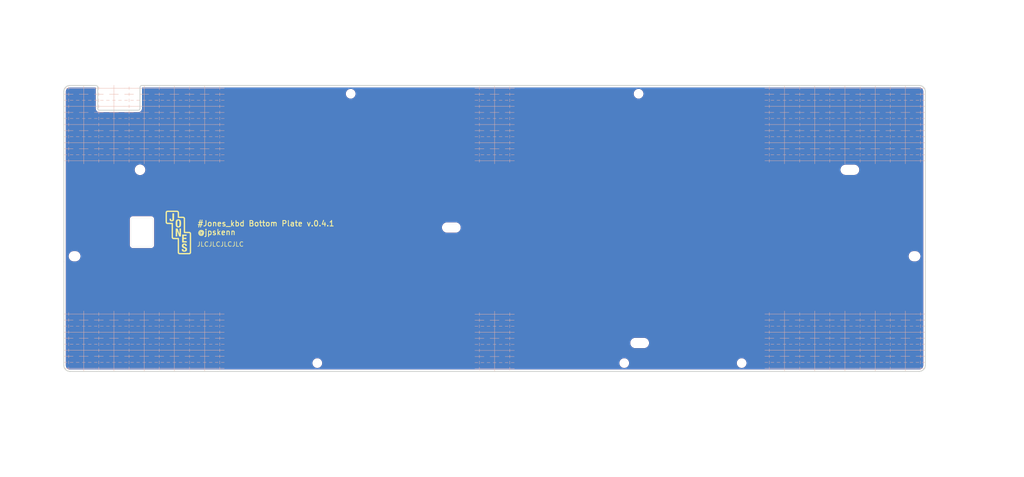
<source format=kicad_pcb>
(kicad_pcb (version 20171130) (host pcbnew "(5.1.10-1-10_14)")

  (general
    (thickness 1.6)
    (drawings 1093)
    (tracks 0)
    (zones 0)
    (modules 7)
    (nets 1)
  )

  (page A4)
  (layers
    (0 F.Cu signal)
    (31 B.Cu signal)
    (32 B.Adhes user)
    (33 F.Adhes user)
    (34 B.Paste user)
    (35 F.Paste user)
    (36 B.SilkS user)
    (37 F.SilkS user)
    (38 B.Mask user)
    (39 F.Mask user)
    (40 Dwgs.User user)
    (41 Cmts.User user)
    (42 Eco1.User user)
    (43 Eco2.User user)
    (44 Edge.Cuts user)
    (45 Margin user)
    (46 B.CrtYd user)
    (47 F.CrtYd user)
    (48 B.Fab user)
    (49 F.Fab user)
  )

  (setup
    (last_trace_width 0.25)
    (trace_clearance 0.2)
    (zone_clearance 0.508)
    (zone_45_only no)
    (trace_min 0.2)
    (via_size 0.8)
    (via_drill 0.4)
    (via_min_size 0.4)
    (via_min_drill 0.3)
    (uvia_size 0.3)
    (uvia_drill 0.1)
    (uvias_allowed no)
    (uvia_min_size 0.2)
    (uvia_min_drill 0.1)
    (edge_width 0.05)
    (segment_width 0.2)
    (pcb_text_width 0.3)
    (pcb_text_size 1.5 1.5)
    (mod_edge_width 0.12)
    (mod_text_size 1 1)
    (mod_text_width 0.15)
    (pad_size 1.524 1.524)
    (pad_drill 0.762)
    (pad_to_mask_clearance 0)
    (aux_axis_origin 0 0)
    (visible_elements FFFFFFFF)
    (pcbplotparams
      (layerselection 0x010fc_ffffffff)
      (usegerberextensions true)
      (usegerberattributes true)
      (usegerberadvancedattributes true)
      (creategerberjobfile false)
      (excludeedgelayer true)
      (linewidth 0.100000)
      (plotframeref false)
      (viasonmask false)
      (mode 1)
      (useauxorigin false)
      (hpglpennumber 1)
      (hpglpenspeed 20)
      (hpglpendiameter 15.000000)
      (psnegative false)
      (psa4output false)
      (plotreference true)
      (plotvalue true)
      (plotinvisibletext false)
      (padsonsilk false)
      (subtractmaskfromsilk false)
      (outputformat 1)
      (mirror false)
      (drillshape 0)
      (scaleselection 1)
      (outputdirectory "Gerber/"))
  )

  (net 0 "")

  (net_class Default "This is the default net class."
    (clearance 0.2)
    (trace_width 0.25)
    (via_dia 0.8)
    (via_drill 0.4)
    (uvia_dia 0.3)
    (uvia_drill 0.1)
  )

  (module locallib:Jones_logo_8.8x15 (layer F.Cu) (tedit 0) (tstamp 60D87C00)
    (at 53.3 65.8)
    (fp_text reference G*** (at 0 0) (layer F.SilkS) hide
      (effects (font (size 1.524 1.524) (thickness 0.3)))
    )
    (fp_text value LOGO (at 0.75 0) (layer F.SilkS) hide
      (effects (font (size 1.524 1.524) (thickness 0.3)))
    )
    (fp_poly (pts (xy -2.489429 -7.313153) (xy -2.237785 -7.312597) (xy -1.954545 -7.311802) (xy -1.921933 -7.311705)
      (xy -0.262467 -7.306733) (xy -0.165156 -7.267438) (xy -0.044833 -7.201225) (xy 0.058682 -7.109102)
      (xy 0.141053 -6.996645) (xy 0.197942 -6.86943) (xy 0.220795 -6.77111) (xy 0.224275 -6.730176)
      (xy 0.227501 -6.65978) (xy 0.230385 -6.564329) (xy 0.232836 -6.448226) (xy 0.234765 -6.315876)
      (xy 0.236082 -6.171686) (xy 0.236696 -6.020058) (xy 0.236726 -5.990166) (xy 0.237067 -5.317066)
      (xy 0.910167 -5.316726) (xy 1.062726 -5.316258) (xy 1.208704 -5.315071) (xy 1.343694 -5.313254)
      (xy 1.463292 -5.310897) (xy 1.563092 -5.30809) (xy 1.638691 -5.304922) (xy 1.685682 -5.301485)
      (xy 1.69111 -5.300795) (xy 1.825539 -5.265097) (xy 1.949254 -5.200773) (xy 2.056679 -5.11216)
      (xy 2.142238 -5.003594) (xy 2.187438 -4.914843) (xy 2.226733 -4.817533) (xy 2.231326 -2.561818)
      (xy 2.235918 -0.306103) (xy 3.001793 -0.301218) (xy 3.182816 -0.300027) (xy 3.333203 -0.298864)
      (xy 3.456184 -0.297564) (xy 3.55499 -0.295961) (xy 3.63285 -0.293892) (xy 3.692995 -0.291191)
      (xy 3.738654 -0.287693) (xy 3.773058 -0.283235) (xy 3.799437 -0.277651) (xy 3.821022 -0.270776)
      (xy 3.841041 -0.262446) (xy 3.850985 -0.257909) (xy 3.971828 -0.186148) (xy 4.074231 -0.093013)
      (xy 4.128955 -0.021263) (xy 4.141416 -0.002553) (xy 4.152855 0.014067) (xy 4.163312 0.030051)
      (xy 4.17283 0.046849) (xy 4.181451 0.065913) (xy 4.189216 0.088694) (xy 4.196167 0.116646)
      (xy 4.202345 0.151218) (xy 4.207794 0.193863) (xy 4.212554 0.246033) (xy 4.216667 0.309179)
      (xy 4.220176 0.384753) (xy 4.223121 0.474207) (xy 4.225545 0.578992) (xy 4.22749 0.70056)
      (xy 4.228996 0.840362) (xy 4.230107 0.999851) (xy 4.230864 1.180478) (xy 4.231308 1.383695)
      (xy 4.231482 1.610953) (xy 4.231427 1.863704) (xy 4.231185 2.1434) (xy 4.230798 2.451492)
      (xy 4.230308 2.789432) (xy 4.229756 3.158672) (xy 4.229317 3.464484) (xy 4.224867 6.663987)
      (xy 4.169425 6.776601) (xy 4.098 6.889309) (xy 4.004333 6.988397) (xy 3.896678 7.06602)
      (xy 3.83111 7.098105) (xy 3.7338 7.1374) (xy 2.065867 7.139955) (xy 1.829317 7.140177)
      (xy 1.601166 7.140121) (xy 1.383846 7.139802) (xy 1.17979 7.139236) (xy 0.991431 7.138437)
      (xy 0.821201 7.137422) (xy 0.671532 7.136207) (xy 0.544857 7.134806) (xy 0.443607 7.133236)
      (xy 0.370217 7.131513) (xy 0.327117 7.12965) (xy 0.318016 7.128732) (xy 0.184281 7.089492)
      (xy 0.061665 7.022119) (xy -0.043837 6.931124) (xy -0.126236 6.821018) (xy -0.149518 6.776661)
      (xy -0.194733 6.6802) (xy -0.203563 2.1336) (xy -0.936908 2.1336) (xy -1.127189 2.133477)
      (xy -1.286965 2.132859) (xy -1.419597 2.131373) (xy -1.528444 2.128646) (xy -1.616869 2.124305)
      (xy -1.688232 2.117976) (xy -1.745894 2.109287) (xy -1.793216 2.097864) (xy -1.833559 2.083334)
      (xy -1.870284 2.065325) (xy -1.906752 2.043463) (xy -1.938866 2.022369) (xy -2.033249 1.94546)
      (xy -2.107382 1.851896) (xy -2.166479 1.736737) (xy -2.2098 1.634067) (xy -2.219102 -2.859523)
      (xy -2.967984 -2.865211) (xy -3.14696 -2.866613) (xy -3.2954 -2.86797) (xy -3.416635 -2.869455)
      (xy -3.513996 -2.871243) (xy -3.590814 -2.873509) (xy -3.650418 -2.876428) (xy -3.69614 -2.880175)
      (xy -3.73131 -2.884924) (xy -3.759258 -2.890849) (xy -3.783316 -2.898127) (xy -3.806813 -2.90693)
      (xy -3.813414 -2.90956) (xy -3.910342 -2.961577) (xy -4.005346 -3.035585) (xy -4.086526 -3.12135)
      (xy -4.126328 -3.178697) (xy -4.14072 -3.203439) (xy -4.15348 -3.227048) (xy -4.164708 -3.251611)
      (xy -4.174501 -3.279216) (xy -4.182959 -3.311951) (xy -4.19018 -3.351902) (xy -4.196262 -3.401159)
      (xy -4.201303 -3.461807) (xy -4.205402 -3.535935) (xy -4.208658 -3.62563) (xy -4.211169 -3.73298)
      (xy -4.213033 -3.860072) (xy -4.214348 -4.008994) (xy -4.215214 -4.181834) (xy -4.215729 -4.380678)
      (xy -4.21599 -4.607615) (xy -4.216097 -4.864732) (xy -4.216135 -5.0834) (xy -4.216157 -5.364424)
      (xy -4.216125 -5.455616) (xy -3.776159 -5.455616) (xy -3.776112 -5.189702) (xy -3.776107 -5.092156)
      (xy -3.776125 -4.815899) (xy -3.776095 -4.571485) (xy -3.775907 -4.356891) (xy -3.775453 -4.170093)
      (xy -3.77462 -4.009068) (xy -3.773301 -3.871793) (xy -3.771384 -3.756243) (xy -3.768759 -3.660396)
      (xy -3.765317 -3.582228) (xy -3.760948 -3.519715) (xy -3.755542 -3.470835) (xy -3.748988 -3.433563)
      (xy -3.741177 -3.405877) (xy -3.731999 -3.385752) (xy -3.721344 -3.371166) (xy -3.709102 -3.360095)
      (xy -3.695162 -3.350515) (xy -3.680954 -3.341417) (xy -3.668416 -3.334446) (xy -3.651904 -3.32854)
      (xy -3.628541 -3.323574) (xy -3.595453 -3.319425) (xy -3.549762 -3.315969) (xy -3.488595 -3.31308)
      (xy -3.409075 -3.310634) (xy -3.308327 -3.308507) (xy -3.183475 -3.306575) (xy -3.031643 -3.304714)
      (xy -2.849957 -3.302798) (xy -2.769373 -3.302) (xy -2.563052 -3.299776) (xy -2.388382 -3.297422)
      (xy -2.243149 -3.294863) (xy -2.125136 -3.292026) (xy -2.032128 -3.288837) (xy -1.96191 -3.285221)
      (xy -1.912267 -3.281104) (xy -1.880984 -3.276414) (xy -1.867075 -3.271865) (xy -1.85469 -3.265326)
      (xy -1.843507 -3.259456) (xy -1.833464 -3.252581) (xy -1.8245 -3.243027) (xy -1.816555 -3.229121)
      (xy -1.809566 -3.20919) (xy -1.803473 -3.181558) (xy -1.798214 -3.144553) (xy -1.793728 -3.096501)
      (xy -1.789954 -3.035728) (xy -1.786831 -2.96056) (xy -1.784297 -2.869324) (xy -1.78229 -2.760346)
      (xy -1.780751 -2.631952) (xy -1.779618 -2.482469) (xy -1.778828 -2.310222) (xy -1.778322 -2.113539)
      (xy -1.778038 -1.890745) (xy -1.777915 -1.640166) (xy -1.777891 -1.36013) (xy -1.777905 -1.048961)
      (xy -1.777905 -0.834807) (xy -1.777766 -0.478868) (xy -1.777382 -0.149405) (xy -1.776758 0.152911)
      (xy -1.775898 0.42741) (xy -1.774807 0.673426) (xy -1.77349 0.890287) (xy -1.771953 1.077325)
      (xy -1.770198 1.233871) (xy -1.768232 1.359255) (xy -1.766059 1.45281) (xy -1.763684 1.513864)
      (xy -1.761111 1.541751) (xy -1.760998 1.542191) (xy -1.736831 1.596082) (xy -1.701682 1.642645)
      (xy -1.70048 1.643791) (xy -1.656776 1.684867) (xy -0.781821 1.693334) (xy -0.582404 1.695246)
      (xy -0.414036 1.697014) (xy -0.273904 1.69895) (xy -0.159193 1.701366) (xy -0.06709 1.704575)
      (xy 0.00522 1.708889) (xy 0.060551 1.71462) (xy 0.101716 1.722082) (xy 0.13153 1.731586)
      (xy 0.152806 1.743445) (xy 0.16836 1.757971) (xy 0.181004 1.775477) (xy 0.193553 1.796275)
      (xy 0.196994 1.802008) (xy 0.201413 1.81031) (xy 0.205411 1.821026) (xy 0.209018 1.835843)
      (xy 0.212262 1.856451) (xy 0.21517 1.884538) (xy 0.21777 1.921791) (xy 0.22009 1.969901)
      (xy 0.222159 2.030554) (xy 0.224004 2.105439) (xy 0.225653 2.196246) (xy 0.227135 2.304661)
      (xy 0.228477 2.432374) (xy 0.229706 2.581072) (xy 0.230852 2.752445) (xy 0.231943 2.94818)
      (xy 0.233005 3.169967) (xy 0.234067 3.419492) (xy 0.235158 3.698446) (xy 0.236304 4.008515)
      (xy 0.237067 4.220252) (xy 0.245534 6.586304) (xy 0.289951 6.630718) (xy 0.337076 6.665514)
      (xy 0.389754 6.688395) (xy 0.391551 6.688842) (xy 0.416463 6.690789) (xy 0.472798 6.692597)
      (xy 0.55811 6.694249) (xy 0.669955 6.695731) (xy 0.805889 6.697024) (xy 0.963467 6.698113)
      (xy 1.140244 6.698982) (xy 1.333777 6.699615) (xy 1.541621 6.699995) (xy 1.761331 6.700107)
      (xy 1.990462 6.699933) (xy 2.048934 6.699843) (xy 2.32744 6.699291) (xy 2.573893 6.698617)
      (xy 2.790103 6.697792) (xy 2.977883 6.696789) (xy 3.139045 6.695581) (xy 3.275401 6.694139)
      (xy 3.388763 6.692437) (xy 3.480944 6.690447) (xy 3.553755 6.688141) (xy 3.609008 6.685491)
      (xy 3.648516 6.682471) (xy 3.674091 6.679052) (xy 3.687544 6.675206) (xy 3.68814 6.674886)
      (xy 3.723706 6.645055) (xy 3.757688 6.602449) (xy 3.760043 6.598686) (xy 3.764065 6.591508)
      (xy 3.767746 6.582767) (xy 3.771099 6.570999) (xy 3.774142 6.554738) (xy 3.776888 6.53252)
      (xy 3.779353 6.502879) (xy 3.781553 6.464352) (xy 3.783501 6.415472) (xy 3.785215 6.354776)
      (xy 3.786708 6.280799) (xy 3.787996 6.192074) (xy 3.789095 6.087139) (xy 3.790019 5.964527)
      (xy 3.790784 5.822774) (xy 3.791404 5.660415) (xy 3.791896 5.475985) (xy 3.792273 5.26802)
      (xy 3.792553 5.035053) (xy 3.792749 4.775622) (xy 3.792876 4.48826) (xy 3.792951 4.171502)
      (xy 3.792988 3.823885) (xy 3.793003 3.443943) (xy 3.793004 3.423093) (xy 3.792991 3.038599)
      (xy 3.792929 2.686533) (xy 3.792806 2.365457) (xy 3.792609 2.073931) (xy 3.792327 1.810517)
      (xy 3.791948 1.573776) (xy 3.791459 1.362269) (xy 3.790848 1.174559) (xy 3.790103 1.009206)
      (xy 3.789212 0.864771) (xy 3.788164 0.739815) (xy 3.786946 0.632901) (xy 3.785546 0.54259)
      (xy 3.783951 0.467442) (xy 3.782151 0.406018) (xy 3.780132 0.356882) (xy 3.777883 0.318593)
      (xy 3.775392 0.289712) (xy 3.772647 0.268802) (xy 3.769635 0.254424) (xy 3.766358 0.245168)
      (xy 3.754744 0.221414) (xy 3.742438 0.201363) (xy 3.726647 0.184701) (xy 3.704578 0.171115)
      (xy 3.673437 0.160291) (xy 3.630431 0.151915) (xy 3.572765 0.145673) (xy 3.497647 0.141251)
      (xy 3.402282 0.138336) (xy 3.283877 0.136614) (xy 3.139639 0.135771) (xy 2.966774 0.135493)
      (xy 2.789712 0.135467) (xy 1.952342 0.135467) (xy 1.895051 0.096859) (xy 1.852143 0.061108)
      (xy 1.820159 0.022719) (xy 1.816596 0.016425) (xy 1.813484 0.003601) (xy 1.810661 -0.022922)
      (xy 1.808115 -0.064556) (xy 1.805832 -0.122714) (xy 1.803799 -0.19881) (xy 1.802003 -0.294256)
      (xy 1.80043 -0.410465) (xy 1.799067 -0.548852) (xy 1.7979 -0.710828) (xy 1.796917 -0.897807)
      (xy 1.796103 -1.111202) (xy 1.795446 -1.352426) (xy 1.794933 -1.622892) (xy 1.794549 -1.924013)
      (xy 1.794282 -2.257203) (xy 1.794227 -2.353733) (xy 1.793973 -2.702799) (xy 1.793583 -3.019264)
      (xy 1.793045 -3.304393) (xy 1.792347 -3.559452) (xy 1.791478 -3.785707) (xy 1.790428 -3.984423)
      (xy 1.789184 -4.156866) (xy 1.787736 -4.3043) (xy 1.786071 -4.427992) (xy 1.784179 -4.529207)
      (xy 1.782048 -4.60921) (xy 1.779666 -4.669267) (xy 1.777024 -4.710644) (xy 1.774108 -4.734605)
      (xy 1.772811 -4.739747) (xy 1.7447 -4.790625) (xy 1.705243 -4.832563) (xy 1.704818 -4.83288)
      (xy 1.693357 -4.840754) (xy 1.68006 -4.847403) (xy 1.662062 -4.852964) (xy 1.636499 -4.857573)
      (xy 1.600506 -4.861364) (xy 1.55122 -4.864475) (xy 1.485775 -4.86704) (xy 1.401307 -4.869195)
      (xy 1.294951 -4.871076) (xy 1.163843 -4.87282) (xy 1.005119 -4.87456) (xy 0.815914 -4.876435)
      (xy 0.778081 -4.8768) (xy -0.100872 -4.885266) (xy -0.194733 -4.979127) (xy -0.2032 -5.855839)
      (xy -0.205157 -6.051576) (xy -0.20701 -6.216299) (xy -0.208882 -6.352864) (xy -0.210894 -6.464122)
      (xy -0.213167 -6.552928) (xy -0.215824 -6.622134) (xy -0.218986 -6.674593) (xy -0.222775 -6.71316)
      (xy -0.227313 -6.740687) (xy -0.232721 -6.760028) (xy -0.239121 -6.774035) (xy -0.242617 -6.779757)
      (xy -0.252595 -6.795331) (xy -0.262228 -6.809108) (xy -0.27354 -6.821198) (xy -0.288555 -6.831712)
      (xy -0.309296 -6.840758) (xy -0.337786 -6.848448) (xy -0.37605 -6.85489) (xy -0.426109 -6.860196)
      (xy -0.489988 -6.864474) (xy -0.569711 -6.867835) (xy -0.6673 -6.87039) (xy -0.784779 -6.872247)
      (xy -0.924172 -6.873516) (xy -1.087502 -6.874309) (xy -1.276792 -6.874734) (xy -1.494067 -6.874902)
      (xy -1.741348 -6.874923) (xy -1.993356 -6.874907) (xy -2.263522 -6.874871) (xy -2.501894 -6.874749)
      (xy -2.710545 -6.874503) (xy -2.891547 -6.874097) (xy -3.046973 -6.873494) (xy -3.178896 -6.872656)
      (xy -3.289388 -6.871547) (xy -3.380522 -6.87013) (xy -3.45437 -6.868369) (xy -3.513006 -6.866225)
      (xy -3.558502 -6.863663) (xy -3.592931 -6.860645) (xy -3.618364 -6.857135) (xy -3.636876 -6.853095)
      (xy -3.650538 -6.848488) (xy -3.6576 -6.845274) (xy -3.676971 -6.836169) (xy -3.694114 -6.828028)
      (xy -3.709163 -6.818843) (xy -3.722256 -6.806604) (xy -3.733528 -6.789303) (xy -3.743114 -6.76493)
      (xy -3.75115 -6.731478) (xy -3.757773 -6.686936) (xy -3.763117 -6.629297) (xy -3.76732 -6.556552)
      (xy -3.770516 -6.466691) (xy -3.772841 -6.357707) (xy -3.774431 -6.227589) (xy -3.775422 -6.07433)
      (xy -3.77595 -5.895921) (xy -3.77615 -5.690352) (xy -3.776159 -5.455616) (xy -4.216125 -5.455616)
      (xy -4.216069 -5.613682) (xy -4.215788 -5.833272) (xy -4.215227 -6.025295) (xy -4.214304 -6.19185)
      (xy -4.212932 -6.335037) (xy -4.211028 -6.456956) (xy -4.208506 -6.559707) (xy -4.205283 -6.645388)
      (xy -4.201273 -6.716101) (xy -4.196391 -6.773944) (xy -4.190553 -6.821018) (xy -4.183675 -6.859422)
      (xy -4.175672 -6.891256) (xy -4.166458 -6.91862) (xy -4.15595 -6.943613) (xy -4.144062 -6.968335)
      (xy -4.139784 -6.976869) (xy -4.093502 -7.047074) (xy -4.02694 -7.121182) (xy -3.950579 -7.188939)
      (xy -3.874905 -7.24009) (xy -3.865704 -7.244964) (xy -3.842153 -7.256436) (xy -3.817737 -7.266614)
      (xy -3.790407 -7.275568) (xy -3.758114 -7.283368) (xy -3.71881 -7.290085) (xy -3.670446 -7.295789)
      (xy -3.610974 -7.300551) (xy -3.538343 -7.30444) (xy -3.450507 -7.307528) (xy -3.345415 -7.309884)
      (xy -3.22102 -7.311578) (xy -3.075273 -7.312682) (xy -2.906124 -7.313266) (xy -2.711526 -7.313399)
      (xy -2.489429 -7.313153)) (layer F.SilkS) (width 0.01))
    (fp_poly (pts (xy 2.177465 3.567911) (xy 2.341348 3.602999) (xy 2.482154 3.661527) (xy 2.599201 3.743153)
      (xy 2.691803 3.847535) (xy 2.739741 3.929849) (xy 2.762016 3.991243) (xy 2.782392 4.074629)
      (xy 2.798633 4.168133) (xy 2.808505 4.259882) (xy 2.810411 4.3053) (xy 2.810933 4.351867)
      (xy 2.290363 4.351867) (xy 2.2786 4.262967) (xy 2.254755 4.15518) (xy 2.215737 4.068673)
      (xy 2.163961 4.008347) (xy 2.147452 3.996782) (xy 2.074814 3.969234) (xy 1.99151 3.963475)
      (xy 1.906848 3.977399) (xy 1.830133 4.008902) (xy 1.770672 4.055878) (xy 1.749032 4.086901)
      (xy 1.726175 4.158401) (xy 1.719353 4.245956) (xy 1.728117 4.336037) (xy 1.752016 4.415113)
      (xy 1.760499 4.431926) (xy 1.784144 4.465847) (xy 1.818117 4.498999) (xy 1.866006 4.533464)
      (xy 1.931395 4.571318) (xy 2.017872 4.614642) (xy 2.129022 4.665513) (xy 2.266063 4.725002)
      (xy 2.429856 4.799957) (xy 2.563108 4.873121) (xy 2.668812 4.947461) (xy 2.749958 5.025947)
      (xy 2.809537 5.111548) (xy 2.850539 5.207233) (xy 2.875956 5.315971) (xy 2.878529 5.33303)
      (xy 2.888049 5.470852) (xy 2.879853 5.611901) (xy 2.855521 5.747439) (xy 2.816633 5.868732)
      (xy 2.764768 5.967043) (xy 2.763543 5.96881) (xy 2.678142 6.062862) (xy 2.566014 6.14158)
      (xy 2.431185 6.203808) (xy 2.277682 6.248392) (xy 2.109533 6.274177) (xy 1.930764 6.280008)
      (xy 1.745404 6.264729) (xy 1.736272 6.263424) (xy 1.575591 6.226595) (xy 1.439608 6.166612)
      (xy 1.328453 6.083631) (xy 1.242257 5.977808) (xy 1.181149 5.8493) (xy 1.145261 5.698263)
      (xy 1.134628 5.541433) (xy 1.134534 5.401734) (xy 1.671381 5.401734) (xy 1.682024 5.539758)
      (xy 1.69246 5.625026) (xy 1.70859 5.69753) (xy 1.724052 5.738724) (xy 1.775598 5.80451)
      (xy 1.847456 5.850163) (xy 1.932486 5.875385) (xy 2.023549 5.879875) (xy 2.113505 5.863335)
      (xy 2.195214 5.825466) (xy 2.261537 5.765969) (xy 2.265116 5.761384) (xy 2.301894 5.688353)
      (xy 2.318742 5.598643) (xy 2.314878 5.503511) (xy 2.289519 5.414213) (xy 2.289295 5.413704)
      (xy 2.260289 5.361981) (xy 2.219511 5.316095) (xy 2.162472 5.273033) (xy 2.084685 5.229782)
      (xy 1.981661 5.183327) (xy 1.893155 5.147689) (xy 1.802001 5.111279) (xy 1.71208 5.073814)
      (xy 1.633231 5.039489) (xy 1.575296 5.012499) (xy 1.571207 5.010453) (xy 1.475268 4.951802)
      (xy 1.383469 4.877431) (xy 1.305954 4.796409) (xy 1.261364 4.733449) (xy 1.208787 4.612032)
      (xy 1.178345 4.470219) (xy 1.170641 4.313756) (xy 1.186279 4.148391) (xy 1.194901 4.101386)
      (xy 1.23957 3.95527) (xy 1.309508 3.831555) (xy 1.404385 3.730465) (xy 1.523874 3.652225)
      (xy 1.667646 3.59706) (xy 1.835375 3.565193) (xy 1.991191 3.556603) (xy 2.177465 3.567911)) (layer F.SilkS) (width 0.01))
    (fp_poly (pts (xy 2.726267 1.049867) (xy 1.794934 1.049867) (xy 1.794934 1.642534) (xy 2.675467 1.642534)
      (xy 2.675467 2.099734) (xy 1.794934 2.099734) (xy 1.794934 2.777067) (xy 2.777067 2.777067)
      (xy 2.777067 3.234267) (xy 1.253067 3.234267) (xy 1.253067 0.592667) (xy 2.726267 0.592667)
      (xy 2.726267 1.049867)) (layer F.SilkS) (width 0.01))
    (fp_poly (pts (xy 0.072031 -0.5207) (xy 0.387775 0.364067) (xy 0.388621 -0.5207) (xy 0.389467 -1.405466)
      (xy 0.880534 -1.405466) (xy 0.880534 1.236897) (xy 0.574041 1.232282) (xy 0.267549 1.227667)
      (xy -0.051777 0.321733) (xy -0.371102 -0.5842) (xy -0.371818 0.325967) (xy -0.372533 1.236134)
      (xy -0.8636 1.236134) (xy -0.8636 -1.405466) (xy -0.243713 -1.405466) (xy 0.072031 -0.5207)) (layer F.SilkS) (width 0.01))
    (fp_poly (pts (xy 0.118735 -4.445715) (xy 0.226792 -4.435214) (xy 0.317544 -4.419166) (xy 0.345703 -4.411535)
      (xy 0.483532 -4.351545) (xy 0.603623 -4.263749) (xy 0.70433 -4.150139) (xy 0.784004 -4.012708)
      (xy 0.840998 -3.853451) (xy 0.854748 -3.795497) (xy 0.874753 -3.672535) (xy 0.889781 -3.523487)
      (xy 0.899831 -3.355765) (xy 0.904904 -3.176782) (xy 0.905 -2.99395) (xy 0.900118 -2.814683)
      (xy 0.890259 -2.646391) (xy 0.875422 -2.496489) (xy 0.855608 -2.372388) (xy 0.854748 -2.368236)
      (xy 0.805723 -2.200447) (xy 0.734373 -2.057001) (xy 0.641435 -1.938706) (xy 0.527643 -1.846366)
      (xy 0.393733 -1.780789) (xy 0.292615 -1.752117) (xy 0.215841 -1.740749) (xy 0.118422 -1.733334)
      (xy 0.01154 -1.730028) (xy -0.093623 -1.730991) (xy -0.185883 -1.736381) (xy -0.245533 -1.744506)
      (xy -0.39492 -1.787725) (xy -0.522574 -1.853692) (xy -0.629357 -1.943541) (xy -0.71613 -2.058406)
      (xy -0.783755 -2.199422) (xy -0.833093 -2.367724) (xy -0.864469 -2.559663) (xy -0.872796 -2.659093)
      (xy -0.878763 -2.783948) (xy -0.882369 -2.925867) (xy -0.883618 -3.076492) (xy -0.883105 -3.146276)
      (xy -0.336059 -3.146276) (xy -0.334093 -2.984126) (xy -0.331069 -2.826255) (xy -0.327369 -2.697867)
      (xy -0.322469 -2.594581) (xy -0.315848 -2.512013) (xy -0.306981 -2.445781) (xy -0.295346 -2.391503)
      (xy -0.28042 -2.344794) (xy -0.261681 -2.301274) (xy -0.24978 -2.277533) (xy -0.19103 -2.197542)
      (xy -0.114177 -2.145014) (xy -0.022783 -2.121385) (xy 0.079589 -2.128088) (xy 0.105679 -2.134448)
      (xy 0.182166 -2.173) (xy 0.245941 -2.24174) (xy 0.295498 -2.338899) (xy 0.30653 -2.370666)
      (xy 0.323243 -2.444128) (xy 0.336797 -2.545494) (xy 0.347193 -2.66895) (xy 0.354429 -2.80868)
      (xy 0.358506 -2.958869) (xy 0.359424 -3.113704) (xy 0.357182 -3.267368) (xy 0.35178 -3.414048)
      (xy 0.343217 -3.547929) (xy 0.331495 -3.663194) (xy 0.316612 -3.754031) (xy 0.306583 -3.793067)
      (xy 0.262181 -3.898284) (xy 0.203874 -3.973563) (xy 0.130363 -4.020398) (xy 0.100135 -4.030528)
      (xy -0.000239 -4.043733) (xy -0.091965 -4.029122) (xy -0.169309 -3.988385) (xy -0.217986 -3.936663)
      (xy -0.250327 -3.883236) (xy -0.276772 -3.823994) (xy -0.297759 -3.755364) (xy -0.313723 -3.67377)
      (xy -0.325099 -3.575639) (xy -0.332323 -3.457396) (xy -0.335831 -3.315466) (xy -0.336059 -3.146276)
      (xy -0.883105 -3.146276) (xy -0.882508 -3.227462) (xy -0.879043 -3.370417) (xy -0.873222 -3.496999)
      (xy -0.865047 -3.598846) (xy -0.864328 -3.605353) (xy -0.832234 -3.801542) (xy -0.782989 -3.969272)
      (xy -0.715495 -4.109904) (xy -0.628652 -4.2248) (xy -0.521364 -4.315321) (xy -0.392532 -4.382827)
      (xy -0.241058 -4.428681) (xy -0.1925 -4.438165) (xy -0.102588 -4.447769) (xy 0.005049 -4.450093)
      (xy 0.118735 -4.445715)) (layer F.SilkS) (width 0.01))
    (fp_poly (pts (xy -1.40998 -5.380566) (xy -1.411531 -5.155245) (xy -1.413106 -4.96107) (xy -1.414897 -4.795322)
      (xy -1.417101 -4.655282) (xy -1.419912 -4.538231) (xy -1.423524 -4.441449) (xy -1.428132 -4.362217)
      (xy -1.433931 -4.297815) (xy -1.441115 -4.245523) (xy -1.44988 -4.202623) (xy -1.460418 -4.166395)
      (xy -1.472927 -4.134119) (xy -1.487599 -4.103077) (xy -1.503604 -4.072467) (xy -1.550481 -3.995567)
      (xy -1.602309 -3.937053) (xy -1.659466 -3.890973) (xy -1.762695 -3.833929) (xy -1.891293 -3.791682)
      (xy -2.039669 -3.765304) (xy -2.202231 -3.755861) (xy -2.338103 -3.761169) (xy -2.485924 -3.786994)
      (xy -2.611823 -3.838625) (xy -2.715782 -3.916036) (xy -2.797782 -4.019203) (xy -2.857804 -4.148101)
      (xy -2.895829 -4.302706) (xy -2.91184 -4.482991) (xy -2.912405 -4.525433) (xy -2.912533 -4.639733)
      (xy -2.404533 -4.639733) (xy -2.404533 -4.511765) (xy -2.397776 -4.383696) (xy -2.377316 -4.285593)
      (xy -2.34287 -4.216326) (xy -2.325309 -4.196626) (xy -2.292601 -4.172712) (xy -2.252287 -4.16071)
      (xy -2.192015 -4.157157) (xy -2.1844 -4.157133) (xy -2.101247 -4.166515) (xy -2.042188 -4.197129)
      (xy -2.002338 -4.252679) (xy -1.982859 -4.309958) (xy -1.978271 -4.345638) (xy -1.974338 -4.413764)
      (xy -1.971058 -4.514549) (xy -1.968426 -4.648208) (xy -1.96644 -4.814953) (xy -1.965094 -5.015)
      (xy -1.964387 -5.248562) (xy -1.964266 -5.409232) (xy -1.964266 -6.434666) (xy -1.402984 -6.434666)
      (xy -1.40998 -5.380566)) (layer F.SilkS) (width 0.01))
  )

  (module MountingHole:MountingHole_2.2mm_M2 (layer F.Cu) (tedit 56D1B4CB) (tstamp 60D81407)
    (at 239.675 108.925)
    (descr "Mounting Hole 2.2mm, no annular, M2")
    (tags "mounting hole 2.2mm no annular m2")
    (path /60F24724)
    (attr virtual)
    (fp_text reference H5 (at 0 -3.2) (layer F.SilkS) hide
      (effects (font (size 1 1) (thickness 0.15)))
    )
    (fp_text value MountingHole (at 0 3.2) (layer F.Fab)
      (effects (font (size 1 1) (thickness 0.15)))
    )
    (fp_circle (center 0 0) (end 2.45 0) (layer F.CrtYd) (width 0.05))
    (fp_circle (center 0 0) (end 2.2 0) (layer Cmts.User) (width 0.15))
    (fp_text user %R (at 0.3 0) (layer F.Fab)
      (effects (font (size 1 1) (thickness 0.15)))
    )
    (pad 1 np_thru_hole circle (at 0 0) (size 2.2 2.2) (drill 2.2) (layers *.Cu *.Mask))
  )

  (module MountingHole:MountingHole_2.2mm_M2 (layer F.Cu) (tedit 56D1B4CB) (tstamp 60D81400)
    (at 200.825 108.925)
    (descr "Mounting Hole 2.2mm, no annular, M2")
    (tags "mounting hole 2.2mm no annular m2")
    (path /60B084D9)
    (attr virtual)
    (fp_text reference H4 (at 0 -3.2) (layer F.SilkS) hide
      (effects (font (size 1 1) (thickness 0.15)))
    )
    (fp_text value MountingHole (at 0 3.2) (layer F.Fab)
      (effects (font (size 1 1) (thickness 0.15)))
    )
    (fp_circle (center 0 0) (end 2.2 0) (layer Cmts.User) (width 0.15))
    (fp_circle (center 0 0) (end 2.45 0) (layer F.CrtYd) (width 0.05))
    (fp_text user %R (at 0.3 0) (layer F.Fab)
      (effects (font (size 1 1) (thickness 0.15)))
    )
    (pad 1 np_thru_hole circle (at 0 0) (size 2.2 2.2) (drill 2.2) (layers *.Cu *.Mask))
  )

  (module MountingHole:MountingHole_2.2mm_M2 (layer F.Cu) (tedit 56D1B4CB) (tstamp 60D813F9)
    (at 99.275 108.925)
    (descr "Mounting Hole 2.2mm, no annular, M2")
    (tags "mounting hole 2.2mm no annular m2")
    (path /60B084D3)
    (attr virtual)
    (fp_text reference H3 (at 0 -3.2) (layer F.SilkS) hide
      (effects (font (size 1 1) (thickness 0.15)))
    )
    (fp_text value MountingHole (at 0 3.2) (layer F.Fab)
      (effects (font (size 1 1) (thickness 0.15)))
    )
    (fp_circle (center 0 0) (end 2.45 0) (layer F.CrtYd) (width 0.05))
    (fp_circle (center 0 0) (end 2.2 0) (layer Cmts.User) (width 0.15))
    (fp_text user %R (at 0.3 0) (layer F.Fab)
      (effects (font (size 1 1) (thickness 0.15)))
    )
    (pad 1 np_thru_hole circle (at 0 0) (size 2.2 2.2) (drill 2.2) (layers *.Cu *.Mask))
  )

  (module MountingHole:MountingHole_2.2mm_M2 (layer F.Cu) (tedit 56D1B4CB) (tstamp 60D813F2)
    (at 205.575 19.825)
    (descr "Mounting Hole 2.2mm, no annular, M2")
    (tags "mounting hole 2.2mm no annular m2")
    (path /60B084CD)
    (attr virtual)
    (fp_text reference H2 (at 0 -3.2) (layer F.SilkS) hide
      (effects (font (size 1 1) (thickness 0.15)))
    )
    (fp_text value MountingHole (at 0 3.2) (layer F.Fab)
      (effects (font (size 1 1) (thickness 0.15)))
    )
    (fp_circle (center 0 0) (end 2.2 0) (layer Cmts.User) (width 0.15))
    (fp_circle (center 0 0) (end 2.45 0) (layer F.CrtYd) (width 0.05))
    (fp_text user %R (at 0.3 0) (layer F.Fab)
      (effects (font (size 1 1) (thickness 0.15)))
    )
    (pad 1 np_thru_hole circle (at 0 0) (size 2.2 2.2) (drill 2.2) (layers *.Cu *.Mask))
  )

  (module MountingHole:MountingHole_2.2mm_M2 (layer F.Cu) (tedit 56D1B4CB) (tstamp 60D813EB)
    (at 110.325 19.825)
    (descr "Mounting Hole 2.2mm, no annular, M2")
    (tags "mounting hole 2.2mm no annular m2")
    (path /60B084C7)
    (attr virtual)
    (fp_text reference H1 (at 0 -3.2) (layer F.SilkS) hide
      (effects (font (size 1 1) (thickness 0.15)))
    )
    (fp_text value MountingHole (at 0 3.2) (layer F.Fab)
      (effects (font (size 1 1) (thickness 0.15)))
    )
    (fp_circle (center 0 0) (end 2.45 0) (layer F.CrtYd) (width 0.05))
    (fp_circle (center 0 0) (end 2.2 0) (layer Cmts.User) (width 0.15))
    (fp_text user %R (at 0.3 0) (layer F.Fab)
      (effects (font (size 1 1) (thickness 0.15)))
    )
    (pad 1 np_thru_hole circle (at 0 0) (size 2.2 2.2) (drill 2.2) (layers *.Cu *.Mask))
  )

  (module locallib:60_Outline_for_Bottom_USB_cutout_slit_closed locked (layer F.Cu) (tedit 60ACBB40) (tstamp 60ABF2F0)
    (at 157.92496 64.3746)
    (fp_text reference REF** (at -139 50.5) (layer Edge.Cuts) hide
      (effects (font (size 1 1) (thickness 0.15)))
    )
    (fp_text value 60_Outline (at -139 49) (layer F.Fab) hide
      (effects (font (size 1 1) (thickness 0.15)))
    )
    (fp_line (start -131.9 -47.3) (end -140.5 -47.3) (layer Edge.Cuts) (width 0.3))
    (fp_line (start -117.3 -39.7) (end -117.3 -46.7) (layer Edge.Cuts) (width 0.3))
    (fp_line (start -131.3 -39.7) (end -131.3 -46.7) (layer Edge.Cuts) (width 0.3))
    (fp_line (start -132.3 -47.3) (end -124.3 -47.3) (layer Eco1.User) (width 0.12))
    (fp_line (start -124.3 -47.3) (end -116.3 -47.3) (layer Eco1.User) (width 0.12))
    (fp_line (start 140.5 -47.3) (end -116.7 -47.3) (layer Edge.Cuts) (width 0.3))
    (fp_line (start -142.5 45.3) (end -142.5 11) (layer Edge.Cuts) (width 0.3))
    (fp_line (start -142.5 11) (end -142.5 -45.3) (layer Edge.Cuts) (width 0.3))
    (fp_line (start 142.5 11) (end 142.5 45.3) (layer Edge.Cuts) (width 0.3))
    (fp_line (start 142.5 11) (end 142.5 -45.3) (layer Edge.Cuts) (width 0.3))
    (fp_line (start -124.3 -48.9) (end -124.3 -45.75) (layer Dwgs.User) (width 0.15))
    (fp_line (start 140.5 47.3) (end -140.5 47.3) (layer Edge.Cuts) (width 0.3))
    (fp_line (start 116.1 -21.3) (end 119 -21.3) (layer Dwgs.User) (width 0.12))
    (fp_line (start 116.1 -17.5) (end 119 -17.5) (layer Dwgs.User) (width 0.12))
    (fp_line (start 46.55 39.8) (end 49.45 39.8) (layer Dwgs.User) (width 0.12))
    (fp_line (start 46.55 36) (end 49.45 36) (layer Dwgs.User) (width 0.12))
    (fp_line (start -15.75 1.65) (end -12.85 1.65) (layer Dwgs.User) (width 0.12))
    (fp_line (start -15.75 -2.15) (end -12.85 -2.15) (layer Dwgs.User) (width 0.12))
    (fp_line (start 138.7 7.3) (end 142.5 7.3) (layer Dwgs.User) (width 0.12))
    (fp_line (start 138.7 11.1) (end 142.5 11.1) (layer Dwgs.User) (width 0.12))
    (fp_line (start -142.5 7.3) (end -138.7 7.3) (layer Dwgs.User) (width 0.12))
    (fp_line (start -142.5 11.1) (end -138.7 11.1) (layer Dwgs.User) (width 0.12))
    (fp_line (start -130.7 -39.1) (end -117.9 -39.1) (layer Edge.Cuts) (width 0.3))
    (fp_text user "Screw Head" (at 140.2 7.65 180) (layer Dwgs.User)
      (effects (font (size 0.4 0.4) (thickness 0.08)))
    )
    (fp_arc (start 138.7 9.2) (end 138.7 7.3) (angle -90) (layer Dwgs.User) (width 0.12))
    (fp_arc (start 138.7 9.2) (end 136.8 9.2) (angle -90) (layer Dwgs.User) (width 0.12))
    (fp_arc (start -117.9 -39.7) (end -117.3 -39.7) (angle 90) (layer Edge.Cuts) (width 0.3))
    (fp_arc (start -131.9 -46.7) (end -131.9 -47.3) (angle 90) (layer Edge.Cuts) (width 0.3))
    (fp_arc (start -130.7 -39.7) (end -130.7 -39.1) (angle 90) (layer Edge.Cuts) (width 0.3))
    (fp_arc (start -116.7 -46.7) (end -117.3 -46.7) (angle 90) (layer Edge.Cuts) (width 0.3))
    (fp_arc (start 140.5 -45.3) (end 140.5 -47.3) (angle 90) (layer Edge.Cuts) (width 0.3))
    (fp_arc (start 140.5 45.3) (end 142.5 45.3) (angle 90) (layer Edge.Cuts) (width 0.3))
    (fp_arc (start -140.5 45.3) (end -140.5 47.3) (angle 90) (layer Edge.Cuts) (width 0.3))
    (fp_arc (start -140.5 -45.3) (end -142.5 -45.3) (angle 90) (layer Edge.Cuts) (width 0.3))
    (fp_arc (start 116.1 -19.4) (end 116.1 -21.3) (angle -90) (layer Dwgs.User) (width 0.12))
    (fp_arc (start 116.1 -19.4) (end 114.2 -19.4) (angle -90) (layer Dwgs.User) (width 0.12))
    (fp_arc (start 119 -19.4) (end 119 -17.5) (angle -90) (layer Dwgs.User) (width 0.12))
    (fp_arc (start 119 -19.4) (end 120.9 -19.4) (angle -90) (layer Dwgs.User) (width 0.12))
    (fp_arc (start 46.55 37.9) (end 44.65 37.9) (angle -90) (layer Dwgs.User) (width 0.12))
    (fp_arc (start 46.55 37.9) (end 46.55 36) (angle -90) (layer Dwgs.User) (width 0.12))
    (fp_arc (start 49.45 37.9) (end 51.35 37.9) (angle -90) (layer Dwgs.User) (width 0.12))
    (fp_arc (start 49.45 37.9) (end 49.45 39.8) (angle -90) (layer Dwgs.User) (width 0.12))
    (fp_arc (start -15.75 -0.25) (end -17.65 -0.25) (angle -90) (layer Dwgs.User) (width 0.12))
    (fp_arc (start -15.75 -0.25) (end -15.75 -2.15) (angle -90) (layer Dwgs.User) (width 0.12))
    (fp_arc (start -12.85 -0.25) (end -10.95 -0.25) (angle -90) (layer Dwgs.User) (width 0.12))
    (fp_arc (start -12.85 -0.25) (end -12.85 1.65) (angle -90) (layer Dwgs.User) (width 0.12))
    (fp_text user "Screw Head" (at -14.3 1.25) (layer Dwgs.User)
      (effects (font (size 0.4 0.4) (thickness 0.08)))
    )
    (fp_text user "Screw Head" (at 48.05 39.45) (layer Dwgs.User)
      (effects (font (size 0.4 0.4) (thickness 0.08)))
    )
    (fp_text user "Screw Head" (at 117.5 -17.85) (layer Dwgs.User)
      (effects (font (size 0.4 0.4) (thickness 0.08)))
    )
    (fp_arc (start 138.7 9.2) (end 136.8 9.2) (angle -90) (layer Dwgs.User) (width 0.12))
    (fp_arc (start 138.7 9.2) (end 138.7 7.3) (angle -90) (layer Dwgs.User) (width 0.12))
    (fp_text user "Screw Head" (at 140.1 10.75) (layer Dwgs.User)
      (effects (font (size 0.4 0.4) (thickness 0.08)))
    )
    (fp_arc (start -138.7 9.2) (end -136.8 9.2) (angle -90) (layer Dwgs.User) (width 0.12))
    (fp_arc (start -138.7 9.2) (end -138.7 11.1) (angle -90) (layer Dwgs.User) (width 0.12))
    (fp_text user "Screw Head" (at -140.2 10.75) (layer Dwgs.User)
      (effects (font (size 0.4 0.4) (thickness 0.08)))
    )
    (pad "" np_thru_hole oval (at 138.95 9.2 180) (size 2.9 2.4) (drill oval 2.9 2.4) (layers *.Cu *.Mask))
    (pad "" np_thru_hole oval (at -138.95 9.2) (size 2.9 2.4) (drill oval 2.9 2.4) (layers *.Cu *.Mask))
    (pad "" np_thru_hole circle (at -117.3 -19.4) (size 2.4994 2.4994) (drill 2.4994) (layers *.Cu *.Mask))
    (pad "" np_thru_hole oval (at 117.55 -19.4) (size 5.2 2.4) (drill oval 5.2 2.4) (layers *.Cu *.Mask))
    (pad "" np_thru_hole oval (at 48 37.9) (size 5.2 2.4) (drill oval 5.2 2.4) (layers *.Cu *.Mask))
    (pad "" np_thru_hole oval (at -14.3 -0.3) (size 5.2 2.4) (drill oval 5.2 2.4) (layers *.Cu *.Mask))
  )

  (gr_arc (start 38.275 61.35) (end 38.275 60.85) (angle -90) (layer Edge.Cuts) (width 0.05) (tstamp 60D81CE3))
  (gr_arc (start 44.275 61.35) (end 44.775 61.35) (angle -90) (layer Edge.Cuts) (width 0.05) (tstamp 60D81CE3))
  (gr_arc (start 44.275 69.85) (end 44.275 70.35) (angle -90) (layer Edge.Cuts) (width 0.05) (tstamp 60D81CE3))
  (gr_arc (start 38.275 69.85) (end 37.775 69.85) (angle -90) (layer Edge.Cuts) (width 0.05))
  (gr_line (start 37.775 69.85) (end 37.775 61.35) (layer Edge.Cuts) (width 0.05) (tstamp 60D81CD7))
  (gr_line (start 44.275 70.35) (end 38.275 70.35) (layer Edge.Cuts) (width 0.05))
  (gr_line (start 44.775 61.35) (end 44.775 69.85) (layer Edge.Cuts) (width 0.05))
  (gr_line (start 38.275 60.85) (end 44.275 60.85) (layer Edge.Cuts) (width 0.05))
  (dimension 285 (width 0.15) (layer Dwgs.User)
    (gr_text "285.000 mm" (at 157.92496 128.8) (layer Dwgs.User)
      (effects (font (size 1 1) (thickness 0.15)))
    )
    (feature1 (pts (xy 15.42496 109.6746) (xy 15.42496 128.086421)))
    (feature2 (pts (xy 300.42496 109.6746) (xy 300.42496 128.086421)))
    (crossbar (pts (xy 300.42496 127.5) (xy 15.42496 127.5)))
    (arrow1a (pts (xy 15.42496 127.5) (xy 16.551464 126.913579)))
    (arrow1b (pts (xy 15.42496 127.5) (xy 16.551464 128.086421)))
    (arrow2a (pts (xy 300.42496 127.5) (xy 299.298456 126.913579)))
    (arrow2b (pts (xy 300.42496 127.5) (xy 299.298456 128.086421)))
  )
  (gr_line (start 163.425 40) (end 164.425 40) (layer B.SilkS) (width 0.12) (tstamp 60ACC11E))
  (gr_line (start 162.925 25.5) (end 162.925 26.5) (layer B.SilkS) (width 0.12) (tstamp 60ACC11D))
  (gr_line (start 152.925 25.5) (end 152.925 26.5) (layer B.SilkS) (width 0.12) (tstamp 60ACC11C))
  (gr_line (start 159.425 22) (end 160.425 22) (layer B.SilkS) (width 0.12) (tstamp 60ACC11A))
  (gr_line (start 161.425 26) (end 164.425 26) (layer B.SilkS) (width 0.12) (tstamp 60ACC112))
  (gr_line (start 151.425 26) (end 154.425 26) (layer B.SilkS) (width 0.12) (tstamp 60ACC111))
  (gr_line (start 151.425 36) (end 164.5 36) (layer B.SilkS) (width 0.12) (tstamp 60ACC10E))
  (gr_line (start 153.425 40) (end 154.425 40) (layer B.SilkS) (width 0.12) (tstamp 60ACC10A))
  (gr_line (start 163.425 22) (end 164.425 22) (layer B.SilkS) (width 0.12) (tstamp 60ACC0F4))
  (gr_line (start 153.425 22) (end 154.425 22) (layer B.SilkS) (width 0.12) (tstamp 60ACC0F3))
  (gr_line (start 159.425 34) (end 160.425 34) (layer B.SilkS) (width 0.12) (tstamp 60ACC0ED))
  (gr_line (start 161.425 34) (end 162.425 34) (layer B.SilkS) (width 0.12) (tstamp 60ACC0E9))
  (gr_line (start 151.425 34) (end 152.425 34) (layer B.SilkS) (width 0.12) (tstamp 60ACC0E8))
  (gr_line (start 162.925 29.5) (end 162.925 30.5) (layer B.SilkS) (width 0.12) (tstamp 60ACC0D3))
  (gr_line (start 152.925 29.5) (end 152.925 30.5) (layer B.SilkS) (width 0.12) (tstamp 60ACC0D2))
  (gr_line (start 161.425 28) (end 162.425 28) (layer B.SilkS) (width 0.12) (tstamp 60ACC0D0))
  (gr_line (start 151.425 28) (end 152.425 28) (layer B.SilkS) (width 0.12) (tstamp 60ACC0CF))
  (gr_line (start 151.425 42) (end 164.5 42) (layer B.SilkS) (width 0.12) (tstamp 60ACC0C7))
  (gr_line (start 161.425 22) (end 162.425 22) (layer B.SilkS) (width 0.12) (tstamp 60ACC0C3))
  (gr_line (start 151.425 22) (end 152.425 22) (layer B.SilkS) (width 0.12) (tstamp 60ACC0C2))
  (gr_line (start 153.425 28) (end 154.425 28) (layer B.SilkS) (width 0.12) (tstamp 60ACC0BA))
  (gr_line (start 157.925 17) (end 157.925 35) (layer B.SilkS) (width 0.12) (tstamp 60ACC0B6))
  (gr_line (start 151.425 32) (end 154.425 32) (layer B.SilkS) (width 0.12) (tstamp 60ACC0B4))
  (gr_line (start 161.425 32) (end 164.425 32) (layer B.SilkS) (width 0.12) (tstamp 60ACC0AF))
  (gr_line (start 159.425 28) (end 160.425 28) (layer B.SilkS) (width 0.12) (tstamp 60ACC0AE))
  (gr_line (start 152.925 27.5) (end 152.925 28.5) (layer B.SilkS) (width 0.12) (tstamp 60ACC0AA))
  (gr_line (start 162.925 27.5) (end 162.925 28.5) (layer B.SilkS) (width 0.12) (tstamp 60ACC0A7))
  (gr_line (start 157.925 35) (end 157.925 43) (layer B.SilkS) (width 0.12) (tstamp 60ACC0A4))
  (gr_line (start 162.925 41.5) (end 162.925 42.5) (layer B.SilkS) (width 0.12) (tstamp 60ACC0A1))
  (gr_line (start 152.925 41.5) (end 152.925 42.5) (layer B.SilkS) (width 0.12) (tstamp 60ACC0A0))
  (gr_line (start 155.425 22) (end 156.425 22) (layer B.SilkS) (width 0.12) (tstamp 60ACC09A))
  (gr_line (start 162.925 35.5) (end 162.925 36.5) (layer B.SilkS) (width 0.12) (tstamp 60ACC096))
  (gr_line (start 152.925 35.5) (end 152.925 36.5) (layer B.SilkS) (width 0.12) (tstamp 60ACC095))
  (gr_line (start 162.925 37.5) (end 162.925 38.5) (layer B.SilkS) (width 0.12) (tstamp 60ACC091))
  (gr_line (start 152.925 37.5) (end 152.925 38.5) (layer B.SilkS) (width 0.12) (tstamp 60ACC090))
  (gr_line (start 162.925 19.5) (end 162.925 20.5) (layer B.SilkS) (width 0.12) (tstamp 60ACC08B))
  (gr_line (start 152.925 19.5) (end 152.925 20.5) (layer B.SilkS) (width 0.12) (tstamp 60ACC08A))
  (gr_line (start 161.425 20) (end 164.425 20) (layer B.SilkS) (width 0.12) (tstamp 60ACC086))
  (gr_line (start 151.425 20) (end 154.425 20) (layer B.SilkS) (width 0.12) (tstamp 60ACC085))
  (gr_line (start 152.925 31.5) (end 152.925 32.5) (layer B.SilkS) (width 0.12) (tstamp 60ACC083))
  (gr_line (start 163.425 34) (end 164.425 34) (layer B.SilkS) (width 0.12) (tstamp 60ACC07E))
  (gr_line (start 153.425 34) (end 154.425 34) (layer B.SilkS) (width 0.12) (tstamp 60ACC07C))
  (gr_line (start 162.925 39.5) (end 162.925 40.5) (layer B.SilkS) (width 0.12) (tstamp 60ACC077))
  (gr_line (start 152.925 39.5) (end 152.925 40.5) (layer B.SilkS) (width 0.12) (tstamp 60ACC076))
  (gr_line (start 157.425 40) (end 158.425 40) (layer B.SilkS) (width 0.12) (tstamp 60ACC06F))
  (gr_line (start 162.925 17.5) (end 162.925 18.5) (layer B.SilkS) (width 0.12) (tstamp 60ACC06A))
  (gr_line (start 152.925 17.5) (end 152.925 18.5) (layer B.SilkS) (width 0.12) (tstamp 60ACC069))
  (gr_line (start 161.425 40) (end 162.425 40) (layer B.SilkS) (width 0.12) (tstamp 60ACC066))
  (gr_line (start 151.425 40) (end 152.425 40) (layer B.SilkS) (width 0.12) (tstamp 60ACC065))
  (gr_line (start 157.425 22) (end 158.425 22) (layer B.SilkS) (width 0.12) (tstamp 60ACC060))
  (gr_line (start 162.925 23.5) (end 162.925 24.5) (layer B.SilkS) (width 0.12) (tstamp 60ACC05A))
  (gr_line (start 152.925 23.5) (end 152.925 24.5) (layer B.SilkS) (width 0.12) (tstamp 60ACC059))
  (gr_line (start 155.425 28) (end 156.425 28) (layer B.SilkS) (width 0.12) (tstamp 60ACC056))
  (gr_line (start 156.425 26) (end 159.425 26) (layer B.SilkS) (width 0.12) (tstamp 60ACC052))
  (gr_line (start 163.425 28) (end 164.425 28) (layer B.SilkS) (width 0.12) (tstamp 60ACC04F))
  (gr_line (start 151.425 18) (end 164.5 18) (layer B.SilkS) (width 0.12) (tstamp 60ACC04C))
  (gr_line (start 162.925 31.5) (end 162.925 32.5) (layer B.SilkS) (width 0.12) (tstamp 60ACC04A))
  (gr_line (start 155.425 40) (end 156.425 40) (layer B.SilkS) (width 0.12) (tstamp 60ACC046))
  (gr_line (start 156.425 32) (end 159.425 32) (layer B.SilkS) (width 0.12) (tstamp 60ACC041))
  (gr_line (start 161.425 38) (end 164.425 38) (layer B.SilkS) (width 0.12) (tstamp 60ACC03D))
  (gr_line (start 151.425 38) (end 154.425 38) (layer B.SilkS) (width 0.12) (tstamp 60ACC03C))
  (gr_line (start 162.925 21.5) (end 162.925 22.5) (layer B.SilkS) (width 0.12) (tstamp 60ACC036))
  (gr_line (start 152.925 21.5) (end 152.925 22.5) (layer B.SilkS) (width 0.12) (tstamp 60ACC035))
  (gr_line (start 151.425 30) (end 164.5 30) (layer B.SilkS) (width 0.12) (tstamp 60ACC033))
  (gr_line (start 159.425 40) (end 160.425 40) (layer B.SilkS) (width 0.12) (tstamp 60ACC030))
  (gr_line (start 162.925 33.5) (end 162.925 34.5) (layer B.SilkS) (width 0.12) (tstamp 60ACC02C))
  (gr_line (start 152.925 33.5) (end 152.925 34.5) (layer B.SilkS) (width 0.12) (tstamp 60ACC02B))
  (gr_line (start 157.425 28) (end 158.425 28) (layer B.SilkS) (width 0.12) (tstamp 60ACC026))
  (gr_line (start 155.425 34) (end 156.425 34) (layer B.SilkS) (width 0.12) (tstamp 60ACC022))
  (gr_line (start 151.425 24) (end 164.5 24) (layer B.SilkS) (width 0.12) (tstamp 60ACC020))
  (gr_line (start 156.425 20) (end 159.425 20) (layer B.SilkS) (width 0.12) (tstamp 60ACC01C))
  (gr_line (start 156.425 38) (end 159.425 38) (layer B.SilkS) (width 0.12) (tstamp 60ACC018))
  (gr_line (start 157.425 34) (end 158.425 34) (layer B.SilkS) (width 0.12) (tstamp 60ACC012))
  (gr_line (start 157.425 102.75) (end 158.425 102.75) (layer B.SilkS) (width 0.12) (tstamp 60ACBF46))
  (gr_line (start 161.425 96.75) (end 162.425 96.75) (layer B.SilkS) (width 0.12) (tstamp 60ACBF45))
  (gr_line (start 151.425 106.75) (end 154.425 106.75) (layer B.SilkS) (width 0.12) (tstamp 60ACBF42))
  (gr_line (start 161.425 106.75) (end 164.425 106.75) (layer B.SilkS) (width 0.12) (tstamp 60ACBF41))
  (gr_line (start 151.425 96.75) (end 152.425 96.75) (layer B.SilkS) (width 0.12) (tstamp 60ACBF3C))
  (gr_line (start 162.925 98.25) (end 162.925 99.25) (layer B.SilkS) (width 0.12) (tstamp 60ACBF35))
  (gr_line (start 157.925 91.75) (end 157.925 111.75) (layer B.SilkS) (width 0.12) (tstamp 60ACBF2D))
  (gr_line (start 152.925 100.25) (end 152.925 101.25) (layer B.SilkS) (width 0.12) (tstamp 60ACBF2C))
  (gr_line (start 157.425 108.75) (end 158.425 108.75) (layer B.SilkS) (width 0.12) (tstamp 60ACBF2B))
  (gr_line (start 162.925 94.25) (end 162.925 95.25) (layer B.SilkS) (width 0.12) (tstamp 60ACBF27))
  (gr_line (start 161.425 102.75) (end 162.425 102.75) (layer B.SilkS) (width 0.12) (tstamp 60ACBF25))
  (gr_line (start 151.425 92.75) (end 164.5 92.75) (layer B.SilkS) (width 0.12) (tstamp 60ACBF22))
  (gr_line (start 152.925 106.25) (end 152.925 107.25) (layer B.SilkS) (width 0.12) (tstamp 60ACBF21))
  (gr_line (start 155.425 108.75) (end 156.425 108.75) (layer B.SilkS) (width 0.12) (tstamp 60ACBF1A))
  (gr_line (start 151.425 98.75) (end 164.5 98.75) (layer B.SilkS) (width 0.12) (tstamp 60ACBF17))
  (gr_line (start 162.925 108.25) (end 162.925 109.25) (layer B.SilkS) (width 0.12) (tstamp 60ACBF11))
  (gr_line (start 159.425 102.75) (end 160.425 102.75) (layer B.SilkS) (width 0.12) (tstamp 60ACBF0D))
  (gr_line (start 161.425 100.75) (end 164.425 100.75) (layer B.SilkS) (width 0.12) (tstamp 60ACBF0B))
  (gr_line (start 163.425 102.75) (end 164.425 102.75) (layer B.SilkS) (width 0.12) (tstamp 60ACBF0A))
  (gr_line (start 159.425 96.75) (end 160.425 96.75) (layer B.SilkS) (width 0.12) (tstamp 60ACBF05))
  (gr_line (start 152.925 108.25) (end 152.925 109.25) (layer B.SilkS) (width 0.12) (tstamp 60ACBEFE))
  (gr_line (start 156.425 94.75) (end 159.425 94.75) (layer B.SilkS) (width 0.12) (tstamp 60ACBEF5))
  (gr_line (start 151.425 100.75) (end 154.425 100.75) (layer B.SilkS) (width 0.12) (tstamp 60ACBEF4))
  (gr_line (start 152.925 102.25) (end 152.925 103.25) (layer B.SilkS) (width 0.12) (tstamp 60ACBEF2))
  (gr_line (start 162.925 100.25) (end 162.925 101.25) (layer B.SilkS) (width 0.12) (tstamp 60ACBEEC))
  (gr_line (start 151.425 104.75) (end 164.5 104.75) (layer B.SilkS) (width 0.12) (tstamp 60ACBEEB))
  (gr_line (start 153.425 102.75) (end 154.425 102.75) (layer B.SilkS) (width 0.12) (tstamp 60ACBEE9))
  (gr_line (start 151.425 102.75) (end 152.425 102.75) (layer B.SilkS) (width 0.12) (tstamp 60ACBEE8))
  (gr_line (start 155.425 96.75) (end 156.425 96.75) (layer B.SilkS) (width 0.12) (tstamp 60ACBEE2))
  (gr_line (start 151.425 110.75) (end 164.5 110.75) (layer B.SilkS) (width 0.12) (tstamp 60ACBEE0))
  (gr_line (start 162.925 110.25) (end 162.925 111.25) (layer B.SilkS) (width 0.12) (tstamp 60ACBED9))
  (gr_line (start 152.925 110.25) (end 152.925 111.25) (layer B.SilkS) (width 0.12) (tstamp 60ACBED8))
  (gr_line (start 162.925 92.25) (end 162.925 93.25) (layer B.SilkS) (width 0.12) (tstamp 60ACBED3))
  (gr_line (start 152.925 104.25) (end 152.925 105.25) (layer B.SilkS) (width 0.12) (tstamp 60ACBED1))
  (gr_line (start 157.425 96.75) (end 158.425 96.75) (layer B.SilkS) (width 0.12) (tstamp 60ACBECD))
  (gr_line (start 152.925 98.25) (end 152.925 99.25) (layer B.SilkS) (width 0.12) (tstamp 60ACBEC9))
  (gr_line (start 152.925 92.25) (end 152.925 93.25) (layer B.SilkS) (width 0.12) (tstamp 60ACBEC6))
  (gr_line (start 162.925 106.25) (end 162.925 107.25) (layer B.SilkS) (width 0.12) (tstamp 60ACBEC4))
  (gr_line (start 156.425 100.75) (end 159.425 100.75) (layer B.SilkS) (width 0.12) (tstamp 60ACBEBF))
  (gr_line (start 162.925 102.25) (end 162.925 103.25) (layer B.SilkS) (width 0.12) (tstamp 60ACBEBB))
  (gr_line (start 161.425 108.75) (end 162.425 108.75) (layer B.SilkS) (width 0.12) (tstamp 60ACBEB0))
  (gr_line (start 151.425 108.75) (end 152.425 108.75) (layer B.SilkS) (width 0.12) (tstamp 60ACBEAF))
  (gr_line (start 153.425 96.75) (end 154.425 96.75) (layer B.SilkS) (width 0.12) (tstamp 60ACBEAC))
  (gr_line (start 162.925 104.25) (end 162.925 105.25) (layer B.SilkS) (width 0.12) (tstamp 60ACBEA9))
  (gr_line (start 163.425 108.75) (end 164.425 108.75) (layer B.SilkS) (width 0.12) (tstamp 60ACBEA6))
  (gr_line (start 153.425 108.75) (end 154.425 108.75) (layer B.SilkS) (width 0.12) (tstamp 60ACBEA5))
  (gr_line (start 159.425 108.75) (end 160.425 108.75) (layer B.SilkS) (width 0.12) (tstamp 60ACBEA3))
  (gr_line (start 161.425 94.75) (end 164.425 94.75) (layer B.SilkS) (width 0.12) (tstamp 60ACBEA1))
  (gr_line (start 151.425 94.75) (end 154.425 94.75) (layer B.SilkS) (width 0.12) (tstamp 60ACBEA0))
  (gr_line (start 162.925 96.25) (end 162.925 97.25) (layer B.SilkS) (width 0.12) (tstamp 60ACBE9E))
  (gr_line (start 152.925 96.25) (end 152.925 97.25) (layer B.SilkS) (width 0.12) (tstamp 60ACBE9D))
  (gr_line (start 155.425 102.75) (end 156.425 102.75) (layer B.SilkS) (width 0.12) (tstamp 60ACBE99))
  (gr_line (start 156.425 106.75) (end 159.425 106.75) (layer B.SilkS) (width 0.12) (tstamp 60ACBE8E))
  (gr_line (start 152.925 94.25) (end 152.925 95.25) (layer B.SilkS) (width 0.12) (tstamp 60ACBE86))
  (gr_line (start 163.425 96.75) (end 164.425 96.75) (layer B.SilkS) (width 0.12) (tstamp 60ACBE84))
  (gr_line (start 268.85 100.2) (end 268.85 101.2) (layer B.SilkS) (width 0.12) (tstamp 60ACBDB0))
  (gr_line (start 273.35 108.7) (end 274.35 108.7) (layer B.SilkS) (width 0.12) (tstamp 60ACBDAF))
  (gr_line (start 298.85 100.2) (end 298.85 101.2) (layer B.SilkS) (width 0.12) (tstamp 60ACBDAE))
  (gr_line (start 298.85 94.2) (end 298.85 95.2) (layer B.SilkS) (width 0.12) (tstamp 60ACBDAD))
  (gr_line (start 288.85 94.2) (end 288.85 95.2) (layer B.SilkS) (width 0.12) (tstamp 60ACBDAC))
  (gr_line (start 278.85 94.2) (end 278.85 95.2) (layer B.SilkS) (width 0.12) (tstamp 60ACBDAB))
  (gr_line (start 287.35 102.7) (end 288.35 102.7) (layer B.SilkS) (width 0.12) (tstamp 60ACBDAA))
  (gr_line (start 277.35 102.7) (end 278.35 102.7) (layer B.SilkS) (width 0.12) (tstamp 60ACBDA9))
  (gr_line (start 258.85 106.2) (end 258.85 107.2) (layer B.SilkS) (width 0.12) (tstamp 60ACBDA8))
  (gr_line (start 277.35 92.7) (end 287.35 92.7) (layer B.SilkS) (width 0.12) (tstamp 60ACBDA7))
  (gr_line (start 267.35 92.7) (end 277.35 92.7) (layer B.SilkS) (width 0.12) (tstamp 60ACBDA6))
  (gr_line (start 268.85 106.2) (end 268.85 107.2) (layer B.SilkS) (width 0.12) (tstamp 60ACBDA5))
  (gr_line (start 288.85 100.2) (end 288.85 101.2) (layer B.SilkS) (width 0.12) (tstamp 60ACBDA4))
  (gr_line (start 263.85 91.7) (end 263.85 111.7) (layer B.SilkS) (width 0.12) (tstamp 60ACBDA3))
  (gr_line (start 298.85 104.2) (end 298.85 105.2) (layer B.SilkS) (width 0.12) (tstamp 60ACBDA2))
  (gr_line (start 257.35 92.7) (end 267.35 92.7) (layer B.SilkS) (width 0.12) (tstamp 60ACBDA1))
  (gr_line (start 287.35 110.7) (end 297.35 110.7) (layer B.SilkS) (width 0.12) (tstamp 60ACBDA0))
  (gr_line (start 281.35 108.7) (end 282.35 108.7) (layer B.SilkS) (width 0.12) (tstamp 60ACBD9F))
  (gr_line (start 271.35 108.7) (end 272.35 108.7) (layer B.SilkS) (width 0.12) (tstamp 60ACBD9E))
  (gr_line (start 277.35 110.7) (end 287.35 110.7) (layer B.SilkS) (width 0.12) (tstamp 60ACBD9D))
  (gr_line (start 287.35 98.7) (end 297.35 98.7) (layer B.SilkS) (width 0.12) (tstamp 60ACBD9C))
  (gr_line (start 267.35 98.7) (end 277.35 98.7) (layer B.SilkS) (width 0.12) (tstamp 60ACBD9B))
  (gr_line (start 257.35 98.7) (end 267.35 98.7) (layer B.SilkS) (width 0.12) (tstamp 60ACBD9A))
  (gr_line (start 288.85 104.2) (end 288.85 105.2) (layer B.SilkS) (width 0.12) (tstamp 60ACBD99))
  (gr_line (start 263.35 102.7) (end 264.35 102.7) (layer B.SilkS) (width 0.12) (tstamp 60ACBD98))
  (gr_line (start 291.35 108.7) (end 292.35 108.7) (layer B.SilkS) (width 0.12) (tstamp 60ACBD97))
  (gr_line (start 288.85 108.2) (end 288.85 109.2) (layer B.SilkS) (width 0.12) (tstamp 60ACBD96))
  (gr_line (start 278.85 108.2) (end 278.85 109.2) (layer B.SilkS) (width 0.12) (tstamp 60ACBD95))
  (gr_line (start 261.35 108.7) (end 262.35 108.7) (layer B.SilkS) (width 0.12) (tstamp 60ACBD94))
  (gr_line (start 298.85 108.2) (end 298.85 109.2) (layer B.SilkS) (width 0.12) (tstamp 60ACBD93))
  (gr_line (start 285.35 102.7) (end 286.35 102.7) (layer B.SilkS) (width 0.12) (tstamp 60ACBD92))
  (gr_line (start 275.35 102.7) (end 276.35 102.7) (layer B.SilkS) (width 0.12) (tstamp 60ACBD91))
  (gr_line (start 287.35 100.7) (end 290.35 100.7) (layer B.SilkS) (width 0.12) (tstamp 60ACBD90))
  (gr_line (start 277.35 100.7) (end 280.35 100.7) (layer B.SilkS) (width 0.12) (tstamp 60ACBD8F))
  (gr_line (start 279.35 102.7) (end 280.35 102.7) (layer B.SilkS) (width 0.12) (tstamp 60ACBD8E))
  (gr_line (start 259.35 102.7) (end 260.35 102.7) (layer B.SilkS) (width 0.12) (tstamp 60ACBD8D))
  (gr_line (start 291.35 96.7) (end 292.35 96.7) (layer B.SilkS) (width 0.12) (tstamp 60ACBD8C))
  (gr_line (start 281.35 96.7) (end 282.35 96.7) (layer B.SilkS) (width 0.12) (tstamp 60ACBD8B))
  (gr_line (start 285.35 96.7) (end 286.35 96.7) (layer B.SilkS) (width 0.12) (tstamp 60ACBD8A))
  (gr_line (start 275.35 96.7) (end 276.35 96.7) (layer B.SilkS) (width 0.12) (tstamp 60ACBD89))
  (gr_line (start 258.85 108.2) (end 258.85 109.2) (layer B.SilkS) (width 0.12) (tstamp 60ACBD88))
  (gr_line (start 292.35 94.7) (end 295.35 94.7) (layer B.SilkS) (width 0.12) (tstamp 60ACBD87))
  (gr_line (start 265.35 96.7) (end 266.35 96.7) (layer B.SilkS) (width 0.12) (tstamp 60ACBD86))
  (gr_line (start 293.85 91.7) (end 293.85 111.7) (layer B.SilkS) (width 0.12) (tstamp 60ACBD85))
  (gr_line (start 297.35 98.7) (end 300.35 98.7) (layer B.SilkS) (width 0.12) (tstamp 60ACBD84))
  (gr_line (start 295.35 102.7) (end 296.35 102.7) (layer B.SilkS) (width 0.12) (tstamp 60ACBD83))
  (gr_line (start 268.85 108.2) (end 268.85 109.2) (layer B.SilkS) (width 0.12) (tstamp 60ACBD82))
  (gr_line (start 287.35 104.7) (end 297.35 104.7) (layer B.SilkS) (width 0.12) (tstamp 60ACBD81))
  (gr_line (start 261.35 96.7) (end 262.35 96.7) (layer B.SilkS) (width 0.12) (tstamp 60ACBD80))
  (gr_line (start 293.35 102.7) (end 294.35 102.7) (layer B.SilkS) (width 0.12) (tstamp 60ACBD7F))
  (gr_line (start 248.85 106.2) (end 248.85 107.2) (layer B.SilkS) (width 0.12) (tstamp 60ACBD7E))
  (gr_line (start 248.85 100.2) (end 248.85 101.2) (layer B.SilkS) (width 0.12) (tstamp 60ACBD7D))
  (gr_line (start 247.35 106.7) (end 250.35 106.7) (layer B.SilkS) (width 0.12) (tstamp 60ACBD7C))
  (gr_line (start 247.35 96.7) (end 248.35 96.7) (layer B.SilkS) (width 0.12) (tstamp 60ACBD7B))
  (gr_line (start 282.35 94.7) (end 285.35 94.7) (layer B.SilkS) (width 0.12) (tstamp 60ACBD7A))
  (gr_line (start 272.35 94.7) (end 275.35 94.7) (layer B.SilkS) (width 0.12) (tstamp 60ACBD79))
  (gr_line (start 267.35 100.7) (end 270.35 100.7) (layer B.SilkS) (width 0.12) (tstamp 60ACBD78))
  (gr_line (start 257.35 100.7) (end 260.35 100.7) (layer B.SilkS) (width 0.12) (tstamp 60ACBD77))
  (gr_line (start 268.85 102.2) (end 268.85 103.2) (layer B.SilkS) (width 0.12) (tstamp 60ACBD76))
  (gr_line (start 297.35 100.7) (end 300.35 100.7) (layer B.SilkS) (width 0.12) (tstamp 60ACBD75))
  (gr_line (start 277.35 104.7) (end 287.35 104.7) (layer B.SilkS) (width 0.12) (tstamp 60ACBD74))
  (gr_line (start 258.85 102.2) (end 258.85 103.2) (layer B.SilkS) (width 0.12) (tstamp 60ACBD73))
  (gr_line (start 297.35 102.7) (end 298.35 102.7) (layer B.SilkS) (width 0.12) (tstamp 60ACBD72))
  (gr_line (start 257.35 106.7) (end 260.35 106.7) (layer B.SilkS) (width 0.12) (tstamp 60ACBD71))
  (gr_line (start 278.85 100.2) (end 278.85 101.2) (layer B.SilkS) (width 0.12) (tstamp 60ACBD70))
  (gr_line (start 267.35 104.7) (end 277.35 104.7) (layer B.SilkS) (width 0.12) (tstamp 60ACBD6F))
  (gr_line (start 277.35 98.7) (end 287.35 98.7) (layer B.SilkS) (width 0.12) (tstamp 60ACBD6E))
  (gr_line (start 269.35 102.7) (end 270.35 102.7) (layer B.SilkS) (width 0.12) (tstamp 60ACBD6D))
  (gr_line (start 267.35 102.7) (end 268.35 102.7) (layer B.SilkS) (width 0.12) (tstamp 60ACBD6C))
  (gr_line (start 248.85 102.2) (end 248.85 103.2) (layer B.SilkS) (width 0.12) (tstamp 60ACBD6B))
  (gr_line (start 247.35 102.7) (end 248.35 102.7) (layer B.SilkS) (width 0.12) (tstamp 60ACBD6A))
  (gr_line (start 249.35 102.7) (end 250.35 102.7) (layer B.SilkS) (width 0.12) (tstamp 60ACBD69))
  (gr_line (start 253.35 108.7) (end 254.35 108.7) (layer B.SilkS) (width 0.12) (tstamp 60ACBD68))
  (gr_line (start 283.35 108.7) (end 284.35 108.7) (layer B.SilkS) (width 0.12) (tstamp 60ACBD67))
  (gr_line (start 271.35 96.7) (end 272.35 96.7) (layer B.SilkS) (width 0.12) (tstamp 60ACBD66))
  (gr_line (start 297.35 110.7) (end 300.35 110.7) (layer B.SilkS) (width 0.12) (tstamp 60ACBD65))
  (gr_line (start 267.35 110.7) (end 277.35 110.7) (layer B.SilkS) (width 0.12) (tstamp 60ACBD64))
  (gr_line (start 257.35 110.7) (end 267.35 110.7) (layer B.SilkS) (width 0.12) (tstamp 60ACBD63))
  (gr_line (start 247.35 110.7) (end 257.35 110.7) (layer B.SilkS) (width 0.12) (tstamp 60ACBD62))
  (gr_line (start 247.35 104.7) (end 257.35 104.7) (layer B.SilkS) (width 0.12) (tstamp 60ACBD61))
  (gr_line (start 247.35 98.7) (end 257.35 98.7) (layer B.SilkS) (width 0.12) (tstamp 60ACBD60))
  (gr_line (start 299.35 96.7) (end 300.35 96.7) (layer B.SilkS) (width 0.12) (tstamp 60ACBD5F))
  (gr_line (start 289.35 96.7) (end 290.35 96.7) (layer B.SilkS) (width 0.12) (tstamp 60ACBD5E))
  (gr_line (start 278.85 110.2) (end 278.85 111.2) (layer B.SilkS) (width 0.12) (tstamp 60ACBD5D))
  (gr_line (start 268.85 110.2) (end 268.85 111.2) (layer B.SilkS) (width 0.12) (tstamp 60ACBD5C))
  (gr_line (start 258.85 110.2) (end 258.85 111.2) (layer B.SilkS) (width 0.12) (tstamp 60ACBD5B))
  (gr_line (start 248.85 110.2) (end 248.85 111.2) (layer B.SilkS) (width 0.12) (tstamp 60ACBD5A))
  (gr_line (start 298.85 92.2) (end 298.85 93.2) (layer B.SilkS) (width 0.12) (tstamp 60ACBD59))
  (gr_line (start 288.85 92.2) (end 288.85 93.2) (layer B.SilkS) (width 0.12) (tstamp 60ACBD58))
  (gr_line (start 278.85 92.2) (end 278.85 93.2) (layer B.SilkS) (width 0.12) (tstamp 60ACBD57))
  (gr_line (start 288.85 96.2) (end 288.85 97.2) (layer B.SilkS) (width 0.12) (tstamp 60ACBD56))
  (gr_line (start 268.85 104.2) (end 268.85 105.2) (layer B.SilkS) (width 0.12) (tstamp 60ACBD55))
  (gr_line (start 258.85 104.2) (end 258.85 105.2) (layer B.SilkS) (width 0.12) (tstamp 60ACBD54))
  (gr_line (start 287.35 96.7) (end 288.35 96.7) (layer B.SilkS) (width 0.12) (tstamp 60ACBD53))
  (gr_line (start 283.35 96.7) (end 284.35 96.7) (layer B.SilkS) (width 0.12) (tstamp 60ACBD52))
  (gr_line (start 273.35 96.7) (end 274.35 96.7) (layer B.SilkS) (width 0.12) (tstamp 60ACBD51))
  (gr_line (start 263.35 96.7) (end 264.35 96.7) (layer B.SilkS) (width 0.12) (tstamp 60ACBD50))
  (gr_line (start 292.35 106.7) (end 295.35 106.7) (layer B.SilkS) (width 0.12) (tstamp 60ACBD4F))
  (gr_line (start 282.35 106.7) (end 285.35 106.7) (layer B.SilkS) (width 0.12) (tstamp 60ACBD4E))
  (gr_line (start 268.85 98.2) (end 268.85 99.2) (layer B.SilkS) (width 0.12) (tstamp 60ACBD4D))
  (gr_line (start 258.85 98.2) (end 258.85 99.2) (layer B.SilkS) (width 0.12) (tstamp 60ACBD4C))
  (gr_line (start 298.85 96.2) (end 298.85 97.2) (layer B.SilkS) (width 0.12) (tstamp 60ACBD4B))
  (gr_line (start 268.85 92.2) (end 268.85 93.2) (layer B.SilkS) (width 0.12) (tstamp 60ACBD4A))
  (gr_line (start 258.85 92.2) (end 258.85 93.2) (layer B.SilkS) (width 0.12) (tstamp 60ACBD49))
  (gr_line (start 278.85 106.2) (end 278.85 107.2) (layer B.SilkS) (width 0.12) (tstamp 60ACBD48))
  (gr_line (start 288.85 106.2) (end 288.85 107.2) (layer B.SilkS) (width 0.12) (tstamp 60ACBD47))
  (gr_line (start 257.35 104.7) (end 267.35 104.7) (layer B.SilkS) (width 0.12) (tstamp 60ACBD46))
  (gr_line (start 292.35 100.7) (end 295.35 100.7) (layer B.SilkS) (width 0.12) (tstamp 60ACBD45))
  (gr_line (start 282.35 100.7) (end 285.35 100.7) (layer B.SilkS) (width 0.12) (tstamp 60ACBD44))
  (gr_line (start 272.35 100.7) (end 275.35 100.7) (layer B.SilkS) (width 0.12) (tstamp 60ACBD43))
  (gr_line (start 262.35 100.7) (end 265.35 100.7) (layer B.SilkS) (width 0.12) (tstamp 60ACBD42))
  (gr_line (start 298.85 98.2) (end 298.85 99.2) (layer B.SilkS) (width 0.12) (tstamp 60ACBD41))
  (gr_line (start 262.35 94.7) (end 265.35 94.7) (layer B.SilkS) (width 0.12) (tstamp 60ACBD40))
  (gr_line (start 278.85 102.2) (end 278.85 103.2) (layer B.SilkS) (width 0.12) (tstamp 60ACBD3F))
  (gr_line (start 265.35 102.7) (end 266.35 102.7) (layer B.SilkS) (width 0.12) (tstamp 60ACBD3E))
  (gr_line (start 295.35 96.7) (end 296.35 96.7) (layer B.SilkS) (width 0.12) (tstamp 60ACBD3D))
  (gr_line (start 293.35 96.7) (end 294.35 96.7) (layer B.SilkS) (width 0.12) (tstamp 60ACBD3C))
  (gr_line (start 298.85 102.2) (end 298.85 103.2) (layer B.SilkS) (width 0.12) (tstamp 60ACBD3B))
  (gr_line (start 288.85 102.2) (end 288.85 103.2) (layer B.SilkS) (width 0.12) (tstamp 60ACBD3A))
  (gr_line (start 297.35 108.7) (end 298.35 108.7) (layer B.SilkS) (width 0.12) (tstamp 60ACBD39))
  (gr_line (start 248.85 104.2) (end 248.85 105.2) (layer B.SilkS) (width 0.12) (tstamp 60ACBD38))
  (gr_line (start 257.35 108.7) (end 258.35 108.7) (layer B.SilkS) (width 0.12) (tstamp 60ACBD37))
  (gr_line (start 299.35 108.7) (end 300.35 108.7) (layer B.SilkS) (width 0.12) (tstamp 60ACBD36))
  (gr_line (start 287.35 108.7) (end 288.35 108.7) (layer B.SilkS) (width 0.12) (tstamp 60ACBD35))
  (gr_line (start 277.35 108.7) (end 278.35 108.7) (layer B.SilkS) (width 0.12) (tstamp 60ACBD34))
  (gr_line (start 267.35 108.7) (end 268.35 108.7) (layer B.SilkS) (width 0.12) (tstamp 60ACBD33))
  (gr_line (start 293.35 108.7) (end 294.35 108.7) (layer B.SilkS) (width 0.12) (tstamp 60ACBD32))
  (gr_line (start 298.85 106.2) (end 298.85 107.2) (layer B.SilkS) (width 0.12) (tstamp 60ACBD31))
  (gr_line (start 272.35 106.7) (end 275.35 106.7) (layer B.SilkS) (width 0.12) (tstamp 60ACBD30))
  (gr_line (start 262.35 106.7) (end 265.35 106.7) (layer B.SilkS) (width 0.12) (tstamp 60ACBD2F))
  (gr_line (start 257.35 96.7) (end 258.35 96.7) (layer B.SilkS) (width 0.12) (tstamp 60ACBD2E))
  (gr_line (start 299.35 102.7) (end 300.35 102.7) (layer B.SilkS) (width 0.12) (tstamp 60ACBD2D))
  (gr_line (start 248.85 108.2) (end 248.85 109.2) (layer B.SilkS) (width 0.12) (tstamp 60ACBD2C))
  (gr_line (start 252.35 94.7) (end 255.35 94.7) (layer B.SilkS) (width 0.12) (tstamp 60ACBD2B))
  (gr_line (start 247.35 100.7) (end 250.35 100.7) (layer B.SilkS) (width 0.12) (tstamp 60ACBD2A))
  (gr_line (start 247.35 92.7) (end 257.35 92.7) (layer B.SilkS) (width 0.12) (tstamp 60ACBD29))
  (gr_line (start 268.85 94.2) (end 268.85 95.2) (layer B.SilkS) (width 0.12) (tstamp 60ACBD28))
  (gr_line (start 258.85 94.2) (end 258.85 95.2) (layer B.SilkS) (width 0.12) (tstamp 60ACBD27))
  (gr_line (start 279.35 96.7) (end 280.35 96.7) (layer B.SilkS) (width 0.12) (tstamp 60ACBD26))
  (gr_line (start 269.35 96.7) (end 270.35 96.7) (layer B.SilkS) (width 0.12) (tstamp 60ACBD25))
  (gr_line (start 259.35 96.7) (end 260.35 96.7) (layer B.SilkS) (width 0.12) (tstamp 60ACBD24))
  (gr_line (start 295.35 108.7) (end 296.35 108.7) (layer B.SilkS) (width 0.12) (tstamp 60ACBD23))
  (gr_line (start 278.85 104.2) (end 278.85 105.2) (layer B.SilkS) (width 0.12) (tstamp 60ACBD22))
  (gr_line (start 297.35 104.7) (end 300.35 104.7) (layer B.SilkS) (width 0.12) (tstamp 60ACBD21))
  (gr_line (start 289.35 108.7) (end 290.35 108.7) (layer B.SilkS) (width 0.12) (tstamp 60ACBD20))
  (gr_line (start 279.35 108.7) (end 280.35 108.7) (layer B.SilkS) (width 0.12) (tstamp 60ACBD1F))
  (gr_line (start 269.35 108.7) (end 270.35 108.7) (layer B.SilkS) (width 0.12) (tstamp 60ACBD1E))
  (gr_line (start 285.35 108.7) (end 286.35 108.7) (layer B.SilkS) (width 0.12) (tstamp 60ACBD1D))
  (gr_line (start 275.35 108.7) (end 276.35 108.7) (layer B.SilkS) (width 0.12) (tstamp 60ACBD1C))
  (gr_line (start 265.35 108.7) (end 266.35 108.7) (layer B.SilkS) (width 0.12) (tstamp 60ACBD1B))
  (gr_line (start 277.35 94.7) (end 280.35 94.7) (layer B.SilkS) (width 0.12) (tstamp 60ACBD1A))
  (gr_line (start 267.35 94.7) (end 270.35 94.7) (layer B.SilkS) (width 0.12) (tstamp 60ACBD19))
  (gr_line (start 257.35 94.7) (end 260.35 94.7) (layer B.SilkS) (width 0.12) (tstamp 60ACBD18))
  (gr_line (start 278.85 96.2) (end 278.85 97.2) (layer B.SilkS) (width 0.12) (tstamp 60ACBD17))
  (gr_line (start 268.85 96.2) (end 268.85 97.2) (layer B.SilkS) (width 0.12) (tstamp 60ACBD16))
  (gr_line (start 258.85 96.2) (end 258.85 97.2) (layer B.SilkS) (width 0.12) (tstamp 60ACBD15))
  (gr_line (start 291.35 102.7) (end 292.35 102.7) (layer B.SilkS) (width 0.12) (tstamp 60ACBD14))
  (gr_line (start 281.35 102.7) (end 282.35 102.7) (layer B.SilkS) (width 0.12) (tstamp 60ACBD13))
  (gr_line (start 271.35 102.7) (end 272.35 102.7) (layer B.SilkS) (width 0.12) (tstamp 60ACBD12))
  (gr_line (start 261.35 102.7) (end 262.35 102.7) (layer B.SilkS) (width 0.12) (tstamp 60ACBD11))
  (gr_line (start 249.35 96.7) (end 250.35 96.7) (layer B.SilkS) (width 0.12) (tstamp 60ACBD10))
  (gr_line (start 255.35 108.7) (end 256.35 108.7) (layer B.SilkS) (width 0.12) (tstamp 60ACBD0F))
  (gr_line (start 247.35 108.7) (end 248.35 108.7) (layer B.SilkS) (width 0.12) (tstamp 60ACBD0E))
  (gr_line (start 249.35 108.7) (end 250.35 108.7) (layer B.SilkS) (width 0.12) (tstamp 60ACBD0D))
  (gr_line (start 247.35 94.7) (end 250.35 94.7) (layer B.SilkS) (width 0.12) (tstamp 60ACBD0C))
  (gr_line (start 252.35 100.7) (end 255.35 100.7) (layer B.SilkS) (width 0.12) (tstamp 60ACBD0B))
  (gr_line (start 248.85 98.2) (end 248.85 99.2) (layer B.SilkS) (width 0.12) (tstamp 60ACBD0A))
  (gr_line (start 248.85 96.2) (end 248.85 97.2) (layer B.SilkS) (width 0.12) (tstamp 60ACBD09))
  (gr_line (start 251.35 102.7) (end 252.35 102.7) (layer B.SilkS) (width 0.12) (tstamp 60ACBD08))
  (gr_line (start 253.35 96.7) (end 254.35 96.7) (layer B.SilkS) (width 0.12) (tstamp 60ACBD07))
  (gr_line (start 252.35 106.7) (end 255.35 106.7) (layer B.SilkS) (width 0.12) (tstamp 60ACBD06))
  (gr_line (start 297.35 106.7) (end 300.35 106.7) (layer B.SilkS) (width 0.12) (tstamp 60ACBD05))
  (gr_line (start 248.85 92.2) (end 248.85 93.2) (layer B.SilkS) (width 0.12) (tstamp 60ACBD04))
  (gr_line (start 248.85 94.2) (end 248.85 95.2) (layer B.SilkS) (width 0.12) (tstamp 60ACBD03))
  (gr_line (start 251.35 96.7) (end 252.35 96.7) (layer B.SilkS) (width 0.12) (tstamp 60ACBD02))
  (gr_line (start 253.35 102.7) (end 254.35 102.7) (layer B.SilkS) (width 0.12) (tstamp 60ACBD01))
  (gr_line (start 251.35 108.7) (end 252.35 108.7) (layer B.SilkS) (width 0.12) (tstamp 60ACBD00))
  (gr_line (start 283.85 91.7) (end 283.85 111.7) (layer B.SilkS) (width 0.12) (tstamp 60ACBCFF))
  (gr_line (start 273.85 91.7) (end 273.85 111.7) (layer B.SilkS) (width 0.12) (tstamp 60ACBCFE))
  (gr_line (start 287.35 106.7) (end 290.35 106.7) (layer B.SilkS) (width 0.12) (tstamp 60ACBCFD))
  (gr_line (start 267.35 106.7) (end 270.35 106.7) (layer B.SilkS) (width 0.12) (tstamp 60ACBCFC))
  (gr_line (start 277.35 106.7) (end 280.35 106.7) (layer B.SilkS) (width 0.12) (tstamp 60ACBCFB))
  (gr_line (start 257.35 102.7) (end 258.35 102.7) (layer B.SilkS) (width 0.12) (tstamp 60ACBCFA))
  (gr_line (start 259.35 108.7) (end 260.35 108.7) (layer B.SilkS) (width 0.12) (tstamp 60ACBCF9))
  (gr_line (start 297.35 94.7) (end 300.35 94.7) (layer B.SilkS) (width 0.12) (tstamp 60ACBCF8))
  (gr_line (start 287.35 94.7) (end 290.35 94.7) (layer B.SilkS) (width 0.12) (tstamp 60ACBCF7))
  (gr_line (start 288.85 98.2) (end 288.85 99.2) (layer B.SilkS) (width 0.12) (tstamp 60ACBCF6))
  (gr_line (start 278.85 98.2) (end 278.85 99.2) (layer B.SilkS) (width 0.12) (tstamp 60ACBCF5))
  (gr_line (start 255.35 102.7) (end 256.35 102.7) (layer B.SilkS) (width 0.12) (tstamp 60ACBCF4))
  (gr_line (start 255.35 96.7) (end 256.35 96.7) (layer B.SilkS) (width 0.12) (tstamp 60ACBCF3))
  (gr_line (start 253.85 91.7) (end 253.85 111.7) (layer B.SilkS) (width 0.12) (tstamp 60ACBCF2))
  (gr_line (start 283.35 102.7) (end 284.35 102.7) (layer B.SilkS) (width 0.12) (tstamp 60ACBCF1))
  (gr_line (start 273.35 102.7) (end 274.35 102.7) (layer B.SilkS) (width 0.12) (tstamp 60ACBCF0))
  (gr_line (start 277.35 96.7) (end 278.35 96.7) (layer B.SilkS) (width 0.12) (tstamp 60ACBCEF))
  (gr_line (start 289.35 102.7) (end 290.35 102.7) (layer B.SilkS) (width 0.12) (tstamp 60ACBCEE))
  (gr_line (start 263.35 108.7) (end 264.35 108.7) (layer B.SilkS) (width 0.12) (tstamp 60ACBCED))
  (gr_line (start 258.85 100.2) (end 258.85 101.2) (layer B.SilkS) (width 0.12) (tstamp 60ACBCEC))
  (gr_line (start 267.35 96.7) (end 268.35 96.7) (layer B.SilkS) (width 0.12) (tstamp 60ACBCEB))
  (gr_line (start 298.85 110.2) (end 298.85 111.2) (layer B.SilkS) (width 0.12) (tstamp 60ACBCEA))
  (gr_line (start 288.85 110.2) (end 288.85 111.2) (layer B.SilkS) (width 0.12) (tstamp 60ACBCE9))
  (gr_line (start 297.35 92.7) (end 300.35 92.7) (layer B.SilkS) (width 0.12) (tstamp 60ACBCE8))
  (gr_line (start 287.35 92.7) (end 297.35 92.7) (layer B.SilkS) (width 0.12) (tstamp 60ACBCE7))
  (gr_line (start 297.35 96.7) (end 298.35 96.7) (layer B.SilkS) (width 0.12) (tstamp 60ACBCE6))
  (gr_line (start 45.5 104.7) (end 55.5 104.7) (layer B.SilkS) (width 0.12) (tstamp 60ACBC1A))
  (gr_line (start 27 102.2) (end 27 103.2) (layer B.SilkS) (width 0.12) (tstamp 60ACBC19))
  (gr_line (start 65.5 102.7) (end 66.5 102.7) (layer B.SilkS) (width 0.12) (tstamp 60ACBC18))
  (gr_line (start 25.5 106.7) (end 28.5 106.7) (layer B.SilkS) (width 0.12) (tstamp 60ACBC17))
  (gr_line (start 47 100.2) (end 47 101.2) (layer B.SilkS) (width 0.12) (tstamp 60ACBC16))
  (gr_line (start 35.5 104.7) (end 45.5 104.7) (layer B.SilkS) (width 0.12) (tstamp 60ACBC15))
  (gr_line (start 45.5 98.7) (end 55.5 98.7) (layer B.SilkS) (width 0.12) (tstamp 60ACBC14))
  (gr_line (start 37.5 102.7) (end 38.5 102.7) (layer B.SilkS) (width 0.12) (tstamp 60ACBC13))
  (gr_line (start 35.5 102.7) (end 36.5 102.7) (layer B.SilkS) (width 0.12) (tstamp 60ACBC12))
  (gr_line (start 17 102.2) (end 17 103.2) (layer B.SilkS) (width 0.12) (tstamp 60ACBC11))
  (gr_line (start 15.5 102.7) (end 16.5 102.7) (layer B.SilkS) (width 0.12) (tstamp 60ACBC10))
  (gr_line (start 17.5 102.7) (end 18.5 102.7) (layer B.SilkS) (width 0.12) (tstamp 60ACBC0F))
  (gr_line (start 21.5 108.7) (end 22.5 108.7) (layer B.SilkS) (width 0.12) (tstamp 60ACBC0E))
  (gr_line (start 17 106.2) (end 17 107.2) (layer B.SilkS) (width 0.12) (tstamp 60ACBC0D))
  (gr_line (start 17 100.2) (end 17 101.2) (layer B.SilkS) (width 0.12) (tstamp 60ACBC0C))
  (gr_line (start 15.5 106.7) (end 18.5 106.7) (layer B.SilkS) (width 0.12) (tstamp 60ACBC0B))
  (gr_line (start 15.5 96.7) (end 16.5 96.7) (layer B.SilkS) (width 0.12) (tstamp 60ACBC0A))
  (gr_line (start 17.5 96.7) (end 18.5 96.7) (layer B.SilkS) (width 0.12) (tstamp 60ACBC09))
  (gr_line (start 23.5 108.7) (end 24.5 108.7) (layer B.SilkS) (width 0.12) (tstamp 60ACBC08))
  (gr_line (start 15.5 108.7) (end 16.5 108.7) (layer B.SilkS) (width 0.12) (tstamp 60ACBC07))
  (gr_line (start 17.5 108.7) (end 18.5 108.7) (layer B.SilkS) (width 0.12) (tstamp 60ACBC06))
  (gr_line (start 15.5 94.7) (end 18.5 94.7) (layer B.SilkS) (width 0.12) (tstamp 60ACBC05))
  (gr_line (start 20.5 100.7) (end 23.5 100.7) (layer B.SilkS) (width 0.12) (tstamp 60ACBC04))
  (gr_line (start 17 98.2) (end 17 99.2) (layer B.SilkS) (width 0.12) (tstamp 60ACBC03))
  (gr_line (start 17 96.2) (end 17 97.2) (layer B.SilkS) (width 0.12) (tstamp 60ACBC02))
  (gr_line (start 19.5 102.7) (end 20.5 102.7) (layer B.SilkS) (width 0.12) (tstamp 60ACBC01))
  (gr_line (start 21.5 96.7) (end 22.5 96.7) (layer B.SilkS) (width 0.12) (tstamp 60ACBC00))
  (gr_line (start 20.5 106.7) (end 23.5 106.7) (layer B.SilkS) (width 0.12) (tstamp 60ACBBFF))
  (gr_line (start 65.5 106.7) (end 68.5 106.7) (layer B.SilkS) (width 0.12) (tstamp 60ACBBFE))
  (gr_line (start 17 92.2) (end 17 93.2) (layer B.SilkS) (width 0.12) (tstamp 60ACBBFD))
  (gr_line (start 17 94.2) (end 17 95.2) (layer B.SilkS) (width 0.12) (tstamp 60ACBBFC))
  (gr_line (start 19.5 96.7) (end 20.5 96.7) (layer B.SilkS) (width 0.12) (tstamp 60ACBBFB))
  (gr_line (start 21.5 102.7) (end 22.5 102.7) (layer B.SilkS) (width 0.12) (tstamp 60ACBBFA))
  (gr_line (start 19.5 108.7) (end 20.5 108.7) (layer B.SilkS) (width 0.12) (tstamp 60ACBBF9))
  (gr_line (start 17 108.2) (end 17 109.2) (layer B.SilkS) (width 0.12) (tstamp 60ACBBF8))
  (gr_line (start 20.5 94.7) (end 23.5 94.7) (layer B.SilkS) (width 0.12) (tstamp 60ACBBF7))
  (gr_line (start 15.5 100.7) (end 18.5 100.7) (layer B.SilkS) (width 0.12) (tstamp 60ACBBF6))
  (gr_line (start 15.5 92.7) (end 25.5 92.7) (layer B.SilkS) (width 0.12) (tstamp 60ACBBF5))
  (gr_line (start 15.5 104.7) (end 25.5 104.7) (layer B.SilkS) (width 0.12) (tstamp 60ACBBF4))
  (gr_line (start 15.5 98.7) (end 25.5 98.7) (layer B.SilkS) (width 0.12) (tstamp 60ACBBF3))
  (gr_line (start 67.5 96.7) (end 68.5 96.7) (layer B.SilkS) (width 0.12) (tstamp 60ACBBF2))
  (gr_line (start 57.5 96.7) (end 58.5 96.7) (layer B.SilkS) (width 0.12) (tstamp 60ACBBF1))
  (gr_line (start 47.5 96.7) (end 48.5 96.7) (layer B.SilkS) (width 0.12) (tstamp 60ACBBF0))
  (gr_line (start 37.5 96.7) (end 38.5 96.7) (layer B.SilkS) (width 0.12) (tstamp 60ACBBEF))
  (gr_line (start 27.5 96.7) (end 28.5 96.7) (layer B.SilkS) (width 0.12) (tstamp 60ACBBEE))
  (gr_line (start 63.5 108.7) (end 64.5 108.7) (layer B.SilkS) (width 0.12) (tstamp 60ACBBED))
  (gr_line (start 53.5 108.7) (end 54.5 108.7) (layer B.SilkS) (width 0.12) (tstamp 60ACBBEC))
  (gr_line (start 43.5 108.7) (end 44.5 108.7) (layer B.SilkS) (width 0.12) (tstamp 60ACBBEB))
  (gr_line (start 33.5 108.7) (end 34.5 108.7) (layer B.SilkS) (width 0.12) (tstamp 60ACBBEA))
  (gr_line (start 45.5 94.7) (end 48.5 94.7) (layer B.SilkS) (width 0.12) (tstamp 60ACBBE9))
  (gr_line (start 35.5 94.7) (end 38.5 94.7) (layer B.SilkS) (width 0.12) (tstamp 60ACBBE8))
  (gr_line (start 25.5 94.7) (end 28.5 94.7) (layer B.SilkS) (width 0.12) (tstamp 60ACBBE7))
  (gr_line (start 47 96.2) (end 47 97.2) (layer B.SilkS) (width 0.12) (tstamp 60ACBBE6))
  (gr_line (start 37 96.2) (end 37 97.2) (layer B.SilkS) (width 0.12) (tstamp 60ACBBE5))
  (gr_line (start 27 96.2) (end 27 97.2) (layer B.SilkS) (width 0.12) (tstamp 60ACBBE4))
  (gr_line (start 59.5 102.7) (end 60.5 102.7) (layer B.SilkS) (width 0.12) (tstamp 60ACBBE3))
  (gr_line (start 49.5 102.7) (end 50.5 102.7) (layer B.SilkS) (width 0.12) (tstamp 60ACBBE2))
  (gr_line (start 39.5 102.7) (end 40.5 102.7) (layer B.SilkS) (width 0.12) (tstamp 60ACBBE1))
  (gr_line (start 29.5 102.7) (end 30.5 102.7) (layer B.SilkS) (width 0.12) (tstamp 60ACBBE0))
  (gr_line (start 61.5 96.7) (end 62.5 96.7) (layer B.SilkS) (width 0.12) (tstamp 60ACBBDF))
  (gr_line (start 67 102.2) (end 67 103.2) (layer B.SilkS) (width 0.12) (tstamp 60ACBBDE))
  (gr_line (start 57 102.2) (end 57 103.2) (layer B.SilkS) (width 0.12) (tstamp 60ACBBDD))
  (gr_line (start 65.5 108.7) (end 66.5 108.7) (layer B.SilkS) (width 0.12) (tstamp 60ACBBDC))
  (gr_line (start 55.5 108.7) (end 56.5 108.7) (layer B.SilkS) (width 0.12) (tstamp 60ACBBDB))
  (gr_line (start 45.5 108.7) (end 46.5 108.7) (layer B.SilkS) (width 0.12) (tstamp 60ACBBDA))
  (gr_line (start 35.5 108.7) (end 36.5 108.7) (layer B.SilkS) (width 0.12) (tstamp 60ACBBD9))
  (gr_line (start 61.5 108.7) (end 62.5 108.7) (layer B.SilkS) (width 0.12) (tstamp 60ACBBD8))
  (gr_line (start 67 106.2) (end 67 107.2) (layer B.SilkS) (width 0.12) (tstamp 60ACBBD7))
  (gr_line (start 45.5 96.7) (end 46.5 96.7) (layer B.SilkS) (width 0.12) (tstamp 60ACBBD6))
  (gr_line (start 57.5 102.7) (end 58.5 102.7) (layer B.SilkS) (width 0.12) (tstamp 60ACBBD5))
  (gr_line (start 31.5 108.7) (end 32.5 108.7) (layer B.SilkS) (width 0.12) (tstamp 60ACBBD4))
  (gr_line (start 27 100.2) (end 27 101.2) (layer B.SilkS) (width 0.12) (tstamp 60ACBBD3))
  (gr_line (start 35.5 96.7) (end 36.5 96.7) (layer B.SilkS) (width 0.12) (tstamp 60ACBBD2))
  (gr_line (start 67 110.2) (end 67 111.2) (layer B.SilkS) (width 0.12) (tstamp 60ACBBD1))
  (gr_line (start 57 110.2) (end 57 111.2) (layer B.SilkS) (width 0.12) (tstamp 60ACBBD0))
  (gr_line (start 47 110.2) (end 47 111.2) (layer B.SilkS) (width 0.12) (tstamp 60ACBBCF))
  (gr_line (start 37 110.2) (end 37 111.2) (layer B.SilkS) (width 0.12) (tstamp 60ACBBCE))
  (gr_line (start 27 110.2) (end 27 111.2) (layer B.SilkS) (width 0.12) (tstamp 60ACBBCD))
  (gr_line (start 17 110.2) (end 17 111.2) (layer B.SilkS) (width 0.12) (tstamp 60ACBBCC))
  (gr_line (start 67 92.2) (end 67 93.2) (layer B.SilkS) (width 0.12) (tstamp 60ACBBCB))
  (gr_line (start 57 92.2) (end 57 93.2) (layer B.SilkS) (width 0.12) (tstamp 60ACBBCA))
  (gr_line (start 47 92.2) (end 47 93.2) (layer B.SilkS) (width 0.12) (tstamp 60ACBBC9))
  (gr_line (start 37 92.2) (end 37 93.2) (layer B.SilkS) (width 0.12) (tstamp 60ACBBC8))
  (gr_line (start 27 92.2) (end 27 93.2) (layer B.SilkS) (width 0.12) (tstamp 60ACBBC7))
  (gr_line (start 47 106.2) (end 47 107.2) (layer B.SilkS) (width 0.12) (tstamp 60ACBBC6))
  (gr_line (start 57 106.2) (end 57 107.2) (layer B.SilkS) (width 0.12) (tstamp 60ACBBC5))
  (gr_line (start 25.5 104.7) (end 35.5 104.7) (layer B.SilkS) (width 0.12) (tstamp 60ACBBC4))
  (gr_line (start 60.5 100.7) (end 63.5 100.7) (layer B.SilkS) (width 0.12) (tstamp 60ACBBC3))
  (gr_line (start 50.5 100.7) (end 53.5 100.7) (layer B.SilkS) (width 0.12) (tstamp 60ACBBC2))
  (gr_line (start 40.5 100.7) (end 43.5 100.7) (layer B.SilkS) (width 0.12) (tstamp 60ACBBC1))
  (gr_line (start 30.5 100.7) (end 33.5 100.7) (layer B.SilkS) (width 0.12) (tstamp 60ACBBC0))
  (gr_line (start 67 98.2) (end 67 99.2) (layer B.SilkS) (width 0.12) (tstamp 60ACBBBF))
  (gr_line (start 57 98.2) (end 57 99.2) (layer B.SilkS) (width 0.12) (tstamp 60ACBBBE))
  (gr_line (start 47 98.2) (end 47 99.2) (layer B.SilkS) (width 0.12) (tstamp 60ACBBBD))
  (gr_line (start 23.5 102.7) (end 24.5 102.7) (layer B.SilkS) (width 0.12) (tstamp 60ACBBBC))
  (gr_line (start 23.5 96.7) (end 24.5 96.7) (layer B.SilkS) (width 0.12) (tstamp 60ACBBBB))
  (gr_line (start 22 91.7) (end 22 111.7) (layer B.SilkS) (width 0.12) (tstamp 60ACBBBA))
  (gr_line (start 17 104.2) (end 17 105.2) (layer B.SilkS) (width 0.12) (tstamp 60ACBBB9))
  (gr_line (start 25.5 108.7) (end 26.5 108.7) (layer B.SilkS) (width 0.12) (tstamp 60ACBBB8))
  (gr_line (start 67.5 108.7) (end 68.5 108.7) (layer B.SilkS) (width 0.12) (tstamp 60ACBBB7))
  (gr_line (start 57.5 108.7) (end 58.5 108.7) (layer B.SilkS) (width 0.12) (tstamp 60ACBBB6))
  (gr_line (start 47.5 108.7) (end 48.5 108.7) (layer B.SilkS) (width 0.12) (tstamp 60ACBBB5))
  (gr_line (start 37.5 108.7) (end 38.5 108.7) (layer B.SilkS) (width 0.12) (tstamp 60ACBBB4))
  (gr_line (start 27.5 108.7) (end 28.5 108.7) (layer B.SilkS) (width 0.12) (tstamp 60ACBBB3))
  (gr_line (start 65.5 94.7) (end 68.5 94.7) (layer B.SilkS) (width 0.12) (tstamp 60ACBBB2))
  (gr_line (start 55.5 94.7) (end 58.5 94.7) (layer B.SilkS) (width 0.12) (tstamp 60ACBBB1))
  (gr_line (start 37 98.2) (end 37 99.2) (layer B.SilkS) (width 0.12) (tstamp 60ACBBB0))
  (gr_line (start 27 98.2) (end 27 99.2) (layer B.SilkS) (width 0.12) (tstamp 60ACBBAF))
  (gr_line (start 67 96.2) (end 67 97.2) (layer B.SilkS) (width 0.12) (tstamp 60ACBBAE))
  (gr_line (start 57 96.2) (end 57 97.2) (layer B.SilkS) (width 0.12) (tstamp 60ACBBAD))
  (gr_line (start 37 104.2) (end 37 105.2) (layer B.SilkS) (width 0.12) (tstamp 60ACBBAC))
  (gr_line (start 27 104.2) (end 27 105.2) (layer B.SilkS) (width 0.12) (tstamp 60ACBBAB))
  (gr_line (start 55.5 96.7) (end 56.5 96.7) (layer B.SilkS) (width 0.12) (tstamp 60ACBBAA))
  (gr_line (start 51.5 96.7) (end 52.5 96.7) (layer B.SilkS) (width 0.12) (tstamp 60ACBBA9))
  (gr_line (start 41.5 96.7) (end 42.5 96.7) (layer B.SilkS) (width 0.12) (tstamp 60ACBBA8))
  (gr_line (start 31.5 96.7) (end 32.5 96.7) (layer B.SilkS) (width 0.12) (tstamp 60ACBBA7))
  (gr_line (start 60.5 106.7) (end 63.5 106.7) (layer B.SilkS) (width 0.12) (tstamp 60ACBBA6))
  (gr_line (start 50.5 106.7) (end 53.5 106.7) (layer B.SilkS) (width 0.12) (tstamp 60ACBBA5))
  (gr_line (start 40.5 106.7) (end 43.5 106.7) (layer B.SilkS) (width 0.12) (tstamp 60ACBBA4))
  (gr_line (start 30.5 106.7) (end 33.5 106.7) (layer B.SilkS) (width 0.12) (tstamp 60ACBBA3))
  (gr_line (start 25.5 96.7) (end 26.5 96.7) (layer B.SilkS) (width 0.12) (tstamp 60ACBBA2))
  (gr_line (start 67.5 102.7) (end 68.5 102.7) (layer B.SilkS) (width 0.12) (tstamp 60ACBBA1))
  (gr_line (start 52 91.7) (end 52 111.7) (layer B.SilkS) (width 0.12) (tstamp 60ACBBA0))
  (gr_line (start 42 91.7) (end 42 111.7) (layer B.SilkS) (width 0.12) (tstamp 60ACBB9F))
  (gr_line (start 55.5 106.7) (end 58.5 106.7) (layer B.SilkS) (width 0.12) (tstamp 60ACBB9E))
  (gr_line (start 35.5 106.7) (end 38.5 106.7) (layer B.SilkS) (width 0.12) (tstamp 60ACBB9D))
  (gr_line (start 45.5 106.7) (end 48.5 106.7) (layer B.SilkS) (width 0.12) (tstamp 60ACBB9C))
  (gr_line (start 25.5 102.7) (end 26.5 102.7) (layer B.SilkS) (width 0.12) (tstamp 60ACBB9B))
  (gr_line (start 37 100.2) (end 37 101.2) (layer B.SilkS) (width 0.12) (tstamp 60ACBB9A))
  (gr_line (start 41.5 108.7) (end 42.5 108.7) (layer B.SilkS) (width 0.12) (tstamp 60ACBB99))
  (gr_line (start 67 100.2) (end 67 101.2) (layer B.SilkS) (width 0.12) (tstamp 60ACBB98))
  (gr_line (start 67 94.2) (end 67 95.2) (layer B.SilkS) (width 0.12) (tstamp 60ACBB97))
  (gr_line (start 57 94.2) (end 57 95.2) (layer B.SilkS) (width 0.12) (tstamp 60ACBB96))
  (gr_line (start 47 94.2) (end 47 95.2) (layer B.SilkS) (width 0.12) (tstamp 60ACBB95))
  (gr_line (start 55.5 102.7) (end 56.5 102.7) (layer B.SilkS) (width 0.12) (tstamp 60ACBB94))
  (gr_line (start 45.5 102.7) (end 46.5 102.7) (layer B.SilkS) (width 0.12) (tstamp 60ACBB93))
  (gr_line (start 27 106.2) (end 27 107.2) (layer B.SilkS) (width 0.12) (tstamp 60ACBB92))
  (gr_line (start 37 106.2) (end 37 107.2) (layer B.SilkS) (width 0.12) (tstamp 60ACBB91))
  (gr_line (start 57 100.2) (end 57 101.2) (layer B.SilkS) (width 0.12) (tstamp 60ACBB90))
  (gr_line (start 32 91.7) (end 32 111.7) (layer B.SilkS) (width 0.12) (tstamp 60ACBB8F))
  (gr_line (start 67 104.2) (end 67 105.2) (layer B.SilkS) (width 0.12) (tstamp 60ACBB8E))
  (gr_line (start 25.5 92.7) (end 35.5 92.7) (layer B.SilkS) (width 0.12) (tstamp 60ACBB8D))
  (gr_line (start 55.5 110.7) (end 65.5 110.7) (layer B.SilkS) (width 0.12) (tstamp 60ACBB8C))
  (gr_line (start 45.5 110.7) (end 55.5 110.7) (layer B.SilkS) (width 0.12) (tstamp 60ACBB8B))
  (gr_line (start 55.5 98.7) (end 65.5 98.7) (layer B.SilkS) (width 0.12) (tstamp 60ACBB8A))
  (gr_line (start 35.5 98.7) (end 45.5 98.7) (layer B.SilkS) (width 0.12) (tstamp 60ACBB89))
  (gr_line (start 65.5 98.7) (end 68.5 98.7) (layer B.SilkS) (width 0.12) (tstamp 60ACBB88))
  (gr_line (start 63.5 102.7) (end 64.5 102.7) (layer B.SilkS) (width 0.12) (tstamp 60ACBB87))
  (gr_line (start 53.5 102.7) (end 54.5 102.7) (layer B.SilkS) (width 0.12) (tstamp 60ACBB86))
  (gr_line (start 43.5 102.7) (end 44.5 102.7) (layer B.SilkS) (width 0.12) (tstamp 60ACBB85))
  (gr_line (start 33.5 102.7) (end 34.5 102.7) (layer B.SilkS) (width 0.12) (tstamp 60ACBB84))
  (gr_line (start 63.5 96.7) (end 64.5 96.7) (layer B.SilkS) (width 0.12) (tstamp 60ACBB83))
  (gr_line (start 53.5 96.7) (end 54.5 96.7) (layer B.SilkS) (width 0.12) (tstamp 60ACBB82))
  (gr_line (start 43.5 96.7) (end 44.5 96.7) (layer B.SilkS) (width 0.12) (tstamp 60ACBB81))
  (gr_line (start 33.5 96.7) (end 34.5 96.7) (layer B.SilkS) (width 0.12) (tstamp 60ACBB80))
  (gr_line (start 62 91.7) (end 62 111.7) (layer B.SilkS) (width 0.12) (tstamp 60ACBB7F))
  (gr_line (start 37 94.2) (end 37 95.2) (layer B.SilkS) (width 0.12) (tstamp 60ACBB7E))
  (gr_line (start 27 94.2) (end 27 95.2) (layer B.SilkS) (width 0.12) (tstamp 60ACBB7D))
  (gr_line (start 59.5 96.7) (end 60.5 96.7) (layer B.SilkS) (width 0.12) (tstamp 60ACBB7C))
  (gr_line (start 49.5 96.7) (end 50.5 96.7) (layer B.SilkS) (width 0.12) (tstamp 60ACBB7B))
  (gr_line (start 51.5 108.7) (end 52.5 108.7) (layer B.SilkS) (width 0.12) (tstamp 60ACBB7A))
  (gr_line (start 39.5 96.7) (end 40.5 96.7) (layer B.SilkS) (width 0.12) (tstamp 60ACBB79))
  (gr_line (start 29.5 96.7) (end 30.5 96.7) (layer B.SilkS) (width 0.12) (tstamp 60ACBB78))
  (gr_line (start 61.5 102.7) (end 62.5 102.7) (layer B.SilkS) (width 0.12) (tstamp 60ACBB77))
  (gr_line (start 51.5 102.7) (end 52.5 102.7) (layer B.SilkS) (width 0.12) (tstamp 60ACBB76))
  (gr_line (start 41.5 102.7) (end 42.5 102.7) (layer B.SilkS) (width 0.12) (tstamp 60ACBB75))
  (gr_line (start 31.5 102.7) (end 32.5 102.7) (layer B.SilkS) (width 0.12) (tstamp 60ACBB74))
  (gr_line (start 59.5 108.7) (end 60.5 108.7) (layer B.SilkS) (width 0.12) (tstamp 60ACBB73))
  (gr_line (start 49.5 108.7) (end 50.5 108.7) (layer B.SilkS) (width 0.12) (tstamp 60ACBB72))
  (gr_line (start 39.5 108.7) (end 40.5 108.7) (layer B.SilkS) (width 0.12) (tstamp 60ACBB71))
  (gr_line (start 29.5 108.7) (end 30.5 108.7) (layer B.SilkS) (width 0.12) (tstamp 60ACBB70))
  (gr_line (start 67 108.2) (end 67 109.2) (layer B.SilkS) (width 0.12) (tstamp 60ACBB6F))
  (gr_line (start 27 108.2) (end 27 109.2) (layer B.SilkS) (width 0.12) (tstamp 60ACBB6E))
  (gr_line (start 60.5 94.7) (end 63.5 94.7) (layer B.SilkS) (width 0.12) (tstamp 60ACBB6D))
  (gr_line (start 50.5 94.7) (end 53.5 94.7) (layer B.SilkS) (width 0.12) (tstamp 60ACBB6C))
  (gr_line (start 40.5 94.7) (end 43.5 94.7) (layer B.SilkS) (width 0.12) (tstamp 60ACBB6B))
  (gr_line (start 30.5 94.7) (end 33.5 94.7) (layer B.SilkS) (width 0.12) (tstamp 60ACBB6A))
  (gr_line (start 47 102.2) (end 47 103.2) (layer B.SilkS) (width 0.12) (tstamp 60ACBB69))
  (gr_line (start 37 102.2) (end 37 103.2) (layer B.SilkS) (width 0.12) (tstamp 60ACBB68))
  (gr_line (start 65.5 100.7) (end 68.5 100.7) (layer B.SilkS) (width 0.12) (tstamp 60ACBB67))
  (gr_line (start 55.5 100.7) (end 58.5 100.7) (layer B.SilkS) (width 0.12) (tstamp 60ACBB66))
  (gr_line (start 45.5 100.7) (end 48.5 100.7) (layer B.SilkS) (width 0.12) (tstamp 60ACBB65))
  (gr_line (start 35.5 100.7) (end 38.5 100.7) (layer B.SilkS) (width 0.12) (tstamp 60ACBB64))
  (gr_line (start 25.5 100.7) (end 28.5 100.7) (layer B.SilkS) (width 0.12) (tstamp 60ACBB63))
  (gr_line (start 65.5 110.7) (end 68.5 110.7) (layer B.SilkS) (width 0.12) (tstamp 60ACBB62))
  (gr_line (start 35.5 110.7) (end 45.5 110.7) (layer B.SilkS) (width 0.12) (tstamp 60ACBB61))
  (gr_line (start 25.5 110.7) (end 35.5 110.7) (layer B.SilkS) (width 0.12) (tstamp 60ACBB60))
  (gr_line (start 15.5 110.7) (end 25.5 110.7) (layer B.SilkS) (width 0.12) (tstamp 60ACBB5F))
  (gr_line (start 65.5 92.7) (end 68.5 92.7) (layer B.SilkS) (width 0.12) (tstamp 60ACBB5E))
  (gr_line (start 55.5 92.7) (end 65.5 92.7) (layer B.SilkS) (width 0.12) (tstamp 60ACBB5D))
  (gr_line (start 25.5 98.7) (end 35.5 98.7) (layer B.SilkS) (width 0.12) (tstamp 60ACBB5C))
  (gr_line (start 57 104.2) (end 57 105.2) (layer B.SilkS) (width 0.12) (tstamp 60ACBB5B))
  (gr_line (start 47 104.2) (end 47 105.2) (layer B.SilkS) (width 0.12) (tstamp 60ACBB5A))
  (gr_line (start 65.5 104.7) (end 68.5 104.7) (layer B.SilkS) (width 0.12) (tstamp 60ACBB59))
  (gr_line (start 45.5 92.7) (end 55.5 92.7) (layer B.SilkS) (width 0.12) (tstamp 60ACBB58))
  (gr_line (start 35.5 92.7) (end 45.5 92.7) (layer B.SilkS) (width 0.12) (tstamp 60ACBB57))
  (gr_line (start 57 108.2) (end 57 109.2) (layer B.SilkS) (width 0.12) (tstamp 60ACBB56))
  (gr_line (start 47 108.2) (end 47 109.2) (layer B.SilkS) (width 0.12) (tstamp 60ACBB55))
  (gr_line (start 37 108.2) (end 37 109.2) (layer B.SilkS) (width 0.12) (tstamp 60ACBB54))
  (gr_line (start 55.5 104.7) (end 65.5 104.7) (layer B.SilkS) (width 0.12) (tstamp 60ACBB53))
  (gr_line (start 47.5 102.7) (end 48.5 102.7) (layer B.SilkS) (width 0.12) (tstamp 60ACBB52))
  (gr_line (start 27.5 102.7) (end 28.5 102.7) (layer B.SilkS) (width 0.12) (tstamp 60ACBB51))
  (gr_line (start 65.5 96.7) (end 66.5 96.7) (layer B.SilkS) (width 0.12) (tstamp 60ACBB50))
  (gr_line (start 275.35 40) (end 276.35 40) (layer B.SilkS) (width 0.12) (tstamp 60ACB932))
  (gr_line (start 257.35 40) (end 258.35 40) (layer B.SilkS) (width 0.12) (tstamp 60ACB931))
  (gr_line (start 283.85 17) (end 283.85 35) (layer B.SilkS) (width 0.12) (tstamp 60ACB930))
  (gr_line (start 247.35 38) (end 250.35 38) (layer B.SilkS) (width 0.12) (tstamp 60ACB92F))
  (gr_line (start 278.85 23.5) (end 278.85 24.5) (layer B.SilkS) (width 0.12) (tstamp 60ACB92E))
  (gr_line (start 268.85 23.5) (end 268.85 24.5) (layer B.SilkS) (width 0.12) (tstamp 60ACB92D))
  (gr_line (start 257.35 38) (end 260.35 38) (layer B.SilkS) (width 0.12) (tstamp 60ACB92C))
  (gr_line (start 283.35 28) (end 284.35 28) (layer B.SilkS) (width 0.12) (tstamp 60ACB92B))
  (gr_line (start 283.35 34) (end 284.35 34) (layer B.SilkS) (width 0.12) (tstamp 60ACB92A))
  (gr_line (start 299.35 22) (end 300.35 22) (layer B.SilkS) (width 0.12) (tstamp 60ACB929))
  (gr_line (start 252.35 20) (end 255.35 20) (layer B.SilkS) (width 0.12) (tstamp 60ACB928))
  (gr_line (start 247.35 26) (end 250.35 26) (layer B.SilkS) (width 0.12) (tstamp 60ACB927))
  (gr_line (start 247.35 18) (end 257.35 18) (layer B.SilkS) (width 0.12) (tstamp 60ACB926))
  (gr_line (start 247.35 30) (end 257.35 30) (layer B.SilkS) (width 0.12) (tstamp 60ACB925))
  (gr_line (start 297.35 28) (end 298.35 28) (layer B.SilkS) (width 0.12) (tstamp 60ACB924))
  (gr_line (start 287.35 28) (end 288.35 28) (layer B.SilkS) (width 0.12) (tstamp 60ACB923))
  (gr_line (start 278.85 29.5) (end 278.85 30.5) (layer B.SilkS) (width 0.12) (tstamp 60ACB922))
  (gr_line (start 268.85 29.5) (end 268.85 30.5) (layer B.SilkS) (width 0.12) (tstamp 60ACB921))
  (gr_line (start 277.35 42) (end 287.35 42) (layer B.SilkS) (width 0.12) (tstamp 60ACB920))
  (gr_line (start 277.35 28) (end 278.35 28) (layer B.SilkS) (width 0.12) (tstamp 60ACB91F))
  (gr_line (start 267.35 28) (end 268.35 28) (layer B.SilkS) (width 0.12) (tstamp 60ACB91E))
  (gr_line (start 257.35 28) (end 258.35 28) (layer B.SilkS) (width 0.12) (tstamp 60ACB91D))
  (gr_line (start 297.35 40) (end 298.35 40) (layer B.SilkS) (width 0.12) (tstamp 60ACB91C))
  (gr_line (start 287.35 40) (end 288.35 40) (layer B.SilkS) (width 0.12) (tstamp 60ACB91B))
  (gr_line (start 289.35 40) (end 290.35 40) (layer B.SilkS) (width 0.12) (tstamp 60ACB91A))
  (gr_line (start 279.35 40) (end 280.35 40) (layer B.SilkS) (width 0.12) (tstamp 60ACB919))
  (gr_line (start 278.85 25.5) (end 278.85 26.5) (layer B.SilkS) (width 0.12) (tstamp 60ACB918))
  (gr_line (start 268.85 25.5) (end 268.85 26.5) (layer B.SilkS) (width 0.12) (tstamp 60ACB917))
  (gr_line (start 285.35 22) (end 286.35 22) (layer B.SilkS) (width 0.12) (tstamp 60ACB916))
  (gr_line (start 275.35 22) (end 276.35 22) (layer B.SilkS) (width 0.12) (tstamp 60ACB915))
  (gr_line (start 258.85 25.5) (end 258.85 26.5) (layer B.SilkS) (width 0.12) (tstamp 60ACB914))
  (gr_line (start 257.35 42) (end 267.35 42) (layer B.SilkS) (width 0.12) (tstamp 60ACB913))
  (gr_line (start 298.85 25.5) (end 298.85 26.5) (layer B.SilkS) (width 0.12) (tstamp 60ACB912))
  (gr_line (start 288.85 25.5) (end 288.85 26.5) (layer B.SilkS) (width 0.12) (tstamp 60ACB911))
  (gr_line (start 263.35 34) (end 264.35 34) (layer B.SilkS) (width 0.12) (tstamp 60ACB910))
  (gr_line (start 297.35 26) (end 300.35 26) (layer B.SilkS) (width 0.12) (tstamp 60ACB90F))
  (gr_line (start 287.35 26) (end 290.35 26) (layer B.SilkS) (width 0.12) (tstamp 60ACB90E))
  (gr_line (start 277.35 26) (end 280.35 26) (layer B.SilkS) (width 0.12) (tstamp 60ACB90D))
  (gr_line (start 267.35 26) (end 270.35 26) (layer B.SilkS) (width 0.12) (tstamp 60ACB90C))
  (gr_line (start 257.35 26) (end 260.35 26) (layer B.SilkS) (width 0.12) (tstamp 60ACB90B))
  (gr_line (start 297.35 36) (end 300.35 36) (layer B.SilkS) (width 0.12) (tstamp 60ACB90A))
  (gr_line (start 267.35 36) (end 277.35 36) (layer B.SilkS) (width 0.12) (tstamp 60ACB909))
  (gr_line (start 257.35 36) (end 267.35 36) (layer B.SilkS) (width 0.12) (tstamp 60ACB908))
  (gr_line (start 257.35 22) (end 258.35 22) (layer B.SilkS) (width 0.12) (tstamp 60ACB907))
  (gr_line (start 299.35 40) (end 300.35 40) (layer B.SilkS) (width 0.12) (tstamp 60ACB906))
  (gr_line (start 269.35 40) (end 270.35 40) (layer B.SilkS) (width 0.12) (tstamp 60ACB905))
  (gr_line (start 259.35 40) (end 260.35 40) (layer B.SilkS) (width 0.12) (tstamp 60ACB904))
  (gr_line (start 247.35 32) (end 250.35 32) (layer B.SilkS) (width 0.12) (tstamp 60ACB903))
  (gr_line (start 247.35 22) (end 248.35 22) (layer B.SilkS) (width 0.12) (tstamp 60ACB902))
  (gr_line (start 249.35 22) (end 250.35 22) (layer B.SilkS) (width 0.12) (tstamp 60ACB901))
  (gr_line (start 255.35 34) (end 256.35 34) (layer B.SilkS) (width 0.12) (tstamp 60ACB900))
  (gr_line (start 247.35 34) (end 248.35 34) (layer B.SilkS) (width 0.12) (tstamp 60ACB8FF))
  (gr_line (start 249.35 34) (end 250.35 34) (layer B.SilkS) (width 0.12) (tstamp 60ACB8FE))
  (gr_line (start 247.35 20) (end 250.35 20) (layer B.SilkS) (width 0.12) (tstamp 60ACB8FD))
  (gr_line (start 252.35 26) (end 255.35 26) (layer B.SilkS) (width 0.12) (tstamp 60ACB8FC))
  (gr_line (start 248.85 23.5) (end 248.85 24.5) (layer B.SilkS) (width 0.12) (tstamp 60ACB8FB))
  (gr_line (start 255.35 28) (end 256.35 28) (layer B.SilkS) (width 0.12) (tstamp 60ACB8FA))
  (gr_line (start 255.35 22) (end 256.35 22) (layer B.SilkS) (width 0.12) (tstamp 60ACB8F9))
  (gr_line (start 253.85 17) (end 253.85 35) (layer B.SilkS) (width 0.12) (tstamp 60ACB8F8))
  (gr_line (start 248.85 29.5) (end 248.85 30.5) (layer B.SilkS) (width 0.12) (tstamp 60ACB8F7))
  (gr_line (start 248.85 27.5) (end 248.85 28.5) (layer B.SilkS) (width 0.12) (tstamp 60ACB8F6))
  (gr_line (start 247.35 28) (end 248.35 28) (layer B.SilkS) (width 0.12) (tstamp 60ACB8F5))
  (gr_line (start 249.35 28) (end 250.35 28) (layer B.SilkS) (width 0.12) (tstamp 60ACB8F4))
  (gr_line (start 253.35 34) (end 254.35 34) (layer B.SilkS) (width 0.12) (tstamp 60ACB8F3))
  (gr_line (start 248.85 31.5) (end 248.85 32.5) (layer B.SilkS) (width 0.12) (tstamp 60ACB8F2))
  (gr_line (start 248.85 25.5) (end 248.85 26.5) (layer B.SilkS) (width 0.12) (tstamp 60ACB8F1))
  (gr_line (start 289.35 22) (end 290.35 22) (layer B.SilkS) (width 0.12) (tstamp 60ACB8F0))
  (gr_line (start 279.35 22) (end 280.35 22) (layer B.SilkS) (width 0.12) (tstamp 60ACB8EF))
  (gr_line (start 269.35 22) (end 270.35 22) (layer B.SilkS) (width 0.12) (tstamp 60ACB8EE))
  (gr_line (start 259.35 22) (end 260.35 22) (layer B.SilkS) (width 0.12) (tstamp 60ACB8ED))
  (gr_line (start 298.85 29.5) (end 298.85 30.5) (layer B.SilkS) (width 0.12) (tstamp 60ACB8EC))
  (gr_line (start 288.85 29.5) (end 288.85 30.5) (layer B.SilkS) (width 0.12) (tstamp 60ACB8EB))
  (gr_line (start 295.35 34) (end 296.35 34) (layer B.SilkS) (width 0.12) (tstamp 60ACB8EA))
  (gr_line (start 285.35 34) (end 286.35 34) (layer B.SilkS) (width 0.12) (tstamp 60ACB8E9))
  (gr_line (start 275.35 34) (end 276.35 34) (layer B.SilkS) (width 0.12) (tstamp 60ACB8E8))
  (gr_line (start 265.35 34) (end 266.35 34) (layer B.SilkS) (width 0.12) (tstamp 60ACB8E7))
  (gr_line (start 297.35 34) (end 298.35 34) (layer B.SilkS) (width 0.12) (tstamp 60ACB8E6))
  (gr_line (start 287.35 34) (end 288.35 34) (layer B.SilkS) (width 0.12) (tstamp 60ACB8E5))
  (gr_line (start 277.35 34) (end 278.35 34) (layer B.SilkS) (width 0.12) (tstamp 60ACB8E4))
  (gr_line (start 267.35 34) (end 268.35 34) (layer B.SilkS) (width 0.12) (tstamp 60ACB8E3))
  (gr_line (start 257.35 34) (end 258.35 34) (layer B.SilkS) (width 0.12) (tstamp 60ACB8E2))
  (gr_line (start 297.35 42) (end 300.35 42) (layer B.SilkS) (width 0.12) (tstamp 60ACB8E1))
  (gr_line (start 257.35 24) (end 267.35 24) (layer B.SilkS) (width 0.12) (tstamp 60ACB8E0))
  (gr_line (start 297.35 30) (end 300.35 30) (layer B.SilkS) (width 0.12) (tstamp 60ACB8DF))
  (gr_line (start 261.35 34) (end 262.35 34) (layer B.SilkS) (width 0.12) (tstamp 60ACB8DE))
  (gr_line (start 278.85 37.5) (end 278.85 38.5) (layer B.SilkS) (width 0.12) (tstamp 60ACB8DD))
  (gr_line (start 268.85 37.5) (end 268.85 38.5) (layer B.SilkS) (width 0.12) (tstamp 60ACB8DC))
  (gr_line (start 258.85 37.5) (end 258.85 38.5) (layer B.SilkS) (width 0.12) (tstamp 60ACB8DB))
  (gr_line (start 248.85 37.5) (end 248.85 38.5) (layer B.SilkS) (width 0.12) (tstamp 60ACB8DA))
  (gr_line (start 298.85 19.5) (end 298.85 20.5) (layer B.SilkS) (width 0.12) (tstamp 60ACB8D9))
  (gr_line (start 288.85 19.5) (end 288.85 20.5) (layer B.SilkS) (width 0.12) (tstamp 60ACB8D8))
  (gr_line (start 278.85 19.5) (end 278.85 20.5) (layer B.SilkS) (width 0.12) (tstamp 60ACB8D7))
  (gr_line (start 268.85 19.5) (end 268.85 20.5) (layer B.SilkS) (width 0.12) (tstamp 60ACB8D6))
  (gr_line (start 258.85 19.5) (end 258.85 20.5) (layer B.SilkS) (width 0.12) (tstamp 60ACB8D5))
  (gr_line (start 297.35 20) (end 300.35 20) (layer B.SilkS) (width 0.12) (tstamp 60ACB8D4))
  (gr_line (start 288.85 27.5) (end 288.85 28.5) (layer B.SilkS) (width 0.12) (tstamp 60ACB8D3))
  (gr_line (start 278.85 27.5) (end 278.85 28.5) (layer B.SilkS) (width 0.12) (tstamp 60ACB8D2))
  (gr_line (start 298.85 27.5) (end 298.85 28.5) (layer B.SilkS) (width 0.12) (tstamp 60ACB8D1))
  (gr_line (start 283.85 35) (end 283.85 43) (layer B.SilkS) (width 0.12) (tstamp 60ACB8D0))
  (gr_line (start 253.35 28) (end 254.35 28) (layer B.SilkS) (width 0.12) (tstamp 60ACB8CF))
  (gr_line (start 251.35 34) (end 252.35 34) (layer B.SilkS) (width 0.12) (tstamp 60ACB8CE))
  (gr_line (start 248.85 33.5) (end 248.85 34.5) (layer B.SilkS) (width 0.12) (tstamp 60ACB8CD))
  (gr_line (start 287.35 20) (end 290.35 20) (layer B.SilkS) (width 0.12) (tstamp 60ACB8CC))
  (gr_line (start 277.35 20) (end 280.35 20) (layer B.SilkS) (width 0.12) (tstamp 60ACB8CB))
  (gr_line (start 267.35 20) (end 270.35 20) (layer B.SilkS) (width 0.12) (tstamp 60ACB8CA))
  (gr_line (start 257.35 20) (end 260.35 20) (layer B.SilkS) (width 0.12) (tstamp 60ACB8C9))
  (gr_line (start 268.85 31.5) (end 268.85 32.5) (layer B.SilkS) (width 0.12) (tstamp 60ACB8C8))
  (gr_line (start 258.85 31.5) (end 258.85 32.5) (layer B.SilkS) (width 0.12) (tstamp 60ACB8C7))
  (gr_line (start 291.35 28) (end 292.35 28) (layer B.SilkS) (width 0.12) (tstamp 60ACB8C6))
  (gr_line (start 258.85 17.5) (end 258.85 18.5) (layer B.SilkS) (width 0.12) (tstamp 60ACB8C5))
  (gr_line (start 298.85 37.5) (end 298.85 38.5) (layer B.SilkS) (width 0.12) (tstamp 60ACB8C4))
  (gr_line (start 273.35 40) (end 274.35 40) (layer B.SilkS) (width 0.12) (tstamp 60ACB8C3))
  (gr_line (start 295.35 40) (end 296.35 40) (layer B.SilkS) (width 0.12) (tstamp 60ACB8C2))
  (gr_line (start 285.35 40) (end 286.35 40) (layer B.SilkS) (width 0.12) (tstamp 60ACB8C1))
  (gr_line (start 287.35 42) (end 297.35 42) (layer B.SilkS) (width 0.12) (tstamp 60ACB8C0))
  (gr_line (start 293.35 34) (end 294.35 34) (layer B.SilkS) (width 0.12) (tstamp 60ACB8BF))
  (gr_line (start 278.85 17.5) (end 278.85 18.5) (layer B.SilkS) (width 0.12) (tstamp 60ACB8BE))
  (gr_line (start 268.85 17.5) (end 268.85 18.5) (layer B.SilkS) (width 0.12) (tstamp 60ACB8BD))
  (gr_line (start 298.85 23.5) (end 298.85 24.5) (layer B.SilkS) (width 0.12) (tstamp 60ACB8BC))
  (gr_line (start 291.35 22) (end 292.35 22) (layer B.SilkS) (width 0.12) (tstamp 60ACB8BB))
  (gr_line (start 281.35 22) (end 282.35 22) (layer B.SilkS) (width 0.12) (tstamp 60ACB8BA))
  (gr_line (start 271.35 22) (end 272.35 22) (layer B.SilkS) (width 0.12) (tstamp 60ACB8B9))
  (gr_line (start 261.35 22) (end 262.35 22) (layer B.SilkS) (width 0.12) (tstamp 60ACB8B8))
  (gr_line (start 293.35 28) (end 294.35 28) (layer B.SilkS) (width 0.12) (tstamp 60ACB8B7))
  (gr_line (start 288.85 35.5) (end 288.85 36.5) (layer B.SilkS) (width 0.12) (tstamp 60ACB8B6))
  (gr_line (start 278.85 35.5) (end 278.85 36.5) (layer B.SilkS) (width 0.12) (tstamp 60ACB8B5))
  (gr_line (start 268.85 35.5) (end 268.85 36.5) (layer B.SilkS) (width 0.12) (tstamp 60ACB8B4))
  (gr_line (start 277.35 24) (end 287.35 24) (layer B.SilkS) (width 0.12) (tstamp 60ACB8B3))
  (gr_line (start 263.35 22) (end 264.35 22) (layer B.SilkS) (width 0.12) (tstamp 60ACB8B2))
  (gr_line (start 288.85 37.5) (end 288.85 38.5) (layer B.SilkS) (width 0.12) (tstamp 60ACB8B1))
  (gr_line (start 282.35 32) (end 285.35 32) (layer B.SilkS) (width 0.12) (tstamp 60ACB8B0))
  (gr_line (start 251.35 40) (end 252.35 40) (layer B.SilkS) (width 0.12) (tstamp 60ACB8AF))
  (gr_line (start 267.35 30) (end 277.35 30) (layer B.SilkS) (width 0.12) (tstamp 60ACB8AE))
  (gr_line (start 248.85 21.5) (end 248.85 22.5) (layer B.SilkS) (width 0.12) (tstamp 60ACB8AD))
  (gr_line (start 251.35 28) (end 252.35 28) (layer B.SilkS) (width 0.12) (tstamp 60ACB8AC))
  (gr_line (start 253.35 22) (end 254.35 22) (layer B.SilkS) (width 0.12) (tstamp 60ACB8AB))
  (gr_line (start 252.35 32) (end 255.35 32) (layer B.SilkS) (width 0.12) (tstamp 60ACB8AA))
  (gr_line (start 248.85 17.5) (end 248.85 18.5) (layer B.SilkS) (width 0.12) (tstamp 60ACB8A9))
  (gr_line (start 248.85 19.5) (end 248.85 20.5) (layer B.SilkS) (width 0.12) (tstamp 60ACB8A8))
  (gr_line (start 251.35 22) (end 252.35 22) (layer B.SilkS) (width 0.12) (tstamp 60ACB8A7))
  (gr_line (start 247.35 24) (end 257.35 24) (layer B.SilkS) (width 0.12) (tstamp 60ACB8A6))
  (gr_line (start 249.35 40) (end 250.35 40) (layer B.SilkS) (width 0.12) (tstamp 60ACB8A5))
  (gr_line (start 277.35 38) (end 280.35 38) (layer B.SilkS) (width 0.12) (tstamp 60ACB8A4))
  (gr_line (start 282.35 20) (end 285.35 20) (layer B.SilkS) (width 0.12) (tstamp 60ACB8A3))
  (gr_line (start 297.35 32) (end 300.35 32) (layer B.SilkS) (width 0.12) (tstamp 60ACB8A2))
  (gr_line (start 257.35 18) (end 267.35 18) (layer B.SilkS) (width 0.12) (tstamp 60ACB8A1))
  (gr_line (start 273.85 17) (end 273.85 35) (layer B.SilkS) (width 0.12) (tstamp 60ACB8A0))
  (gr_line (start 263.85 17) (end 263.85 35) (layer B.SilkS) (width 0.12) (tstamp 60ACB89F))
  (gr_line (start 267.35 38) (end 270.35 38) (layer B.SilkS) (width 0.12) (tstamp 60ACB89E))
  (gr_line (start 298.85 35.5) (end 298.85 36.5) (layer B.SilkS) (width 0.12) (tstamp 60ACB89D))
  (gr_line (start 287.35 38) (end 290.35 38) (layer B.SilkS) (width 0.12) (tstamp 60ACB89C))
  (gr_line (start 271.35 34) (end 272.35 34) (layer B.SilkS) (width 0.12) (tstamp 60ACB89B))
  (gr_line (start 297.35 24) (end 300.35 24) (layer B.SilkS) (width 0.12) (tstamp 60ACB89A))
  (gr_line (start 262.35 32) (end 265.35 32) (layer B.SilkS) (width 0.12) (tstamp 60ACB899))
  (gr_line (start 299.35 34) (end 300.35 34) (layer B.SilkS) (width 0.12) (tstamp 60ACB898))
  (gr_line (start 289.35 34) (end 290.35 34) (layer B.SilkS) (width 0.12) (tstamp 60ACB897))
  (gr_line (start 279.35 34) (end 280.35 34) (layer B.SilkS) (width 0.12) (tstamp 60ACB896))
  (gr_line (start 258.85 29.5) (end 258.85 30.5) (layer B.SilkS) (width 0.12) (tstamp 60ACB895))
  (gr_line (start 269.35 34) (end 270.35 34) (layer B.SilkS) (width 0.12) (tstamp 60ACB894))
  (gr_line (start 259.35 34) (end 260.35 34) (layer B.SilkS) (width 0.12) (tstamp 60ACB893))
  (gr_line (start 297.35 38) (end 300.35 38) (layer B.SilkS) (width 0.12) (tstamp 60ACB892))
  (gr_line (start 298.85 39.5) (end 298.85 40.5) (layer B.SilkS) (width 0.12) (tstamp 60ACB891))
  (gr_line (start 288.85 39.5) (end 288.85 40.5) (layer B.SilkS) (width 0.12) (tstamp 60ACB890))
  (gr_line (start 278.85 39.5) (end 278.85 40.5) (layer B.SilkS) (width 0.12) (tstamp 60ACB88F))
  (gr_line (start 268.85 39.5) (end 268.85 40.5) (layer B.SilkS) (width 0.12) (tstamp 60ACB88E))
  (gr_line (start 258.85 39.5) (end 258.85 40.5) (layer B.SilkS) (width 0.12) (tstamp 60ACB88D))
  (gr_line (start 248.85 39.5) (end 248.85 40.5) (layer B.SilkS) (width 0.12) (tstamp 60ACB88C))
  (gr_line (start 298.85 21.5) (end 298.85 22.5) (layer B.SilkS) (width 0.12) (tstamp 60ACB88B))
  (gr_line (start 299.35 28) (end 300.35 28) (layer B.SilkS) (width 0.12) (tstamp 60ACB88A))
  (gr_line (start 293.35 40) (end 294.35 40) (layer B.SilkS) (width 0.12) (tstamp 60ACB889))
  (gr_line (start 283.35 40) (end 284.35 40) (layer B.SilkS) (width 0.12) (tstamp 60ACB888))
  (gr_line (start 265.35 40) (end 266.35 40) (layer B.SilkS) (width 0.12) (tstamp 60ACB887))
  (gr_line (start 265.35 22) (end 266.35 22) (layer B.SilkS) (width 0.12) (tstamp 60ACB886))
  (gr_line (start 293.85 35) (end 293.85 43) (layer B.SilkS) (width 0.12) (tstamp 60ACB885))
  (gr_line (start 268.85 27.5) (end 268.85 28.5) (layer B.SilkS) (width 0.12) (tstamp 60ACB884))
  (gr_line (start 258.85 27.5) (end 258.85 28.5) (layer B.SilkS) (width 0.12) (tstamp 60ACB883))
  (gr_line (start 298.85 31.5) (end 298.85 32.5) (layer B.SilkS) (width 0.12) (tstamp 60ACB882))
  (gr_line (start 267.35 42) (end 277.35 42) (layer B.SilkS) (width 0.12) (tstamp 60ACB881))
  (gr_line (start 287.35 24) (end 297.35 24) (layer B.SilkS) (width 0.12) (tstamp 60ACB880))
  (gr_line (start 287.35 30) (end 297.35 30) (layer B.SilkS) (width 0.12) (tstamp 60ACB87F))
  (gr_line (start 277.35 30) (end 287.35 30) (layer B.SilkS) (width 0.12) (tstamp 60ACB87E))
  (gr_line (start 277.35 22) (end 278.35 22) (layer B.SilkS) (width 0.12) (tstamp 60ACB87D))
  (gr_line (start 267.35 22) (end 268.35 22) (layer B.SilkS) (width 0.12) (tstamp 60ACB87C))
  (gr_line (start 247.35 36) (end 257.35 36) (layer B.SilkS) (width 0.12) (tstamp 60ACB87B))
  (gr_line (start 297.35 18) (end 300.35 18) (layer B.SilkS) (width 0.12) (tstamp 60ACB87A))
  (gr_line (start 287.35 18) (end 297.35 18) (layer B.SilkS) (width 0.12) (tstamp 60ACB879))
  (gr_line (start 287.35 36) (end 297.35 36) (layer B.SilkS) (width 0.12) (tstamp 60ACB878))
  (gr_line (start 277.35 36) (end 287.35 36) (layer B.SilkS) (width 0.12) (tstamp 60ACB877))
  (gr_line (start 297.35 22) (end 298.35 22) (layer B.SilkS) (width 0.12) (tstamp 60ACB876))
  (gr_line (start 287.35 22) (end 288.35 22) (layer B.SilkS) (width 0.12) (tstamp 60ACB875))
  (gr_line (start 269.35 28) (end 270.35 28) (layer B.SilkS) (width 0.12) (tstamp 60ACB874))
  (gr_line (start 259.35 28) (end 260.35 28) (layer B.SilkS) (width 0.12) (tstamp 60ACB873))
  (gr_line (start 267.35 32) (end 270.35 32) (layer B.SilkS) (width 0.12) (tstamp 60ACB872))
  (gr_line (start 257.35 32) (end 260.35 32) (layer B.SilkS) (width 0.12) (tstamp 60ACB871))
  (gr_line (start 295.35 28) (end 296.35 28) (layer B.SilkS) (width 0.12) (tstamp 60ACB870))
  (gr_line (start 285.35 28) (end 286.35 28) (layer B.SilkS) (width 0.12) (tstamp 60ACB86F))
  (gr_line (start 287.35 32) (end 290.35 32) (layer B.SilkS) (width 0.12) (tstamp 60ACB86E))
  (gr_line (start 277.35 32) (end 280.35 32) (layer B.SilkS) (width 0.12) (tstamp 60ACB86D))
  (gr_line (start 275.35 28) (end 276.35 28) (layer B.SilkS) (width 0.12) (tstamp 60ACB86C))
  (gr_line (start 265.35 28) (end 266.35 28) (layer B.SilkS) (width 0.12) (tstamp 60ACB86B))
  (gr_line (start 272.35 32) (end 275.35 32) (layer B.SilkS) (width 0.12) (tstamp 60ACB86A))
  (gr_line (start 292.35 32) (end 295.35 32) (layer B.SilkS) (width 0.12) (tstamp 60ACB869))
  (gr_line (start 263.85 35) (end 263.85 43) (layer B.SilkS) (width 0.12) (tstamp 60ACB868))
  (gr_line (start 273.85 35) (end 273.85 43) (layer B.SilkS) (width 0.12) (tstamp 60ACB867))
  (gr_line (start 298.85 41.5) (end 298.85 42.5) (layer B.SilkS) (width 0.12) (tstamp 60ACB866))
  (gr_line (start 288.85 41.5) (end 288.85 42.5) (layer B.SilkS) (width 0.12) (tstamp 60ACB865))
  (gr_line (start 278.85 41.5) (end 278.85 42.5) (layer B.SilkS) (width 0.12) (tstamp 60ACB864))
  (gr_line (start 268.85 41.5) (end 268.85 42.5) (layer B.SilkS) (width 0.12) (tstamp 60ACB863))
  (gr_line (start 258.85 41.5) (end 258.85 42.5) (layer B.SilkS) (width 0.12) (tstamp 60ACB862))
  (gr_line (start 248.85 41.5) (end 248.85 42.5) (layer B.SilkS) (width 0.12) (tstamp 60ACB861))
  (gr_line (start 293.35 22) (end 294.35 22) (layer B.SilkS) (width 0.12) (tstamp 60ACB860))
  (gr_line (start 283.35 22) (end 284.35 22) (layer B.SilkS) (width 0.12) (tstamp 60ACB85F))
  (gr_line (start 263.35 40) (end 264.35 40) (layer B.SilkS) (width 0.12) (tstamp 60ACB85E))
  (gr_line (start 253.35 40) (end 254.35 40) (layer B.SilkS) (width 0.12) (tstamp 60ACB85D))
  (gr_line (start 288.85 33.5) (end 288.85 34.5) (layer B.SilkS) (width 0.12) (tstamp 60ACB85C))
  (gr_line (start 277.35 40) (end 278.35 40) (layer B.SilkS) (width 0.12) (tstamp 60ACB85B))
  (gr_line (start 267.35 40) (end 268.35 40) (layer B.SilkS) (width 0.12) (tstamp 60ACB85A))
  (gr_line (start 273.35 22) (end 274.35 22) (layer B.SilkS) (width 0.12) (tstamp 60ACB859))
  (gr_line (start 258.85 35.5) (end 258.85 36.5) (layer B.SilkS) (width 0.12) (tstamp 60ACB858))
  (gr_line (start 258.85 21.5) (end 258.85 22.5) (layer B.SilkS) (width 0.12) (tstamp 60ACB857))
  (gr_line (start 248.85 35.5) (end 248.85 36.5) (layer B.SilkS) (width 0.12) (tstamp 60ACB856))
  (gr_line (start 298.85 17.5) (end 298.85 18.5) (layer B.SilkS) (width 0.12) (tstamp 60ACB855))
  (gr_line (start 255.35 40) (end 256.35 40) (layer B.SilkS) (width 0.12) (tstamp 60ACB854))
  (gr_line (start 247.35 42) (end 257.35 42) (layer B.SilkS) (width 0.12) (tstamp 60ACB853))
  (gr_line (start 277.35 18) (end 287.35 18) (layer B.SilkS) (width 0.12) (tstamp 60ACB852))
  (gr_line (start 293.85 17) (end 293.85 35) (layer B.SilkS) (width 0.12) (tstamp 60ACB851))
  (gr_line (start 267.35 24) (end 277.35 24) (layer B.SilkS) (width 0.12) (tstamp 60ACB850))
  (gr_line (start 268.85 21.5) (end 268.85 22.5) (layer B.SilkS) (width 0.12) (tstamp 60ACB84F))
  (gr_line (start 298.85 33.5) (end 298.85 34.5) (layer B.SilkS) (width 0.12) (tstamp 60ACB84E))
  (gr_line (start 273.35 28) (end 274.35 28) (layer B.SilkS) (width 0.12) (tstamp 60ACB84D))
  (gr_line (start 282.35 38) (end 285.35 38) (layer B.SilkS) (width 0.12) (tstamp 60ACB84C))
  (gr_line (start 262.35 38) (end 265.35 38) (layer B.SilkS) (width 0.12) (tstamp 60ACB84B))
  (gr_line (start 288.85 21.5) (end 288.85 22.5) (layer B.SilkS) (width 0.12) (tstamp 60ACB84A))
  (gr_line (start 273.35 34) (end 274.35 34) (layer B.SilkS) (width 0.12) (tstamp 60ACB849))
  (gr_line (start 267.35 18) (end 277.35 18) (layer B.SilkS) (width 0.12) (tstamp 60ACB848))
  (gr_line (start 288.85 31.5) (end 288.85 32.5) (layer B.SilkS) (width 0.12) (tstamp 60ACB847))
  (gr_line (start 278.85 21.5) (end 278.85 22.5) (layer B.SilkS) (width 0.12) (tstamp 60ACB846))
  (gr_line (start 278.85 31.5) (end 278.85 32.5) (layer B.SilkS) (width 0.12) (tstamp 60ACB845))
  (gr_line (start 257.35 30) (end 267.35 30) (layer B.SilkS) (width 0.12) (tstamp 60ACB844))
  (gr_line (start 271.35 28) (end 272.35 28) (layer B.SilkS) (width 0.12) (tstamp 60ACB843))
  (gr_line (start 261.35 28) (end 262.35 28) (layer B.SilkS) (width 0.12) (tstamp 60ACB842))
  (gr_line (start 291.35 34) (end 292.35 34) (layer B.SilkS) (width 0.12) (tstamp 60ACB841))
  (gr_line (start 247.35 40) (end 248.35 40) (layer B.SilkS) (width 0.12) (tstamp 60ACB840))
  (gr_line (start 291.35 40) (end 292.35 40) (layer B.SilkS) (width 0.12) (tstamp 60ACB83F))
  (gr_line (start 281.35 40) (end 282.35 40) (layer B.SilkS) (width 0.12) (tstamp 60ACB83E))
  (gr_line (start 258.85 33.5) (end 258.85 34.5) (layer B.SilkS) (width 0.12) (tstamp 60ACB83D))
  (gr_line (start 263.35 28) (end 264.35 28) (layer B.SilkS) (width 0.12) (tstamp 60ACB83C))
  (gr_line (start 278.85 33.5) (end 278.85 34.5) (layer B.SilkS) (width 0.12) (tstamp 60ACB83B))
  (gr_line (start 268.85 33.5) (end 268.85 34.5) (layer B.SilkS) (width 0.12) (tstamp 60ACB83A))
  (gr_line (start 292.35 26) (end 295.35 26) (layer B.SilkS) (width 0.12) (tstamp 60ACB839))
  (gr_line (start 282.35 26) (end 285.35 26) (layer B.SilkS) (width 0.12) (tstamp 60ACB838))
  (gr_line (start 272.35 38) (end 275.35 38) (layer B.SilkS) (width 0.12) (tstamp 60ACB837))
  (gr_line (start 258.85 23.5) (end 258.85 24.5) (layer B.SilkS) (width 0.12) (tstamp 60ACB836))
  (gr_line (start 281.35 28) (end 282.35 28) (layer B.SilkS) (width 0.12) (tstamp 60ACB835))
  (gr_line (start 252.35 38) (end 255.35 38) (layer B.SilkS) (width 0.12) (tstamp 60ACB834))
  (gr_line (start 272.35 26) (end 275.35 26) (layer B.SilkS) (width 0.12) (tstamp 60ACB833))
  (gr_line (start 262.35 26) (end 265.35 26) (layer B.SilkS) (width 0.12) (tstamp 60ACB832))
  (gr_line (start 281.35 34) (end 282.35 34) (layer B.SilkS) (width 0.12) (tstamp 60ACB831))
  (gr_line (start 271.35 40) (end 272.35 40) (layer B.SilkS) (width 0.12) (tstamp 60ACB830))
  (gr_line (start 261.35 40) (end 262.35 40) (layer B.SilkS) (width 0.12) (tstamp 60ACB82F))
  (gr_line (start 292.35 20) (end 295.35 20) (layer B.SilkS) (width 0.12) (tstamp 60ACB82E))
  (gr_line (start 289.35 28) (end 290.35 28) (layer B.SilkS) (width 0.12) (tstamp 60ACB82D))
  (gr_line (start 279.35 28) (end 280.35 28) (layer B.SilkS) (width 0.12) (tstamp 60ACB82C))
  (gr_line (start 292.35 38) (end 295.35 38) (layer B.SilkS) (width 0.12) (tstamp 60ACB82B))
  (gr_line (start 262.35 20) (end 265.35 20) (layer B.SilkS) (width 0.12) (tstamp 60ACB82A))
  (gr_line (start 295.35 22) (end 296.35 22) (layer B.SilkS) (width 0.12) (tstamp 60ACB829))
  (gr_line (start 288.85 17.5) (end 288.85 18.5) (layer B.SilkS) (width 0.12) (tstamp 60ACB828))
  (gr_line (start 288.85 23.5) (end 288.85 24.5) (layer B.SilkS) (width 0.12) (tstamp 60ACB827))
  (gr_line (start 272.35 20) (end 275.35 20) (layer B.SilkS) (width 0.12) (tstamp 60ACB826))
  (gr_line (start 253.85 35) (end 253.85 43) (layer B.SilkS) (width 0.12) (tstamp 60ACB825))
  (gr_line (start 57.5 40) (end 58.5 40) (layer B.SilkS) (width 0.12) (tstamp 60ACB716))
  (gr_line (start 47.5 40) (end 48.5 40) (layer B.SilkS) (width 0.12) (tstamp 60ACB715))
  (gr_line (start 47 25.5) (end 47 26.5) (layer B.SilkS) (width 0.12) (tstamp 60ACB714))
  (gr_line (start 37 25.5) (end 37 26.5) (layer B.SilkS) (width 0.12) (tstamp 60ACB713))
  (gr_line (start 53.5 22) (end 54.5 22) (layer B.SilkS) (width 0.12) (tstamp 60ACB712))
  (gr_line (start 43.5 22) (end 44.5 22) (layer B.SilkS) (width 0.12) (tstamp 60ACB711))
  (gr_line (start 27 25.5) (end 27 26.5) (layer B.SilkS) (width 0.12) (tstamp 60ACB710))
  (gr_line (start 25.5 42) (end 35.5 42) (layer B.SilkS) (width 0.12) (tstamp 60ACB70F))
  (gr_line (start 67 25.5) (end 67 26.5) (layer B.SilkS) (width 0.12) (tstamp 60ACB70E))
  (gr_line (start 57 25.5) (end 57 26.5) (layer B.SilkS) (width 0.12) (tstamp 60ACB70D))
  (gr_line (start 31.5 34) (end 32.5 34) (layer B.SilkS) (width 0.12) (tstamp 60ACB70C))
  (gr_line (start 65.5 26) (end 68.5 26) (layer B.SilkS) (width 0.12) (tstamp 60ACB70B))
  (gr_line (start 55.5 26) (end 58.5 26) (layer B.SilkS) (width 0.12) (tstamp 60ACB70A))
  (gr_line (start 45.5 26) (end 48.5 26) (layer B.SilkS) (width 0.12) (tstamp 60ACB709))
  (gr_line (start 35.5 26) (end 38.5 26) (layer B.SilkS) (width 0.12) (tstamp 60ACB708))
  (gr_line (start 25.5 26) (end 28.5 26) (layer B.SilkS) (width 0.12) (tstamp 60ACB707))
  (gr_line (start 65.5 36) (end 68.5 36) (layer B.SilkS) (width 0.12) (tstamp 60ACB706))
  (gr_line (start 35.5 36) (end 45.5 36) (layer B.SilkS) (width 0.12) (tstamp 60ACB705))
  (gr_line (start 25.5 36) (end 35.5 36) (layer B.SilkS) (width 0.12) (tstamp 60ACB704))
  (gr_line (start 25.5 22) (end 26.5 22) (layer B.SilkS) (width 0.12) (tstamp 60ACB703))
  (gr_line (start 67.5 40) (end 68.5 40) (layer B.SilkS) (width 0.12) (tstamp 60ACB702))
  (gr_line (start 37.5 40) (end 38.5 40) (layer B.SilkS) (width 0.12) (tstamp 60ACB701))
  (gr_line (start 27.5 40) (end 28.5 40) (layer B.SilkS) (width 0.12) (tstamp 60ACB700))
  (gr_line (start 15.5 32) (end 18.5 32) (layer B.SilkS) (width 0.12) (tstamp 60ACB6FF))
  (gr_line (start 15.5 22) (end 16.5 22) (layer B.SilkS) (width 0.12) (tstamp 60ACB6FE))
  (gr_line (start 17.5 22) (end 18.5 22) (layer B.SilkS) (width 0.12) (tstamp 60ACB6FD))
  (gr_line (start 23.5 34) (end 24.5 34) (layer B.SilkS) (width 0.12) (tstamp 60ACB6FC))
  (gr_line (start 15.5 34) (end 16.5 34) (layer B.SilkS) (width 0.12) (tstamp 60ACB6FB))
  (gr_line (start 17.5 34) (end 18.5 34) (layer B.SilkS) (width 0.12) (tstamp 60ACB6FA))
  (gr_line (start 15.5 20) (end 18.5 20) (layer B.SilkS) (width 0.12) (tstamp 60ACB6F9))
  (gr_line (start 20.5 26) (end 23.5 26) (layer B.SilkS) (width 0.12) (tstamp 60ACB6F8))
  (gr_line (start 17 23.5) (end 17 24.5) (layer B.SilkS) (width 0.12) (tstamp 60ACB6F7))
  (gr_line (start 23.5 28) (end 24.5 28) (layer B.SilkS) (width 0.12) (tstamp 60ACB6F6))
  (gr_line (start 23.5 22) (end 24.5 22) (layer B.SilkS) (width 0.12) (tstamp 60ACB6F5))
  (gr_line (start 22 17) (end 22 35) (layer B.SilkS) (width 0.12) (tstamp 60ACB6F4))
  (gr_line (start 17 29.5) (end 17 30.5) (layer B.SilkS) (width 0.12) (tstamp 60ACB6F3))
  (gr_line (start 17 27.5) (end 17 28.5) (layer B.SilkS) (width 0.12) (tstamp 60ACB6F2))
  (gr_line (start 15.5 28) (end 16.5 28) (layer B.SilkS) (width 0.12) (tstamp 60ACB6F1))
  (gr_line (start 17.5 28) (end 18.5 28) (layer B.SilkS) (width 0.12) (tstamp 60ACB6F0))
  (gr_line (start 21.5 34) (end 22.5 34) (layer B.SilkS) (width 0.12) (tstamp 60ACB6EF))
  (gr_line (start 17 31.5) (end 17 32.5) (layer B.SilkS) (width 0.12) (tstamp 60ACB6EE))
  (gr_line (start 17 25.5) (end 17 26.5) (layer B.SilkS) (width 0.12) (tstamp 60ACB6ED))
  (gr_line (start 57.5 22) (end 58.5 22) (layer B.SilkS) (width 0.12) (tstamp 60ACB6EC))
  (gr_line (start 47.5 22) (end 48.5 22) (layer B.SilkS) (width 0.12) (tstamp 60ACB6EB))
  (gr_line (start 37.5 22) (end 38.5 22) (layer B.SilkS) (width 0.12) (tstamp 60ACB6EA))
  (gr_line (start 27.5 22) (end 28.5 22) (layer B.SilkS) (width 0.12) (tstamp 60ACB6E9))
  (gr_line (start 67 29.5) (end 67 30.5) (layer B.SilkS) (width 0.12) (tstamp 60ACB6E8))
  (gr_line (start 57 29.5) (end 57 30.5) (layer B.SilkS) (width 0.12) (tstamp 60ACB6E7))
  (gr_line (start 63.5 34) (end 64.5 34) (layer B.SilkS) (width 0.12) (tstamp 60ACB6E6))
  (gr_line (start 53.5 34) (end 54.5 34) (layer B.SilkS) (width 0.12) (tstamp 60ACB6E5))
  (gr_line (start 43.5 34) (end 44.5 34) (layer B.SilkS) (width 0.12) (tstamp 60ACB6E4))
  (gr_line (start 33.5 34) (end 34.5 34) (layer B.SilkS) (width 0.12) (tstamp 60ACB6E3))
  (gr_line (start 65.5 34) (end 66.5 34) (layer B.SilkS) (width 0.12) (tstamp 60ACB6E2))
  (gr_line (start 55.5 34) (end 56.5 34) (layer B.SilkS) (width 0.12) (tstamp 60ACB6E1))
  (gr_line (start 45.5 34) (end 46.5 34) (layer B.SilkS) (width 0.12) (tstamp 60ACB6E0))
  (gr_line (start 35.5 34) (end 36.5 34) (layer B.SilkS) (width 0.12) (tstamp 60ACB6DF))
  (gr_line (start 25.5 34) (end 26.5 34) (layer B.SilkS) (width 0.12) (tstamp 60ACB6DE))
  (gr_line (start 65.5 42) (end 68.5 42) (layer B.SilkS) (width 0.12) (tstamp 60ACB6DD))
  (gr_line (start 25.5 24) (end 35.5 24) (layer B.SilkS) (width 0.12) (tstamp 60ACB6DC))
  (gr_line (start 65.5 30) (end 68.5 30) (layer B.SilkS) (width 0.12) (tstamp 60ACB6DB))
  (gr_line (start 17 21.5) (end 17 22.5) (layer B.SilkS) (width 0.12) (tstamp 60ACB6DA))
  (gr_line (start 19.5 28) (end 20.5 28) (layer B.SilkS) (width 0.12) (tstamp 60ACB6D9))
  (gr_line (start 21.5 22) (end 22.5 22) (layer B.SilkS) (width 0.12) (tstamp 60ACB6D8))
  (gr_line (start 20.5 32) (end 23.5 32) (layer B.SilkS) (width 0.12) (tstamp 60ACB6D7))
  (gr_line (start 17 17.5) (end 17 18.5) (layer B.SilkS) (width 0.12) (tstamp 60ACB6D6))
  (gr_line (start 17 19.5) (end 17 20.5) (layer B.SilkS) (width 0.12) (tstamp 60ACB6D5))
  (gr_line (start 19.5 22) (end 20.5 22) (layer B.SilkS) (width 0.12) (tstamp 60ACB6D4))
  (gr_line (start 15.5 24) (end 25.5 24) (layer B.SilkS) (width 0.12) (tstamp 60ACB6D3))
  (gr_line (start 17.5 40) (end 18.5 40) (layer B.SilkS) (width 0.12) (tstamp 60ACB6D2))
  (gr_line (start 67.5 22) (end 68.5 22) (layer B.SilkS) (width 0.12) (tstamp 60ACB6D1))
  (gr_line (start 20.5 20) (end 23.5 20) (layer B.SilkS) (width 0.12) (tstamp 60ACB6D0))
  (gr_line (start 15.5 26) (end 18.5 26) (layer B.SilkS) (width 0.12) (tstamp 60ACB6CF))
  (gr_line (start 15.5 18) (end 25.5 18) (layer B.SilkS) (width 0.12) (tstamp 60ACB6CE))
  (gr_line (start 15.5 30) (end 25.5 30) (layer B.SilkS) (width 0.12) (tstamp 60ACB6CD))
  (gr_line (start 65.5 28) (end 66.5 28) (layer B.SilkS) (width 0.12) (tstamp 60ACB6CC))
  (gr_line (start 55.5 28) (end 56.5 28) (layer B.SilkS) (width 0.12) (tstamp 60ACB6CB))
  (gr_line (start 47 29.5) (end 47 30.5) (layer B.SilkS) (width 0.12) (tstamp 60ACB6CA))
  (gr_line (start 37 29.5) (end 37 30.5) (layer B.SilkS) (width 0.12) (tstamp 60ACB6C9))
  (gr_line (start 45.5 42) (end 55.5 42) (layer B.SilkS) (width 0.12) (tstamp 60ACB6C8))
  (gr_line (start 45.5 28) (end 46.5 28) (layer B.SilkS) (width 0.12) (tstamp 60ACB6C7))
  (gr_line (start 35.5 28) (end 36.5 28) (layer B.SilkS) (width 0.12) (tstamp 60ACB6C6))
  (gr_line (start 25.5 28) (end 26.5 28) (layer B.SilkS) (width 0.12) (tstamp 60ACB6C5))
  (gr_line (start 65.5 40) (end 66.5 40) (layer B.SilkS) (width 0.12) (tstamp 60ACB6C4))
  (gr_line (start 55.5 40) (end 56.5 40) (layer B.SilkS) (width 0.12) (tstamp 60ACB6C3))
  (gr_line (start 21.5 28) (end 22.5 28) (layer B.SilkS) (width 0.12) (tstamp 60ACB6C2))
  (gr_line (start 19.5 34) (end 20.5 34) (layer B.SilkS) (width 0.12) (tstamp 60ACB6C1))
  (gr_line (start 17 33.5) (end 17 34.5) (layer B.SilkS) (width 0.12) (tstamp 60ACB6C0))
  (gr_line (start 67 31.5) (end 67 32.5) (layer B.SilkS) (width 0.12) (tstamp 60ACB6BF))
  (gr_line (start 35.5 42) (end 45.5 42) (layer B.SilkS) (width 0.12) (tstamp 60ACB6BE))
  (gr_line (start 55.5 24) (end 65.5 24) (layer B.SilkS) (width 0.12) (tstamp 60ACB6BD))
  (gr_line (start 55.5 30) (end 65.5 30) (layer B.SilkS) (width 0.12) (tstamp 60ACB6BC))
  (gr_line (start 45.5 30) (end 55.5 30) (layer B.SilkS) (width 0.12) (tstamp 60ACB6BB))
  (gr_line (start 45.5 22) (end 46.5 22) (layer B.SilkS) (width 0.12) (tstamp 60ACB6BA))
  (gr_line (start 35.5 22) (end 36.5 22) (layer B.SilkS) (width 0.12) (tstamp 60ACB6B9))
  (gr_line (start 15.5 36) (end 25.5 36) (layer B.SilkS) (width 0.12) (tstamp 60ACB6B8))
  (gr_line (start 65.5 18) (end 68.5 18) (layer B.SilkS) (width 0.12) (tstamp 60ACB6B7))
  (gr_line (start 55.5 18) (end 65.5 18) (layer B.SilkS) (width 0.12) (tstamp 60ACB6B6))
  (gr_line (start 55.5 36) (end 65.5 36) (layer B.SilkS) (width 0.12) (tstamp 60ACB6B5))
  (gr_line (start 45.5 36) (end 55.5 36) (layer B.SilkS) (width 0.12) (tstamp 60ACB6B4))
  (gr_line (start 65.5 22) (end 66.5 22) (layer B.SilkS) (width 0.12) (tstamp 60ACB6B3))
  (gr_line (start 55.5 22) (end 56.5 22) (layer B.SilkS) (width 0.12) (tstamp 60ACB6B2))
  (gr_line (start 37.5 28) (end 38.5 28) (layer B.SilkS) (width 0.12) (tstamp 60ACB6B1))
  (gr_line (start 27.5 28) (end 28.5 28) (layer B.SilkS) (width 0.12) (tstamp 60ACB6B0))
  (gr_line (start 65.5 32) (end 68.5 32) (layer B.SilkS) (width 0.12) (tstamp 60ACB6AF))
  (gr_line (start 25.5 18) (end 35.5 18) (layer B.SilkS) (width 0.12) (tstamp 60ACB6AE))
  (gr_line (start 42 17) (end 42 35) (layer B.SilkS) (width 0.12) (tstamp 60ACB6AD))
  (gr_line (start 32 17) (end 32 35) (layer B.SilkS) (width 0.12) (tstamp 60ACB6AC))
  (gr_line (start 35.5 32) (end 38.5 32) (layer B.SilkS) (width 0.12) (tstamp 60ACB6AB))
  (gr_line (start 25.5 32) (end 28.5 32) (layer B.SilkS) (width 0.12) (tstamp 60ACB6AA))
  (gr_line (start 63.5 28) (end 64.5 28) (layer B.SilkS) (width 0.12) (tstamp 60ACB6A9))
  (gr_line (start 53.5 28) (end 54.5 28) (layer B.SilkS) (width 0.12) (tstamp 60ACB6A8))
  (gr_line (start 55.5 32) (end 58.5 32) (layer B.SilkS) (width 0.12) (tstamp 60ACB6A7))
  (gr_line (start 45.5 32) (end 48.5 32) (layer B.SilkS) (width 0.12) (tstamp 60ACB6A6))
  (gr_line (start 43.5 28) (end 44.5 28) (layer B.SilkS) (width 0.12) (tstamp 60ACB6A5))
  (gr_line (start 33.5 28) (end 34.5 28) (layer B.SilkS) (width 0.12) (tstamp 60ACB6A4))
  (gr_line (start 33.5 22) (end 34.5 22) (layer B.SilkS) (width 0.12) (tstamp 60ACB6A3))
  (gr_line (start 62 35) (end 62 43) (layer B.SilkS) (width 0.12) (tstamp 60ACB6A2))
  (gr_line (start 37 27.5) (end 37 28.5) (layer B.SilkS) (width 0.12) (tstamp 60ACB6A1))
  (gr_line (start 27 27.5) (end 27 28.5) (layer B.SilkS) (width 0.12) (tstamp 60ACB6A0))
  (gr_line (start 57 27.5) (end 57 28.5) (layer B.SilkS) (width 0.12) (tstamp 60ACB69F))
  (gr_line (start 47 27.5) (end 47 28.5) (layer B.SilkS) (width 0.12) (tstamp 60ACB69E))
  (gr_line (start 67 27.5) (end 67 28.5) (layer B.SilkS) (width 0.12) (tstamp 60ACB69D))
  (gr_line (start 52 35) (end 52 43) (layer B.SilkS) (width 0.12) (tstamp 60ACB69C))
  (gr_line (start 42 35) (end 42 43) (layer B.SilkS) (width 0.12) (tstamp 60ACB69B))
  (gr_line (start 67 41.5) (end 67 42.5) (layer B.SilkS) (width 0.12) (tstamp 60ACB69A))
  (gr_line (start 57 41.5) (end 57 42.5) (layer B.SilkS) (width 0.12) (tstamp 60ACB699))
  (gr_line (start 47 41.5) (end 47 42.5) (layer B.SilkS) (width 0.12) (tstamp 60ACB698))
  (gr_line (start 37 41.5) (end 37 42.5) (layer B.SilkS) (width 0.12) (tstamp 60ACB697))
  (gr_line (start 27 41.5) (end 27 42.5) (layer B.SilkS) (width 0.12) (tstamp 60ACB696))
  (gr_line (start 17 41.5) (end 17 42.5) (layer B.SilkS) (width 0.12) (tstamp 60ACB695))
  (gr_line (start 67 23.5) (end 67 24.5) (layer B.SilkS) (width 0.12) (tstamp 60ACB694))
  (gr_line (start 59.5 22) (end 60.5 22) (layer B.SilkS) (width 0.12) (tstamp 60ACB693))
  (gr_line (start 49.5 22) (end 50.5 22) (layer B.SilkS) (width 0.12) (tstamp 60ACB692))
  (gr_line (start 39.5 22) (end 40.5 22) (layer B.SilkS) (width 0.12) (tstamp 60ACB691))
  (gr_line (start 29.5 22) (end 30.5 22) (layer B.SilkS) (width 0.12) (tstamp 60ACB690))
  (gr_line (start 61.5 28) (end 62.5 28) (layer B.SilkS) (width 0.12) (tstamp 60ACB68F))
  (gr_line (start 57 35.5) (end 57 36.5) (layer B.SilkS) (width 0.12) (tstamp 60ACB68E))
  (gr_line (start 47 35.5) (end 47 36.5) (layer B.SilkS) (width 0.12) (tstamp 60ACB68D))
  (gr_line (start 37 35.5) (end 37 36.5) (layer B.SilkS) (width 0.12) (tstamp 60ACB68C))
  (gr_line (start 45.5 24) (end 55.5 24) (layer B.SilkS) (width 0.12) (tstamp 60ACB68B))
  (gr_line (start 31.5 22) (end 32.5 22) (layer B.SilkS) (width 0.12) (tstamp 60ACB68A))
  (gr_line (start 57 37.5) (end 57 38.5) (layer B.SilkS) (width 0.12) (tstamp 60ACB689))
  (gr_line (start 47 37.5) (end 47 38.5) (layer B.SilkS) (width 0.12) (tstamp 60ACB688))
  (gr_line (start 37 37.5) (end 37 38.5) (layer B.SilkS) (width 0.12) (tstamp 60ACB687))
  (gr_line (start 27 37.5) (end 27 38.5) (layer B.SilkS) (width 0.12) (tstamp 60ACB686))
  (gr_line (start 17 37.5) (end 17 38.5) (layer B.SilkS) (width 0.12) (tstamp 60ACB685))
  (gr_line (start 67 19.5) (end 67 20.5) (layer B.SilkS) (width 0.12) (tstamp 60ACB684))
  (gr_line (start 57 19.5) (end 57 20.5) (layer B.SilkS) (width 0.12) (tstamp 60ACB683))
  (gr_line (start 47 19.5) (end 47 20.5) (layer B.SilkS) (width 0.12) (tstamp 60ACB682))
  (gr_line (start 37 19.5) (end 37 20.5) (layer B.SilkS) (width 0.12) (tstamp 60ACB681))
  (gr_line (start 27 19.5) (end 27 20.5) (layer B.SilkS) (width 0.12) (tstamp 60ACB680))
  (gr_line (start 65.5 20) (end 68.5 20) (layer B.SilkS) (width 0.12) (tstamp 60ACB67F))
  (gr_line (start 55.5 20) (end 58.5 20) (layer B.SilkS) (width 0.12) (tstamp 60ACB67E))
  (gr_line (start 45.5 20) (end 48.5 20) (layer B.SilkS) (width 0.12) (tstamp 60ACB67D))
  (gr_line (start 35.5 20) (end 38.5 20) (layer B.SilkS) (width 0.12) (tstamp 60ACB67C))
  (gr_line (start 25.5 20) (end 28.5 20) (layer B.SilkS) (width 0.12) (tstamp 60ACB67B))
  (gr_line (start 37 31.5) (end 37 32.5) (layer B.SilkS) (width 0.12) (tstamp 60ACB67A))
  (gr_line (start 27 31.5) (end 27 32.5) (layer B.SilkS) (width 0.12) (tstamp 60ACB679))
  (gr_line (start 59.5 28) (end 60.5 28) (layer B.SilkS) (width 0.12) (tstamp 60ACB678))
  (gr_line (start 67.5 34) (end 68.5 34) (layer B.SilkS) (width 0.12) (tstamp 60ACB677))
  (gr_line (start 57.5 34) (end 58.5 34) (layer B.SilkS) (width 0.12) (tstamp 60ACB676))
  (gr_line (start 47.5 34) (end 48.5 34) (layer B.SilkS) (width 0.12) (tstamp 60ACB675))
  (gr_line (start 27 29.5) (end 27 30.5) (layer B.SilkS) (width 0.12) (tstamp 60ACB674))
  (gr_line (start 37.5 34) (end 38.5 34) (layer B.SilkS) (width 0.12) (tstamp 60ACB673))
  (gr_line (start 27.5 34) (end 28.5 34) (layer B.SilkS) (width 0.12) (tstamp 60ACB672))
  (gr_line (start 65.5 38) (end 68.5 38) (layer B.SilkS) (width 0.12) (tstamp 60ACB671))
  (gr_line (start 67 39.5) (end 67 40.5) (layer B.SilkS) (width 0.12) (tstamp 60ACB670))
  (gr_line (start 57 39.5) (end 57 40.5) (layer B.SilkS) (width 0.12) (tstamp 60ACB66F))
  (gr_line (start 47 39.5) (end 47 40.5) (layer B.SilkS) (width 0.12) (tstamp 60ACB66E))
  (gr_line (start 37 39.5) (end 37 40.5) (layer B.SilkS) (width 0.12) (tstamp 60ACB66D))
  (gr_line (start 27 39.5) (end 27 40.5) (layer B.SilkS) (width 0.12) (tstamp 60ACB66C))
  (gr_line (start 17 39.5) (end 17 40.5) (layer B.SilkS) (width 0.12) (tstamp 60ACB66B))
  (gr_line (start 67 21.5) (end 67 22.5) (layer B.SilkS) (width 0.12) (tstamp 60ACB66A))
  (gr_line (start 67.5 28) (end 68.5 28) (layer B.SilkS) (width 0.12) (tstamp 60ACB669))
  (gr_line (start 61.5 40) (end 62.5 40) (layer B.SilkS) (width 0.12) (tstamp 60ACB668))
  (gr_line (start 51.5 40) (end 52.5 40) (layer B.SilkS) (width 0.12) (tstamp 60ACB667))
  (gr_line (start 41.5 40) (end 42.5 40) (layer B.SilkS) (width 0.12) (tstamp 60ACB666))
  (gr_line (start 63.5 40) (end 64.5 40) (layer B.SilkS) (width 0.12) (tstamp 60ACB665))
  (gr_line (start 53.5 40) (end 54.5 40) (layer B.SilkS) (width 0.12) (tstamp 60ACB664))
  (gr_line (start 55.5 42) (end 65.5 42) (layer B.SilkS) (width 0.12) (tstamp 60ACB663))
  (gr_line (start 61.5 34) (end 62.5 34) (layer B.SilkS) (width 0.12) (tstamp 60ACB662))
  (gr_line (start 47 17.5) (end 47 18.5) (layer B.SilkS) (width 0.12) (tstamp 60ACB661))
  (gr_line (start 37 17.5) (end 37 18.5) (layer B.SilkS) (width 0.12) (tstamp 60ACB660))
  (gr_line (start 27 17.5) (end 27 18.5) (layer B.SilkS) (width 0.12) (tstamp 60ACB65F))
  (gr_line (start 67 37.5) (end 67 38.5) (layer B.SilkS) (width 0.12) (tstamp 60ACB65E))
  (gr_line (start 45.5 40) (end 46.5 40) (layer B.SilkS) (width 0.12) (tstamp 60ACB65D))
  (gr_line (start 35.5 40) (end 36.5 40) (layer B.SilkS) (width 0.12) (tstamp 60ACB65C))
  (gr_line (start 31.5 40) (end 32.5 40) (layer B.SilkS) (width 0.12) (tstamp 60ACB65B))
  (gr_line (start 21.5 40) (end 22.5 40) (layer B.SilkS) (width 0.12) (tstamp 60ACB65A))
  (gr_line (start 61.5 22) (end 62.5 22) (layer B.SilkS) (width 0.12) (tstamp 60ACB659))
  (gr_line (start 51.5 22) (end 52.5 22) (layer B.SilkS) (width 0.12) (tstamp 60ACB658))
  (gr_line (start 41.5 22) (end 42.5 22) (layer B.SilkS) (width 0.12) (tstamp 60ACB657))
  (gr_line (start 27 35.5) (end 27 36.5) (layer B.SilkS) (width 0.12) (tstamp 60ACB656))
  (gr_line (start 17 35.5) (end 17 36.5) (layer B.SilkS) (width 0.12) (tstamp 60ACB655))
  (gr_line (start 67 17.5) (end 67 18.5) (layer B.SilkS) (width 0.12) (tstamp 60ACB654))
  (gr_line (start 57 17.5) (end 57 18.5) (layer B.SilkS) (width 0.12) (tstamp 60ACB653))
  (gr_line (start 57 23.5) (end 57 24.5) (layer B.SilkS) (width 0.12) (tstamp 60ACB652))
  (gr_line (start 47 23.5) (end 47 24.5) (layer B.SilkS) (width 0.12) (tstamp 60ACB651))
  (gr_line (start 37 23.5) (end 37 24.5) (layer B.SilkS) (width 0.12) (tstamp 60ACB650))
  (gr_line (start 27 23.5) (end 27 24.5) (layer B.SilkS) (width 0.12) (tstamp 60ACB64F))
  (gr_line (start 49.5 28) (end 50.5 28) (layer B.SilkS) (width 0.12) (tstamp 60ACB64E))
  (gr_line (start 39.5 28) (end 40.5 28) (layer B.SilkS) (width 0.12) (tstamp 60ACB64D))
  (gr_line (start 29.5 28) (end 30.5 28) (layer B.SilkS) (width 0.12) (tstamp 60ACB64C))
  (gr_line (start 60.5 26) (end 63.5 26) (layer B.SilkS) (width 0.12) (tstamp 60ACB64B))
  (gr_line (start 50.5 26) (end 53.5 26) (layer B.SilkS) (width 0.12) (tstamp 60ACB64A))
  (gr_line (start 40.5 26) (end 43.5 26) (layer B.SilkS) (width 0.12) (tstamp 60ACB649))
  (gr_line (start 30.5 26) (end 33.5 26) (layer B.SilkS) (width 0.12) (tstamp 60ACB648))
  (gr_line (start 57.5 28) (end 58.5 28) (layer B.SilkS) (width 0.12) (tstamp 60ACB647))
  (gr_line (start 47.5 28) (end 48.5 28) (layer B.SilkS) (width 0.12) (tstamp 60ACB646))
  (gr_line (start 15.5 42) (end 25.5 42) (layer B.SilkS) (width 0.12) (tstamp 60ACB645))
  (gr_line (start 45.5 18) (end 55.5 18) (layer B.SilkS) (width 0.12) (tstamp 60ACB644))
  (gr_line (start 35.5 18) (end 45.5 18) (layer B.SilkS) (width 0.12) (tstamp 60ACB643))
  (gr_line (start 57 31.5) (end 57 32.5) (layer B.SilkS) (width 0.12) (tstamp 60ACB642))
  (gr_line (start 47 31.5) (end 47 32.5) (layer B.SilkS) (width 0.12) (tstamp 60ACB641))
  (gr_line (start 25.5 30) (end 35.5 30) (layer B.SilkS) (width 0.12) (tstamp 60ACB640))
  (gr_line (start 59.5 40) (end 60.5 40) (layer B.SilkS) (width 0.12) (tstamp 60ACB63F))
  (gr_line (start 49.5 40) (end 50.5 40) (layer B.SilkS) (width 0.12) (tstamp 60ACB63E))
  (gr_line (start 39.5 40) (end 40.5 40) (layer B.SilkS) (width 0.12) (tstamp 60ACB63D))
  (gr_line (start 29.5 40) (end 30.5 40) (layer B.SilkS) (width 0.12) (tstamp 60ACB63C))
  (gr_line (start 19.5 40) (end 20.5 40) (layer B.SilkS) (width 0.12) (tstamp 60ACB63B))
  (gr_line (start 60.5 32) (end 63.5 32) (layer B.SilkS) (width 0.12) (tstamp 60ACB63A))
  (gr_line (start 50.5 32) (end 53.5 32) (layer B.SilkS) (width 0.12) (tstamp 60ACB639))
  (gr_line (start 40.5 32) (end 43.5 32) (layer B.SilkS) (width 0.12) (tstamp 60ACB638))
  (gr_line (start 30.5 32) (end 33.5 32) (layer B.SilkS) (width 0.12) (tstamp 60ACB637))
  (gr_line (start 67 35.5) (end 67 36.5) (layer B.SilkS) (width 0.12) (tstamp 60ACB636))
  (gr_line (start 55.5 38) (end 58.5 38) (layer B.SilkS) (width 0.12) (tstamp 60ACB635))
  (gr_line (start 45.5 38) (end 48.5 38) (layer B.SilkS) (width 0.12) (tstamp 60ACB634))
  (gr_line (start 35.5 38) (end 38.5 38) (layer B.SilkS) (width 0.12) (tstamp 60ACB633))
  (gr_line (start 25.5 38) (end 28.5 38) (layer B.SilkS) (width 0.12) (tstamp 60ACB632))
  (gr_line (start 15.5 38) (end 18.5 38) (layer B.SilkS) (width 0.12) (tstamp 60ACB631))
  (gr_line (start 25.5 40) (end 26.5 40) (layer B.SilkS) (width 0.12) (tstamp 60ACB630))
  (gr_line (start 15.5 40) (end 16.5 40) (layer B.SilkS) (width 0.12) (tstamp 60ACB62F))
  (gr_line (start 57 21.5) (end 57 22.5) (layer B.SilkS) (width 0.12) (tstamp 60ACB62E))
  (gr_line (start 47 21.5) (end 47 22.5) (layer B.SilkS) (width 0.12) (tstamp 60ACB62D))
  (gr_line (start 37 21.5) (end 37 22.5) (layer B.SilkS) (width 0.12) (tstamp 60ACB62C))
  (gr_line (start 27 21.5) (end 27 22.5) (layer B.SilkS) (width 0.12) (tstamp 60ACB62B))
  (gr_line (start 35.5 30) (end 45.5 30) (layer B.SilkS) (width 0.12) (tstamp 60ACB62A))
  (gr_line (start 32 35) (end 32 43) (layer B.SilkS) (width 0.12) (tstamp 60ACB629))
  (gr_line (start 22 35) (end 22 43) (layer B.SilkS) (width 0.12) (tstamp 60ACB628))
  (gr_line (start 43.5 40) (end 44.5 40) (layer B.SilkS) (width 0.12) (tstamp 60ACB627))
  (gr_line (start 33.5 40) (end 34.5 40) (layer B.SilkS) (width 0.12) (tstamp 60ACB626))
  (gr_line (start 62 17) (end 62 35) (layer B.SilkS) (width 0.12) (tstamp 60ACB625))
  (gr_line (start 52 17) (end 52 35) (layer B.SilkS) (width 0.12) (tstamp 60ACB624))
  (gr_line (start 47 33.5) (end 47 34.5) (layer B.SilkS) (width 0.12) (tstamp 60ACB623))
  (gr_line (start 37 33.5) (end 37 34.5) (layer B.SilkS) (width 0.12) (tstamp 60ACB622))
  (gr_line (start 27 33.5) (end 27 34.5) (layer B.SilkS) (width 0.12) (tstamp 60ACB621))
  (gr_line (start 67 33.5) (end 67 34.5) (layer B.SilkS) (width 0.12) (tstamp 60ACB620))
  (gr_line (start 57 33.5) (end 57 34.5) (layer B.SilkS) (width 0.12) (tstamp 60ACB61F))
  (gr_line (start 51.5 28) (end 52.5 28) (layer B.SilkS) (width 0.12) (tstamp 60ACB61E))
  (gr_line (start 41.5 28) (end 42.5 28) (layer B.SilkS) (width 0.12) (tstamp 60ACB61D))
  (gr_line (start 31.5 28) (end 32.5 28) (layer B.SilkS) (width 0.12) (tstamp 60ACB61C))
  (gr_line (start 59.5 34) (end 60.5 34) (layer B.SilkS) (width 0.12) (tstamp 60ACB61B))
  (gr_line (start 49.5 34) (end 50.5 34) (layer B.SilkS) (width 0.12) (tstamp 60ACB61A))
  (gr_line (start 39.5 34) (end 40.5 34) (layer B.SilkS) (width 0.12) (tstamp 60ACB619))
  (gr_line (start 29.5 34) (end 30.5 34) (layer B.SilkS) (width 0.12) (tstamp 60ACB618))
  (gr_line (start 35.5 24) (end 45.5 24) (layer B.SilkS) (width 0.12) (tstamp 60ACB617))
  (gr_line (start 65.5 24) (end 68.5 24) (layer B.SilkS) (width 0.12) (tstamp 60ACB616))
  (gr_line (start 23.5 40) (end 24.5 40) (layer B.SilkS) (width 0.12) (tstamp 60ACB615))
  (gr_line (start 63.5 22) (end 64.5 22) (layer B.SilkS) (width 0.12) (tstamp 60ACB614))
  (gr_line (start 40.5 20) (end 43.5 20) (layer B.SilkS) (width 0.12) (tstamp 60ACB613))
  (gr_line (start 30.5 20) (end 33.5 20) (layer B.SilkS) (width 0.12) (tstamp 60ACB612))
  (gr_line (start 60.5 38) (end 63.5 38) (layer B.SilkS) (width 0.12) (tstamp 60ACB611))
  (gr_line (start 50.5 38) (end 53.5 38) (layer B.SilkS) (width 0.12) (tstamp 60ACB610))
  (gr_line (start 40.5 38) (end 43.5 38) (layer B.SilkS) (width 0.12) (tstamp 60ACB60F))
  (gr_line (start 30.5 38) (end 33.5 38) (layer B.SilkS) (width 0.12) (tstamp 60ACB60E))
  (gr_line (start 20.5 38) (end 23.5 38) (layer B.SilkS) (width 0.12) (tstamp 60ACB60D))
  (gr_line (start 60.5 20) (end 63.5 20) (layer B.SilkS) (width 0.12) (tstamp 60ACB60C))
  (gr_line (start 50.5 20) (end 53.5 20) (layer B.SilkS) (width 0.12) (tstamp 60ACB60B))
  (gr_line (start 51.5 34) (end 52.5 34) (layer B.SilkS) (width 0.12) (tstamp 60ACB60A))
  (gr_line (start 41.5 34) (end 42.5 34) (layer B.SilkS) (width 0.12) (tstamp 60ACB609))
  (dimension 11.22496 (width 0.15) (layer Dwgs.User)
    (gr_text "11.225 mm" (at 21.01248 14.0254) (layer Dwgs.User)
      (effects (font (size 1 1) (thickness 0.15)))
    )
    (feature1 (pts (xy 15.4 19.3) (xy 15.4 14.738979)))
    (feature2 (pts (xy 26.62496 19.3) (xy 26.62496 14.738979)))
    (crossbar (pts (xy 26.62496 15.3254) (xy 15.4 15.3254)))
    (arrow1a (pts (xy 15.4 15.3254) (xy 16.526504 14.738979)))
    (arrow1b (pts (xy 15.4 15.3254) (xy 16.526504 15.911821)))
    (arrow2a (pts (xy 26.62496 15.3254) (xy 25.498456 14.738979)))
    (arrow2b (pts (xy 26.62496 15.3254) (xy 25.498456 15.911821)))
  )
  (gr_line (start 157.925 146.5) (end 157.925 4) (layer Eco1.User) (width 0.15) (tstamp 60AC0F77))
  (gr_text "USB\nconnector" (at 33.6 21.75) (layer Dwgs.User)
    (effects (font (size 1 1) (thickness 0.15)))
  )
  (gr_line (start 38.9 13.6) (end 28.3 13.6) (layer Dwgs.User) (width 0.15) (tstamp 60AC0F3C))
  (gr_line (start 38.9 23.75) (end 38.9 13.6) (layer Dwgs.User) (width 0.15))
  (gr_line (start 28.3 23.75) (end 38.9 23.75) (layer Dwgs.User) (width 0.15))
  (gr_line (start 28.3 13.6) (end 28.3 23.75) (layer Dwgs.User) (width 0.15))
  (dimension 94.6 (width 0.15) (layer Dwgs.User) (tstamp 60038BC7)
    (gr_text "94.600 mm" (at 317.07496 64.3746 90) (layer Dwgs.User) (tstamp 60038BC7)
      (effects (font (size 1 1) (thickness 0.15)))
    )
    (feature1 (pts (xy 298.42496 17.0746) (xy 316.361381 17.0746)))
    (feature2 (pts (xy 298.42496 111.6746) (xy 316.361381 111.6746)))
    (crossbar (pts (xy 315.77496 111.6746) (xy 315.77496 17.0746)))
    (arrow1a (pts (xy 315.77496 17.0746) (xy 316.361381 18.201104)))
    (arrow1b (pts (xy 315.77496 17.0746) (xy 315.188539 18.201104)))
    (arrow2a (pts (xy 315.77496 111.6746) (xy 316.361381 110.548096)))
    (arrow2b (pts (xy 315.77496 111.6746) (xy 315.188539 110.548096)))
  )
  (gr_text JLCJLCJLCJLC (at 67.2 69.6) (layer F.SilkS) (tstamp 60037BFD)
    (effects (font (size 1.5 1.5) (thickness 0.2)))
  )
  (gr_text "#Jones_kbd Bottom Plate v.0.4.1\n@jpskenn" (at 59.5 64.2) (layer F.SilkS) (tstamp 600377DE)
    (effects (font (size 1.8 1.8) (thickness 0.3)) (justify left))
  )

  (zone (net 0) (net_name "") (layer F.Cu) (tstamp 0) (hatch edge 0.508)
    (connect_pads (clearance 0.508))
    (min_thickness 0.254)
    (fill yes (arc_segments 32) (thermal_gap 0.508) (thermal_bridge_width 0.508))
    (polygon
      (pts
        (xy 331.9 142) (xy -5.7 141.6) (xy 0.1 -4.2) (xy 327.7 -5.4)
      )
    )
    (filled_polygon
      (pts
        (xy 25.83996 24.71316) (xy 25.843231 24.746369) (xy 25.843206 24.749934) (xy 25.844275 24.760842) (xy 25.850342 24.818567)
        (xy 25.851319 24.828486) (xy 25.851419 24.828817) (xy 25.856515 24.8773) (xy 25.870821 24.946995) (xy 25.884154 25.016885)
        (xy 25.887321 25.027377) (xy 25.921948 25.13924) (xy 25.949529 25.204852) (xy 25.976171 25.270793) (xy 25.981316 25.28047)
        (xy 26.037011 25.383478) (xy 26.076818 25.442495) (xy 26.115759 25.502002) (xy 26.122677 25.510484) (xy 26.122681 25.510491)
        (xy 26.122686 25.510496) (xy 26.197328 25.600722) (xy 26.247836 25.650878) (xy 26.29759 25.701685) (xy 26.306035 25.708672)
        (xy 26.306038 25.708675) (xy 26.306042 25.708677) (xy 26.39678 25.782683) (xy 26.456055 25.822065) (xy 26.514749 25.862254)
        (xy 26.52439 25.867467) (xy 26.627783 25.922442) (xy 26.693578 25.949561) (xy 26.75896 25.977583) (xy 26.769422 25.980822)
        (xy 26.769428 25.980824) (xy 26.769434 25.980825) (xy 26.881531 26.014669) (xy 26.951337 26.028491) (xy 27.020916 26.04328)
        (xy 27.031809 26.044425) (xy 27.031818 26.044427) (xy 27.031826 26.044427) (xy 27.148211 26.055839) (xy 27.186399 26.0596)
        (xy 40.063521 26.0596) (xy 40.09673 26.056329) (xy 40.100294 26.056354) (xy 40.111202 26.055285) (xy 40.168912 26.049219)
        (xy 40.178847 26.048241) (xy 40.179178 26.048141) (xy 40.22766 26.043045) (xy 40.297355 26.028739) (xy 40.367245 26.015406)
        (xy 40.377737 26.012239) (xy 40.4896 25.977612) (xy 40.555212 25.950031) (xy 40.621153 25.923389) (xy 40.63083 25.918244)
        (xy 40.733838 25.862549) (xy 40.792855 25.822742) (xy 40.852362 25.783801) (xy 40.860844 25.776883) (xy 40.860851 25.776879)
        (xy 40.860856 25.776874) (xy 40.951082 25.702232) (xy 41.001238 25.651724) (xy 41.052045 25.60197) (xy 41.059032 25.593525)
        (xy 41.059035 25.593522) (xy 41.059037 25.593518) (xy 41.133043 25.50278) (xy 41.172425 25.443505) (xy 41.212614 25.384811)
        (xy 41.217827 25.37517) (xy 41.272802 25.271777) (xy 41.299921 25.205982) (xy 41.327943 25.1406) (xy 41.331182 25.130138)
        (xy 41.331184 25.130132) (xy 41.331185 25.130126) (xy 41.365029 25.018029) (xy 41.378851 24.948223) (xy 41.39364 24.878644)
        (xy 41.394785 24.867751) (xy 41.394787 24.867742) (xy 41.394787 24.867734) (xy 41.406213 24.751203) (xy 41.40996 24.713161)
        (xy 41.40996 19.654117) (xy 108.59 19.654117) (xy 108.59 19.995883) (xy 108.656675 20.331081) (xy 108.787463 20.646831)
        (xy 108.977337 20.930998) (xy 109.219002 21.172663) (xy 109.503169 21.362537) (xy 109.818919 21.493325) (xy 110.154117 21.56)
        (xy 110.495883 21.56) (xy 110.831081 21.493325) (xy 111.146831 21.362537) (xy 111.430998 21.172663) (xy 111.672663 20.930998)
        (xy 111.862537 20.646831) (xy 111.993325 20.331081) (xy 112.06 19.995883) (xy 112.06 19.654117) (xy 203.84 19.654117)
        (xy 203.84 19.995883) (xy 203.906675 20.331081) (xy 204.037463 20.646831) (xy 204.227337 20.930998) (xy 204.469002 21.172663)
        (xy 204.753169 21.362537) (xy 205.068919 21.493325) (xy 205.404117 21.56) (xy 205.745883 21.56) (xy 206.081081 21.493325)
        (xy 206.396831 21.362537) (xy 206.680998 21.172663) (xy 206.922663 20.930998) (xy 207.112537 20.646831) (xy 207.243325 20.331081)
        (xy 207.31 19.995883) (xy 207.31 19.654117) (xy 207.243325 19.318919) (xy 207.112537 19.003169) (xy 206.922663 18.719002)
        (xy 206.680998 18.477337) (xy 206.396831 18.287463) (xy 206.081081 18.156675) (xy 205.745883 18.09) (xy 205.404117 18.09)
        (xy 205.068919 18.156675) (xy 204.753169 18.287463) (xy 204.469002 18.477337) (xy 204.227337 18.719002) (xy 204.037463 19.003169)
        (xy 203.906675 19.318919) (xy 203.84 19.654117) (xy 112.06 19.654117) (xy 111.993325 19.318919) (xy 111.862537 19.003169)
        (xy 111.672663 18.719002) (xy 111.430998 18.477337) (xy 111.146831 18.287463) (xy 110.831081 18.156675) (xy 110.495883 18.09)
        (xy 110.154117 18.09) (xy 109.818919 18.156675) (xy 109.503169 18.287463) (xy 109.219002 18.477337) (xy 108.977337 18.719002)
        (xy 108.787463 19.003169) (xy 108.656675 19.318919) (xy 108.59 19.654117) (xy 41.40996 19.654117) (xy 41.40996 17.8596)
        (xy 298.386572 17.8596) (xy 298.66022 17.886432) (xy 298.886528 17.954758) (xy 299.095248 18.065737) (xy 299.278438 18.215144)
        (xy 299.429122 18.397288) (xy 299.541552 18.605224) (xy 299.611456 18.831047) (xy 299.639961 19.102256) (xy 299.63996 75.336039)
        (xy 299.63996 75.33604) (xy 299.639961 109.636201) (xy 299.613128 109.909862) (xy 299.544803 110.136165) (xy 299.433824 110.344888)
        (xy 299.284418 110.528077) (xy 299.102274 110.678759) (xy 298.894337 110.791191) (xy 298.668512 110.861096) (xy 298.397313 110.8896)
        (xy 17.463348 110.8896) (xy 17.189698 110.862768) (xy 16.963395 110.794443) (xy 16.754672 110.683464) (xy 16.571483 110.534058)
        (xy 16.420801 110.351914) (xy 16.308369 110.143977) (xy 16.238464 109.918152) (xy 16.20996 109.646953) (xy 16.20996 108.754117)
        (xy 97.54 108.754117) (xy 97.54 109.095883) (xy 97.606675 109.431081) (xy 97.737463 109.746831) (xy 97.927337 110.030998)
        (xy 98.169002 110.272663) (xy 98.453169 110.462537) (xy 98.768919 110.593325) (xy 99.104117 110.66) (xy 99.445883 110.66)
        (xy 99.781081 110.593325) (xy 100.096831 110.462537) (xy 100.380998 110.272663) (xy 100.622663 110.030998) (xy 100.812537 109.746831)
        (xy 100.943325 109.431081) (xy 101.01 109.095883) (xy 101.01 108.754117) (xy 199.09 108.754117) (xy 199.09 109.095883)
        (xy 199.156675 109.431081) (xy 199.287463 109.746831) (xy 199.477337 110.030998) (xy 199.719002 110.272663) (xy 200.003169 110.462537)
        (xy 200.318919 110.593325) (xy 200.654117 110.66) (xy 200.995883 110.66) (xy 201.331081 110.593325) (xy 201.646831 110.462537)
        (xy 201.930998 110.272663) (xy 202.172663 110.030998) (xy 202.362537 109.746831) (xy 202.493325 109.431081) (xy 202.56 109.095883)
        (xy 202.56 108.754117) (xy 237.94 108.754117) (xy 237.94 109.095883) (xy 238.006675 109.431081) (xy 238.137463 109.746831)
        (xy 238.327337 110.030998) (xy 238.569002 110.272663) (xy 238.853169 110.462537) (xy 239.168919 110.593325) (xy 239.504117 110.66)
        (xy 239.845883 110.66) (xy 240.181081 110.593325) (xy 240.496831 110.462537) (xy 240.780998 110.272663) (xy 241.022663 110.030998)
        (xy 241.212537 109.746831) (xy 241.343325 109.431081) (xy 241.41 109.095883) (xy 241.41 108.754117) (xy 241.343325 108.418919)
        (xy 241.212537 108.103169) (xy 241.022663 107.819002) (xy 240.780998 107.577337) (xy 240.496831 107.387463) (xy 240.181081 107.256675)
        (xy 239.845883 107.19) (xy 239.504117 107.19) (xy 239.168919 107.256675) (xy 238.853169 107.387463) (xy 238.569002 107.577337)
        (xy 238.327337 107.819002) (xy 238.137463 108.103169) (xy 238.006675 108.418919) (xy 237.94 108.754117) (xy 202.56 108.754117)
        (xy 202.493325 108.418919) (xy 202.362537 108.103169) (xy 202.172663 107.819002) (xy 201.930998 107.577337) (xy 201.646831 107.387463)
        (xy 201.331081 107.256675) (xy 200.995883 107.19) (xy 200.654117 107.19) (xy 200.318919 107.256675) (xy 200.003169 107.387463)
        (xy 199.719002 107.577337) (xy 199.477337 107.819002) (xy 199.287463 108.103169) (xy 199.156675 108.418919) (xy 199.09 108.754117)
        (xy 101.01 108.754117) (xy 100.943325 108.418919) (xy 100.812537 108.103169) (xy 100.622663 107.819002) (xy 100.380998 107.577337)
        (xy 100.096831 107.387463) (xy 99.781081 107.256675) (xy 99.445883 107.19) (xy 99.104117 107.19) (xy 98.768919 107.256675)
        (xy 98.453169 107.387463) (xy 98.169002 107.577337) (xy 97.927337 107.819002) (xy 97.737463 108.103169) (xy 97.606675 108.418919)
        (xy 97.54 108.754117) (xy 16.20996 108.754117) (xy 16.20996 102.2746) (xy 202.681082 102.2746) (xy 202.716512 102.634323)
        (xy 202.821439 102.980222) (xy 202.991831 103.299004) (xy 203.221141 103.578419) (xy 203.500556 103.807729) (xy 203.819338 103.978121)
        (xy 204.165237 104.083048) (xy 204.434821 104.1096) (xy 207.415099 104.1096) (xy 207.684683 104.083048) (xy 208.030582 103.978121)
        (xy 208.349364 103.807729) (xy 208.628779 103.578419) (xy 208.858089 103.299004) (xy 209.028481 102.980222) (xy 209.133408 102.634323)
        (xy 209.168838 102.2746) (xy 209.133408 101.914877) (xy 209.028481 101.568978) (xy 208.858089 101.250196) (xy 208.628779 100.970781)
        (xy 208.349364 100.741471) (xy 208.030582 100.571079) (xy 207.684683 100.466152) (xy 207.415099 100.4396) (xy 204.434821 100.4396)
        (xy 204.165237 100.466152) (xy 203.819338 100.571079) (xy 203.500556 100.741471) (xy 203.221141 100.970781) (xy 202.991831 101.250196)
        (xy 202.821439 101.568978) (xy 202.716512 101.914877) (xy 202.681082 102.2746) (xy 16.20996 102.2746) (xy 16.20996 73.5746)
        (xy 16.881082 73.5746) (xy 16.916512 73.934323) (xy 17.021439 74.280222) (xy 17.191831 74.599004) (xy 17.421141 74.878419)
        (xy 17.700556 75.107729) (xy 18.019338 75.278121) (xy 18.365237 75.383048) (xy 18.634821 75.4096) (xy 19.315099 75.4096)
        (xy 19.584683 75.383048) (xy 19.930582 75.278121) (xy 20.249364 75.107729) (xy 20.528779 74.878419) (xy 20.758089 74.599004)
        (xy 20.928481 74.280222) (xy 21.033408 73.934323) (xy 21.068838 73.5746) (xy 294.781082 73.5746) (xy 294.816512 73.934323)
        (xy 294.921439 74.280222) (xy 295.091831 74.599004) (xy 295.321141 74.878419) (xy 295.600556 75.107729) (xy 295.919338 75.278121)
        (xy 296.265237 75.383048) (xy 296.534821 75.4096) (xy 297.215099 75.4096) (xy 297.484683 75.383048) (xy 297.830582 75.278121)
        (xy 298.149364 75.107729) (xy 298.428779 74.878419) (xy 298.658089 74.599004) (xy 298.828481 74.280222) (xy 298.933408 73.934323)
        (xy 298.968838 73.5746) (xy 298.933408 73.214877) (xy 298.828481 72.868978) (xy 298.658089 72.550196) (xy 298.428779 72.270781)
        (xy 298.149364 72.041471) (xy 297.830582 71.871079) (xy 297.484683 71.766152) (xy 297.215099 71.7396) (xy 296.534821 71.7396)
        (xy 296.265237 71.766152) (xy 295.919338 71.871079) (xy 295.600556 72.041471) (xy 295.321141 72.270781) (xy 295.091831 72.550196)
        (xy 294.921439 72.868978) (xy 294.816512 73.214877) (xy 294.781082 73.5746) (xy 21.068838 73.5746) (xy 21.033408 73.214877)
        (xy 20.928481 72.868978) (xy 20.758089 72.550196) (xy 20.528779 72.270781) (xy 20.249364 72.041471) (xy 19.930582 71.871079)
        (xy 19.584683 71.766152) (xy 19.315099 71.7396) (xy 18.634821 71.7396) (xy 18.365237 71.766152) (xy 18.019338 71.871079)
        (xy 17.700556 72.041471) (xy 17.421141 72.270781) (xy 17.191831 72.550196) (xy 17.021439 72.868978) (xy 16.916512 73.214877)
        (xy 16.881082 73.5746) (xy 16.20996 73.5746) (xy 16.20996 69.882418) (xy 37.115 69.882418) (xy 37.117749 69.910328)
        (xy 37.117728 69.913308) (xy 37.118627 69.922479) (xy 37.123691 69.970663) (xy 37.12455 69.979382) (xy 37.124638 69.979673)
        (xy 37.128827 70.019527) (xy 37.140861 70.078152) (xy 37.152064 70.136884) (xy 37.154728 70.145706) (xy 37.183584 70.238925)
        (xy 37.206767 70.294075) (xy 37.229175 70.349537) (xy 37.233502 70.357673) (xy 37.279914 70.443511) (xy 37.313362 70.493098)
        (xy 37.346119 70.543156) (xy 37.351943 70.550297) (xy 37.414145 70.625486) (xy 37.456594 70.667639) (xy 37.498439 70.710371)
        (xy 37.50554 70.716245) (xy 37.58116 70.777921) (xy 37.631025 70.811052) (xy 37.68035 70.844825) (xy 37.688445 70.849202)
        (xy 37.688448 70.849204) (xy 37.688451 70.849205) (xy 37.688456 70.849208) (xy 37.774617 70.89502) (xy 37.829909 70.917809)
        (xy 37.884898 70.941378) (xy 37.893701 70.944103) (xy 37.987119 70.972308) (xy 38.045826 70.983933) (xy 38.104316 70.996365)
        (xy 38.11347 70.997327) (xy 38.113476 70.997328) (xy 38.113481 70.997328) (xy 38.210598 71.00685) (xy 38.242581 71.01)
        (xy 44.307419 71.01) (xy 44.335329 71.007251) (xy 44.338308 71.007272) (xy 44.347479 71.006373) (xy 44.395648 71.00131)
        (xy 44.404383 71.00045) (xy 44.404674 71.000362) (xy 44.444527 70.996173) (xy 44.503152 70.984139) (xy 44.561884 70.972936)
        (xy 44.570706 70.970272) (xy 44.663925 70.941416) (xy 44.719075 70.918233) (xy 44.774537 70.895825) (xy 44.782666 70.891502)
        (xy 44.78267 70.8915) (xy 44.782673 70.891498) (xy 44.868511 70.845086) (xy 44.918098 70.811638) (xy 44.968156 70.778881)
        (xy 44.975297 70.773057) (xy 45.050486 70.710855) (xy 45.092639 70.668406) (xy 45.135371 70.626561) (xy 45.141245 70.61946)
        (xy 45.202921 70.54384) (xy 45.236052 70.493975) (xy 45.269825 70.44465) (xy 45.274208 70.436544) (xy 45.32002 70.350383)
        (xy 45.342809 70.295091) (xy 45.366378 70.240102) (xy 45.369103 70.231299) (xy 45.397308 70.137881) (xy 45.408933 70.079174)
        (xy 45.421365 70.020684) (xy 45.422327 70.01153) (xy 45.422328 70.011524) (xy 45.422328 70.011519) (xy 45.43185 69.914402)
        (xy 45.435 69.882419) (xy 45.435 64.0746) (xy 140.381082 64.0746) (xy 140.416512 64.434323) (xy 140.521439 64.780222)
        (xy 140.691831 65.099004) (xy 140.921141 65.378419) (xy 141.200556 65.607729) (xy 141.519338 65.778121) (xy 141.865237 65.883048)
        (xy 142.134821 65.9096) (xy 145.115099 65.9096) (xy 145.384683 65.883048) (xy 145.730582 65.778121) (xy 146.049364 65.607729)
        (xy 146.328779 65.378419) (xy 146.558089 65.099004) (xy 146.728481 64.780222) (xy 146.833408 64.434323) (xy 146.868838 64.0746)
        (xy 146.833408 63.714877) (xy 146.728481 63.368978) (xy 146.558089 63.050196) (xy 146.328779 62.770781) (xy 146.049364 62.541471)
        (xy 145.730582 62.371079) (xy 145.384683 62.266152) (xy 145.115099 62.2396) (xy 142.134821 62.2396) (xy 141.865237 62.266152)
        (xy 141.519338 62.371079) (xy 141.200556 62.541471) (xy 140.921141 62.770781) (xy 140.691831 63.050196) (xy 140.521439 63.368978)
        (xy 140.416512 63.714877) (xy 140.381082 64.0746) (xy 45.435 64.0746) (xy 45.435 61.317581) (xy 45.432251 61.289671)
        (xy 45.432272 61.286693) (xy 45.431373 61.277522) (xy 45.426311 61.22936) (xy 45.42545 61.220617) (xy 45.425362 61.220325)
        (xy 45.421173 61.180473) (xy 45.40914 61.121854) (xy 45.397936 61.063116) (xy 45.395272 61.054294) (xy 45.366416 60.961075)
        (xy 45.343238 60.905937) (xy 45.320825 60.850463) (xy 45.316498 60.842327) (xy 45.270085 60.756489) (xy 45.236645 60.706913)
        (xy 45.203881 60.656844) (xy 45.198057 60.649703) (xy 45.135855 60.574514) (xy 45.093406 60.532361) (xy 45.051561 60.489629)
        (xy 45.04446 60.483755) (xy 44.968839 60.422079) (xy 44.919034 60.388988) (xy 44.86965 60.355174) (xy 44.861544 60.350792)
        (xy 44.775383 60.30498) (xy 44.720091 60.282191) (xy 44.665102 60.258622) (xy 44.656299 60.255897) (xy 44.562881 60.227692)
        (xy 44.504174 60.216067) (xy 44.445684 60.203635) (xy 44.43653 60.202673) (xy 44.436524 60.202672) (xy 44.436519 60.202672)
        (xy 44.339402 60.19315) (xy 44.307419 60.19) (xy 38.242581 60.19) (xy 38.214671 60.192749) (xy 38.211693 60.192728)
        (xy 38.202522 60.193627) (xy 38.15436 60.198689) (xy 38.145617 60.19955) (xy 38.145325 60.199638) (xy 38.105473 60.203827)
        (xy 38.046854 60.21586) (xy 37.988116 60.227064) (xy 37.979294 60.229728) (xy 37.886075 60.258584) (xy 37.830937 60.281762)
        (xy 37.775463 60.304175) (xy 37.767334 60.308498) (xy 37.76733 60.3085) (xy 37.767327 60.308502) (xy 37.681489 60.354915)
        (xy 37.631913 60.388355) (xy 37.581844 60.421119) (xy 37.574703 60.426943) (xy 37.499514 60.489145) (xy 37.457361 60.531594)
        (xy 37.414629 60.573439) (xy 37.408755 60.58054) (xy 37.347079 60.656161) (xy 37.313988 60.705966) (xy 37.280174 60.75535)
        (xy 37.275792 60.763456) (xy 37.22998 60.849617) (xy 37.207191 60.904909) (xy 37.183622 60.959898) (xy 37.180897 60.968701)
        (xy 37.152692 61.062119) (xy 37.141067 61.120826) (xy 37.128635 61.179316) (xy 37.127673 61.18847) (xy 37.127672 61.188476)
        (xy 37.127672 61.188481) (xy 37.11815 61.285598) (xy 37.11815 61.285608) (xy 37.115001 61.317581) (xy 37.115 69.882418)
        (xy 16.20996 69.882418) (xy 16.20996 44.788973) (xy 38.74026 44.788973) (xy 38.74026 45.160227) (xy 38.812688 45.524347)
        (xy 38.954761 45.86734) (xy 39.161018 46.176026) (xy 39.423534 46.438542) (xy 39.73222 46.644799) (xy 40.075213 46.786872)
        (xy 40.439333 46.8593) (xy 40.810587 46.8593) (xy 41.174707 46.786872) (xy 41.5177 46.644799) (xy 41.826386 46.438542)
        (xy 42.088902 46.176026) (xy 42.295159 45.86734) (xy 42.437232 45.524347) (xy 42.50966 45.160227) (xy 42.50966 44.9746)
        (xy 272.231082 44.9746) (xy 272.266512 45.334323) (xy 272.371439 45.680222) (xy 272.541831 45.999004) (xy 272.771141 46.278419)
        (xy 273.050556 46.507729) (xy 273.369338 46.678121) (xy 273.715237 46.783048) (xy 273.984821 46.8096) (xy 276.965099 46.8096)
        (xy 277.234683 46.783048) (xy 277.580582 46.678121) (xy 277.899364 46.507729) (xy 278.178779 46.278419) (xy 278.408089 45.999004)
        (xy 278.578481 45.680222) (xy 278.683408 45.334323) (xy 278.718838 44.9746) (xy 278.683408 44.614877) (xy 278.578481 44.268978)
        (xy 278.408089 43.950196) (xy 278.178779 43.670781) (xy 277.899364 43.441471) (xy 277.580582 43.271079) (xy 277.234683 43.166152)
        (xy 276.965099 43.1396) (xy 273.984821 43.1396) (xy 273.715237 43.166152) (xy 273.369338 43.271079) (xy 273.050556 43.441471)
        (xy 272.771141 43.670781) (xy 272.541831 43.950196) (xy 272.371439 44.268978) (xy 272.266512 44.614877) (xy 272.231082 44.9746)
        (xy 42.50966 44.9746) (xy 42.50966 44.788973) (xy 42.437232 44.424853) (xy 42.295159 44.08186) (xy 42.088902 43.773174)
        (xy 41.826386 43.510658) (xy 41.5177 43.304401) (xy 41.174707 43.162328) (xy 40.810587 43.0899) (xy 40.439333 43.0899)
        (xy 40.075213 43.162328) (xy 39.73222 43.304401) (xy 39.423534 43.510658) (xy 39.161018 43.773174) (xy 38.954761 44.08186)
        (xy 38.812688 44.424853) (xy 38.74026 44.788973) (xy 16.20996 44.788973) (xy 16.20996 19.112988) (xy 16.236792 18.83934)
        (xy 16.305118 18.613032) (xy 16.416097 18.404312) (xy 16.565504 18.221122) (xy 16.747648 18.070438) (xy 16.955584 17.958008)
        (xy 17.181407 17.888104) (xy 17.452607 17.8596) (xy 25.839961 17.8596)
      )
    )
  )
  (zone (net 0) (net_name "") (layer B.Cu) (tstamp 0) (hatch edge 0.508)
    (connect_pads (clearance 0.508))
    (min_thickness 0.254)
    (fill yes (arc_segments 32) (thermal_gap 0.508) (thermal_bridge_width 0.508))
    (polygon
      (pts
        (xy 333.1 143.7) (xy -5.7 142.8) (xy -3.6 -8.8) (xy 331.9 -11.2)
      )
    )
    (filled_polygon
      (pts
        (xy 25.83996 24.71316) (xy 25.843231 24.746369) (xy 25.843206 24.749934) (xy 25.844275 24.760842) (xy 25.850342 24.818567)
        (xy 25.851319 24.828486) (xy 25.851419 24.828817) (xy 25.856515 24.8773) (xy 25.870821 24.946995) (xy 25.884154 25.016885)
        (xy 25.887321 25.027377) (xy 25.921948 25.13924) (xy 25.949529 25.204852) (xy 25.976171 25.270793) (xy 25.981316 25.28047)
        (xy 26.037011 25.383478) (xy 26.076818 25.442495) (xy 26.115759 25.502002) (xy 26.122677 25.510484) (xy 26.122681 25.510491)
        (xy 26.122686 25.510496) (xy 26.197328 25.600722) (xy 26.247836 25.650878) (xy 26.29759 25.701685) (xy 26.306035 25.708672)
        (xy 26.306038 25.708675) (xy 26.306042 25.708677) (xy 26.39678 25.782683) (xy 26.456055 25.822065) (xy 26.514749 25.862254)
        (xy 26.52439 25.867467) (xy 26.627783 25.922442) (xy 26.693578 25.949561) (xy 26.75896 25.977583) (xy 26.769422 25.980822)
        (xy 26.769428 25.980824) (xy 26.769434 25.980825) (xy 26.881531 26.014669) (xy 26.951337 26.028491) (xy 27.020916 26.04328)
        (xy 27.031809 26.044425) (xy 27.031818 26.044427) (xy 27.031826 26.044427) (xy 27.148211 26.055839) (xy 27.186399 26.0596)
        (xy 40.063521 26.0596) (xy 40.09673 26.056329) (xy 40.100294 26.056354) (xy 40.111202 26.055285) (xy 40.168912 26.049219)
        (xy 40.178847 26.048241) (xy 40.179178 26.048141) (xy 40.22766 26.043045) (xy 40.297355 26.028739) (xy 40.367245 26.015406)
        (xy 40.377737 26.012239) (xy 40.4896 25.977612) (xy 40.555212 25.950031) (xy 40.621153 25.923389) (xy 40.63083 25.918244)
        (xy 40.733838 25.862549) (xy 40.792855 25.822742) (xy 40.852362 25.783801) (xy 40.860844 25.776883) (xy 40.860851 25.776879)
        (xy 40.860856 25.776874) (xy 40.951082 25.702232) (xy 41.001238 25.651724) (xy 41.052045 25.60197) (xy 41.059032 25.593525)
        (xy 41.059035 25.593522) (xy 41.059037 25.593518) (xy 41.133043 25.50278) (xy 41.172425 25.443505) (xy 41.212614 25.384811)
        (xy 41.217827 25.37517) (xy 41.272802 25.271777) (xy 41.299921 25.205982) (xy 41.327943 25.1406) (xy 41.331182 25.130138)
        (xy 41.331184 25.130132) (xy 41.331185 25.130126) (xy 41.365029 25.018029) (xy 41.378851 24.948223) (xy 41.39364 24.878644)
        (xy 41.394785 24.867751) (xy 41.394787 24.867742) (xy 41.394787 24.867734) (xy 41.406213 24.751203) (xy 41.40996 24.713161)
        (xy 41.40996 19.654117) (xy 108.59 19.654117) (xy 108.59 19.995883) (xy 108.656675 20.331081) (xy 108.787463 20.646831)
        (xy 108.977337 20.930998) (xy 109.219002 21.172663) (xy 109.503169 21.362537) (xy 109.818919 21.493325) (xy 110.154117 21.56)
        (xy 110.495883 21.56) (xy 110.831081 21.493325) (xy 111.146831 21.362537) (xy 111.430998 21.172663) (xy 111.672663 20.930998)
        (xy 111.862537 20.646831) (xy 111.993325 20.331081) (xy 112.06 19.995883) (xy 112.06 19.654117) (xy 203.84 19.654117)
        (xy 203.84 19.995883) (xy 203.906675 20.331081) (xy 204.037463 20.646831) (xy 204.227337 20.930998) (xy 204.469002 21.172663)
        (xy 204.753169 21.362537) (xy 205.068919 21.493325) (xy 205.404117 21.56) (xy 205.745883 21.56) (xy 206.081081 21.493325)
        (xy 206.396831 21.362537) (xy 206.680998 21.172663) (xy 206.922663 20.930998) (xy 207.112537 20.646831) (xy 207.243325 20.331081)
        (xy 207.31 19.995883) (xy 207.31 19.654117) (xy 207.243325 19.318919) (xy 207.112537 19.003169) (xy 206.922663 18.719002)
        (xy 206.680998 18.477337) (xy 206.396831 18.287463) (xy 206.081081 18.156675) (xy 205.745883 18.09) (xy 205.404117 18.09)
        (xy 205.068919 18.156675) (xy 204.753169 18.287463) (xy 204.469002 18.477337) (xy 204.227337 18.719002) (xy 204.037463 19.003169)
        (xy 203.906675 19.318919) (xy 203.84 19.654117) (xy 112.06 19.654117) (xy 111.993325 19.318919) (xy 111.862537 19.003169)
        (xy 111.672663 18.719002) (xy 111.430998 18.477337) (xy 111.146831 18.287463) (xy 110.831081 18.156675) (xy 110.495883 18.09)
        (xy 110.154117 18.09) (xy 109.818919 18.156675) (xy 109.503169 18.287463) (xy 109.219002 18.477337) (xy 108.977337 18.719002)
        (xy 108.787463 19.003169) (xy 108.656675 19.318919) (xy 108.59 19.654117) (xy 41.40996 19.654117) (xy 41.40996 17.8596)
        (xy 298.386572 17.8596) (xy 298.66022 17.886432) (xy 298.886528 17.954758) (xy 299.095248 18.065737) (xy 299.278438 18.215144)
        (xy 299.429122 18.397288) (xy 299.541552 18.605224) (xy 299.611456 18.831047) (xy 299.639961 19.102256) (xy 299.63996 75.336039)
        (xy 299.63996 75.33604) (xy 299.639961 109.636201) (xy 299.613128 109.909862) (xy 299.544803 110.136165) (xy 299.433824 110.344888)
        (xy 299.284418 110.528077) (xy 299.102274 110.678759) (xy 298.894337 110.791191) (xy 298.668512 110.861096) (xy 298.397313 110.8896)
        (xy 17.463348 110.8896) (xy 17.189698 110.862768) (xy 16.963395 110.794443) (xy 16.754672 110.683464) (xy 16.571483 110.534058)
        (xy 16.420801 110.351914) (xy 16.308369 110.143977) (xy 16.238464 109.918152) (xy 16.20996 109.646953) (xy 16.20996 108.754117)
        (xy 97.54 108.754117) (xy 97.54 109.095883) (xy 97.606675 109.431081) (xy 97.737463 109.746831) (xy 97.927337 110.030998)
        (xy 98.169002 110.272663) (xy 98.453169 110.462537) (xy 98.768919 110.593325) (xy 99.104117 110.66) (xy 99.445883 110.66)
        (xy 99.781081 110.593325) (xy 100.096831 110.462537) (xy 100.380998 110.272663) (xy 100.622663 110.030998) (xy 100.812537 109.746831)
        (xy 100.943325 109.431081) (xy 101.01 109.095883) (xy 101.01 108.754117) (xy 199.09 108.754117) (xy 199.09 109.095883)
        (xy 199.156675 109.431081) (xy 199.287463 109.746831) (xy 199.477337 110.030998) (xy 199.719002 110.272663) (xy 200.003169 110.462537)
        (xy 200.318919 110.593325) (xy 200.654117 110.66) (xy 200.995883 110.66) (xy 201.331081 110.593325) (xy 201.646831 110.462537)
        (xy 201.930998 110.272663) (xy 202.172663 110.030998) (xy 202.362537 109.746831) (xy 202.493325 109.431081) (xy 202.56 109.095883)
        (xy 202.56 108.754117) (xy 237.94 108.754117) (xy 237.94 109.095883) (xy 238.006675 109.431081) (xy 238.137463 109.746831)
        (xy 238.327337 110.030998) (xy 238.569002 110.272663) (xy 238.853169 110.462537) (xy 239.168919 110.593325) (xy 239.504117 110.66)
        (xy 239.845883 110.66) (xy 240.181081 110.593325) (xy 240.496831 110.462537) (xy 240.780998 110.272663) (xy 241.022663 110.030998)
        (xy 241.212537 109.746831) (xy 241.343325 109.431081) (xy 241.41 109.095883) (xy 241.41 108.754117) (xy 241.343325 108.418919)
        (xy 241.212537 108.103169) (xy 241.022663 107.819002) (xy 240.780998 107.577337) (xy 240.496831 107.387463) (xy 240.181081 107.256675)
        (xy 239.845883 107.19) (xy 239.504117 107.19) (xy 239.168919 107.256675) (xy 238.853169 107.387463) (xy 238.569002 107.577337)
        (xy 238.327337 107.819002) (xy 238.137463 108.103169) (xy 238.006675 108.418919) (xy 237.94 108.754117) (xy 202.56 108.754117)
        (xy 202.493325 108.418919) (xy 202.362537 108.103169) (xy 202.172663 107.819002) (xy 201.930998 107.577337) (xy 201.646831 107.387463)
        (xy 201.331081 107.256675) (xy 200.995883 107.19) (xy 200.654117 107.19) (xy 200.318919 107.256675) (xy 200.003169 107.387463)
        (xy 199.719002 107.577337) (xy 199.477337 107.819002) (xy 199.287463 108.103169) (xy 199.156675 108.418919) (xy 199.09 108.754117)
        (xy 101.01 108.754117) (xy 100.943325 108.418919) (xy 100.812537 108.103169) (xy 100.622663 107.819002) (xy 100.380998 107.577337)
        (xy 100.096831 107.387463) (xy 99.781081 107.256675) (xy 99.445883 107.19) (xy 99.104117 107.19) (xy 98.768919 107.256675)
        (xy 98.453169 107.387463) (xy 98.169002 107.577337) (xy 97.927337 107.819002) (xy 97.737463 108.103169) (xy 97.606675 108.418919)
        (xy 97.54 108.754117) (xy 16.20996 108.754117) (xy 16.20996 102.2746) (xy 202.681082 102.2746) (xy 202.716512 102.634323)
        (xy 202.821439 102.980222) (xy 202.991831 103.299004) (xy 203.221141 103.578419) (xy 203.500556 103.807729) (xy 203.819338 103.978121)
        (xy 204.165237 104.083048) (xy 204.434821 104.1096) (xy 207.415099 104.1096) (xy 207.684683 104.083048) (xy 208.030582 103.978121)
        (xy 208.349364 103.807729) (xy 208.628779 103.578419) (xy 208.858089 103.299004) (xy 209.028481 102.980222) (xy 209.133408 102.634323)
        (xy 209.168838 102.2746) (xy 209.133408 101.914877) (xy 209.028481 101.568978) (xy 208.858089 101.250196) (xy 208.628779 100.970781)
        (xy 208.349364 100.741471) (xy 208.030582 100.571079) (xy 207.684683 100.466152) (xy 207.415099 100.4396) (xy 204.434821 100.4396)
        (xy 204.165237 100.466152) (xy 203.819338 100.571079) (xy 203.500556 100.741471) (xy 203.221141 100.970781) (xy 202.991831 101.250196)
        (xy 202.821439 101.568978) (xy 202.716512 101.914877) (xy 202.681082 102.2746) (xy 16.20996 102.2746) (xy 16.20996 73.5746)
        (xy 16.881082 73.5746) (xy 16.916512 73.934323) (xy 17.021439 74.280222) (xy 17.191831 74.599004) (xy 17.421141 74.878419)
        (xy 17.700556 75.107729) (xy 18.019338 75.278121) (xy 18.365237 75.383048) (xy 18.634821 75.4096) (xy 19.315099 75.4096)
        (xy 19.584683 75.383048) (xy 19.930582 75.278121) (xy 20.249364 75.107729) (xy 20.528779 74.878419) (xy 20.758089 74.599004)
        (xy 20.928481 74.280222) (xy 21.033408 73.934323) (xy 21.068838 73.5746) (xy 294.781082 73.5746) (xy 294.816512 73.934323)
        (xy 294.921439 74.280222) (xy 295.091831 74.599004) (xy 295.321141 74.878419) (xy 295.600556 75.107729) (xy 295.919338 75.278121)
        (xy 296.265237 75.383048) (xy 296.534821 75.4096) (xy 297.215099 75.4096) (xy 297.484683 75.383048) (xy 297.830582 75.278121)
        (xy 298.149364 75.107729) (xy 298.428779 74.878419) (xy 298.658089 74.599004) (xy 298.828481 74.280222) (xy 298.933408 73.934323)
        (xy 298.968838 73.5746) (xy 298.933408 73.214877) (xy 298.828481 72.868978) (xy 298.658089 72.550196) (xy 298.428779 72.270781)
        (xy 298.149364 72.041471) (xy 297.830582 71.871079) (xy 297.484683 71.766152) (xy 297.215099 71.7396) (xy 296.534821 71.7396)
        (xy 296.265237 71.766152) (xy 295.919338 71.871079) (xy 295.600556 72.041471) (xy 295.321141 72.270781) (xy 295.091831 72.550196)
        (xy 294.921439 72.868978) (xy 294.816512 73.214877) (xy 294.781082 73.5746) (xy 21.068838 73.5746) (xy 21.033408 73.214877)
        (xy 20.928481 72.868978) (xy 20.758089 72.550196) (xy 20.528779 72.270781) (xy 20.249364 72.041471) (xy 19.930582 71.871079)
        (xy 19.584683 71.766152) (xy 19.315099 71.7396) (xy 18.634821 71.7396) (xy 18.365237 71.766152) (xy 18.019338 71.871079)
        (xy 17.700556 72.041471) (xy 17.421141 72.270781) (xy 17.191831 72.550196) (xy 17.021439 72.868978) (xy 16.916512 73.214877)
        (xy 16.881082 73.5746) (xy 16.20996 73.5746) (xy 16.20996 69.882418) (xy 37.115 69.882418) (xy 37.117749 69.910328)
        (xy 37.117728 69.913308) (xy 37.118627 69.922479) (xy 37.123691 69.970663) (xy 37.12455 69.979382) (xy 37.124638 69.979673)
        (xy 37.128827 70.019527) (xy 37.140861 70.078152) (xy 37.152064 70.136884) (xy 37.154728 70.145706) (xy 37.183584 70.238925)
        (xy 37.206767 70.294075) (xy 37.229175 70.349537) (xy 37.233502 70.357673) (xy 37.279914 70.443511) (xy 37.313362 70.493098)
        (xy 37.346119 70.543156) (xy 37.351943 70.550297) (xy 37.414145 70.625486) (xy 37.456594 70.667639) (xy 37.498439 70.710371)
        (xy 37.50554 70.716245) (xy 37.58116 70.777921) (xy 37.631025 70.811052) (xy 37.68035 70.844825) (xy 37.688445 70.849202)
        (xy 37.688448 70.849204) (xy 37.688451 70.849205) (xy 37.688456 70.849208) (xy 37.774617 70.89502) (xy 37.829909 70.917809)
        (xy 37.884898 70.941378) (xy 37.893701 70.944103) (xy 37.987119 70.972308) (xy 38.045826 70.983933) (xy 38.104316 70.996365)
        (xy 38.11347 70.997327) (xy 38.113476 70.997328) (xy 38.113481 70.997328) (xy 38.210598 71.00685) (xy 38.242581 71.01)
        (xy 44.307419 71.01) (xy 44.335329 71.007251) (xy 44.338308 71.007272) (xy 44.347479 71.006373) (xy 44.395648 71.00131)
        (xy 44.404383 71.00045) (xy 44.404674 71.000362) (xy 44.444527 70.996173) (xy 44.503152 70.984139) (xy 44.561884 70.972936)
        (xy 44.570706 70.970272) (xy 44.663925 70.941416) (xy 44.719075 70.918233) (xy 44.774537 70.895825) (xy 44.782666 70.891502)
        (xy 44.78267 70.8915) (xy 44.782673 70.891498) (xy 44.868511 70.845086) (xy 44.918098 70.811638) (xy 44.968156 70.778881)
        (xy 44.975297 70.773057) (xy 45.050486 70.710855) (xy 45.092639 70.668406) (xy 45.135371 70.626561) (xy 45.141245 70.61946)
        (xy 45.202921 70.54384) (xy 45.236052 70.493975) (xy 45.269825 70.44465) (xy 45.274208 70.436544) (xy 45.32002 70.350383)
        (xy 45.342809 70.295091) (xy 45.366378 70.240102) (xy 45.369103 70.231299) (xy 45.397308 70.137881) (xy 45.408933 70.079174)
        (xy 45.421365 70.020684) (xy 45.422327 70.01153) (xy 45.422328 70.011524) (xy 45.422328 70.011519) (xy 45.43185 69.914402)
        (xy 45.435 69.882419) (xy 45.435 64.0746) (xy 140.381082 64.0746) (xy 140.416512 64.434323) (xy 140.521439 64.780222)
        (xy 140.691831 65.099004) (xy 140.921141 65.378419) (xy 141.200556 65.607729) (xy 141.519338 65.778121) (xy 141.865237 65.883048)
        (xy 142.134821 65.9096) (xy 145.115099 65.9096) (xy 145.384683 65.883048) (xy 145.730582 65.778121) (xy 146.049364 65.607729)
        (xy 146.328779 65.378419) (xy 146.558089 65.099004) (xy 146.728481 64.780222) (xy 146.833408 64.434323) (xy 146.868838 64.0746)
        (xy 146.833408 63.714877) (xy 146.728481 63.368978) (xy 146.558089 63.050196) (xy 146.328779 62.770781) (xy 146.049364 62.541471)
        (xy 145.730582 62.371079) (xy 145.384683 62.266152) (xy 145.115099 62.2396) (xy 142.134821 62.2396) (xy 141.865237 62.266152)
        (xy 141.519338 62.371079) (xy 141.200556 62.541471) (xy 140.921141 62.770781) (xy 140.691831 63.050196) (xy 140.521439 63.368978)
        (xy 140.416512 63.714877) (xy 140.381082 64.0746) (xy 45.435 64.0746) (xy 45.435 61.317581) (xy 45.432251 61.289671)
        (xy 45.432272 61.286693) (xy 45.431373 61.277522) (xy 45.426311 61.22936) (xy 45.42545 61.220617) (xy 45.425362 61.220325)
        (xy 45.421173 61.180473) (xy 45.40914 61.121854) (xy 45.397936 61.063116) (xy 45.395272 61.054294) (xy 45.366416 60.961075)
        (xy 45.343238 60.905937) (xy 45.320825 60.850463) (xy 45.316498 60.842327) (xy 45.270085 60.756489) (xy 45.236645 60.706913)
        (xy 45.203881 60.656844) (xy 45.198057 60.649703) (xy 45.135855 60.574514) (xy 45.093406 60.532361) (xy 45.051561 60.489629)
        (xy 45.04446 60.483755) (xy 44.968839 60.422079) (xy 44.919034 60.388988) (xy 44.86965 60.355174) (xy 44.861544 60.350792)
        (xy 44.775383 60.30498) (xy 44.720091 60.282191) (xy 44.665102 60.258622) (xy 44.656299 60.255897) (xy 44.562881 60.227692)
        (xy 44.504174 60.216067) (xy 44.445684 60.203635) (xy 44.43653 60.202673) (xy 44.436524 60.202672) (xy 44.436519 60.202672)
        (xy 44.339402 60.19315) (xy 44.307419 60.19) (xy 38.242581 60.19) (xy 38.214671 60.192749) (xy 38.211693 60.192728)
        (xy 38.202522 60.193627) (xy 38.15436 60.198689) (xy 38.145617 60.19955) (xy 38.145325 60.199638) (xy 38.105473 60.203827)
        (xy 38.046854 60.21586) (xy 37.988116 60.227064) (xy 37.979294 60.229728) (xy 37.886075 60.258584) (xy 37.830937 60.281762)
        (xy 37.775463 60.304175) (xy 37.767334 60.308498) (xy 37.76733 60.3085) (xy 37.767327 60.308502) (xy 37.681489 60.354915)
        (xy 37.631913 60.388355) (xy 37.581844 60.421119) (xy 37.574703 60.426943) (xy 37.499514 60.489145) (xy 37.457361 60.531594)
        (xy 37.414629 60.573439) (xy 37.408755 60.58054) (xy 37.347079 60.656161) (xy 37.313988 60.705966) (xy 37.280174 60.75535)
        (xy 37.275792 60.763456) (xy 37.22998 60.849617) (xy 37.207191 60.904909) (xy 37.183622 60.959898) (xy 37.180897 60.968701)
        (xy 37.152692 61.062119) (xy 37.141067 61.120826) (xy 37.128635 61.179316) (xy 37.127673 61.18847) (xy 37.127672 61.188476)
        (xy 37.127672 61.188481) (xy 37.11815 61.285598) (xy 37.11815 61.285608) (xy 37.115001 61.317581) (xy 37.115 69.882418)
        (xy 16.20996 69.882418) (xy 16.20996 44.788973) (xy 38.74026 44.788973) (xy 38.74026 45.160227) (xy 38.812688 45.524347)
        (xy 38.954761 45.86734) (xy 39.161018 46.176026) (xy 39.423534 46.438542) (xy 39.73222 46.644799) (xy 40.075213 46.786872)
        (xy 40.439333 46.8593) (xy 40.810587 46.8593) (xy 41.174707 46.786872) (xy 41.5177 46.644799) (xy 41.826386 46.438542)
        (xy 42.088902 46.176026) (xy 42.295159 45.86734) (xy 42.437232 45.524347) (xy 42.50966 45.160227) (xy 42.50966 44.9746)
        (xy 272.231082 44.9746) (xy 272.266512 45.334323) (xy 272.371439 45.680222) (xy 272.541831 45.999004) (xy 272.771141 46.278419)
        (xy 273.050556 46.507729) (xy 273.369338 46.678121) (xy 273.715237 46.783048) (xy 273.984821 46.8096) (xy 276.965099 46.8096)
        (xy 277.234683 46.783048) (xy 277.580582 46.678121) (xy 277.899364 46.507729) (xy 278.178779 46.278419) (xy 278.408089 45.999004)
        (xy 278.578481 45.680222) (xy 278.683408 45.334323) (xy 278.718838 44.9746) (xy 278.683408 44.614877) (xy 278.578481 44.268978)
        (xy 278.408089 43.950196) (xy 278.178779 43.670781) (xy 277.899364 43.441471) (xy 277.580582 43.271079) (xy 277.234683 43.166152)
        (xy 276.965099 43.1396) (xy 273.984821 43.1396) (xy 273.715237 43.166152) (xy 273.369338 43.271079) (xy 273.050556 43.441471)
        (xy 272.771141 43.670781) (xy 272.541831 43.950196) (xy 272.371439 44.268978) (xy 272.266512 44.614877) (xy 272.231082 44.9746)
        (xy 42.50966 44.9746) (xy 42.50966 44.788973) (xy 42.437232 44.424853) (xy 42.295159 44.08186) (xy 42.088902 43.773174)
        (xy 41.826386 43.510658) (xy 41.5177 43.304401) (xy 41.174707 43.162328) (xy 40.810587 43.0899) (xy 40.439333 43.0899)
        (xy 40.075213 43.162328) (xy 39.73222 43.304401) (xy 39.423534 43.510658) (xy 39.161018 43.773174) (xy 38.954761 44.08186)
        (xy 38.812688 44.424853) (xy 38.74026 44.788973) (xy 16.20996 44.788973) (xy 16.20996 19.112988) (xy 16.236792 18.83934)
        (xy 16.305118 18.613032) (xy 16.416097 18.404312) (xy 16.565504 18.221122) (xy 16.747648 18.070438) (xy 16.955584 17.958008)
        (xy 17.181407 17.888104) (xy 17.452607 17.8596) (xy 25.839961 17.8596)
      )
    )
  )
)

</source>
